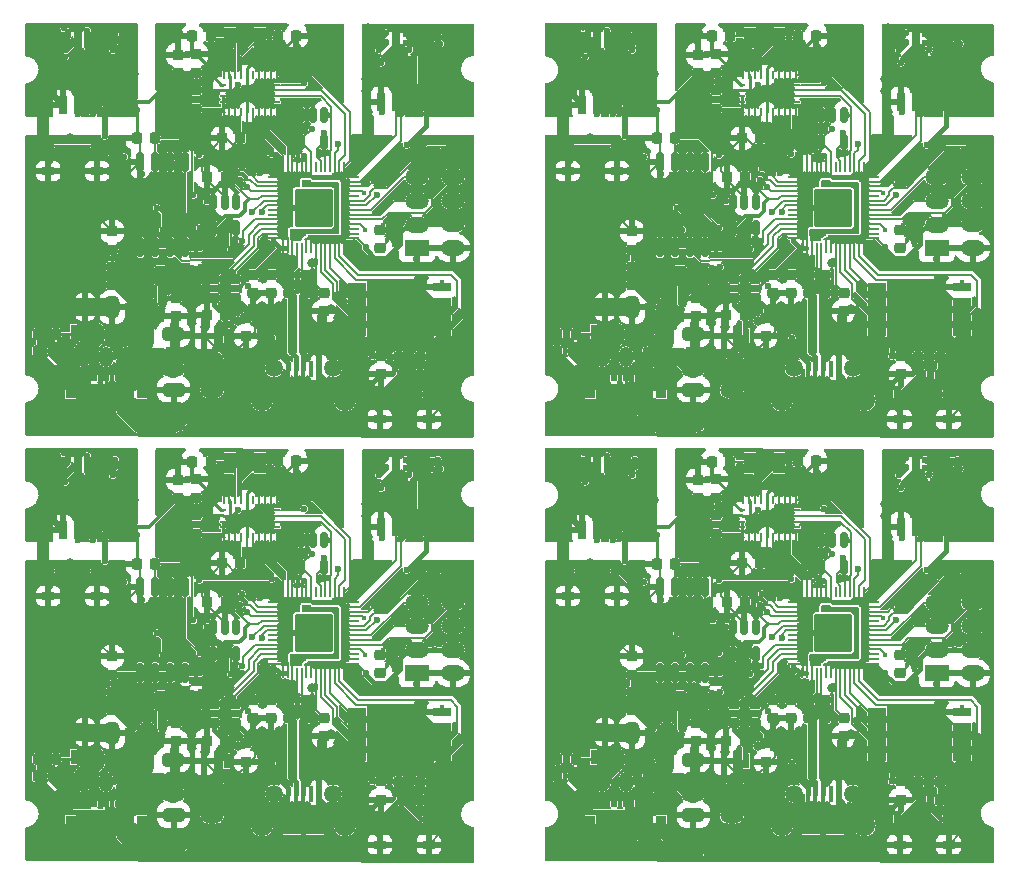
<source format=gbr>
%TF.GenerationSoftware,KiCad,Pcbnew,(6.0.4)*%
%TF.CreationDate,2022-09-20T04:44:20+09:00*%
%TF.ProjectId,mainboard_p,6d61696e-626f-4617-9264-5f702e6b6963,rev?*%
%TF.SameCoordinates,Original*%
%TF.FileFunction,Copper,L1,Top*%
%TF.FilePolarity,Positive*%
%FSLAX46Y46*%
G04 Gerber Fmt 4.6, Leading zero omitted, Abs format (unit mm)*
G04 Created by KiCad (PCBNEW (6.0.4)) date 2022-09-20 04:44:20*
%MOMM*%
%LPD*%
G01*
G04 APERTURE LIST*
G04 Aperture macros list*
%AMRoundRect*
0 Rectangle with rounded corners*
0 $1 Rounding radius*
0 $2 $3 $4 $5 $6 $7 $8 $9 X,Y pos of 4 corners*
0 Add a 4 corners polygon primitive as box body*
4,1,4,$2,$3,$4,$5,$6,$7,$8,$9,$2,$3,0*
0 Add four circle primitives for the rounded corners*
1,1,$1+$1,$2,$3*
1,1,$1+$1,$4,$5*
1,1,$1+$1,$6,$7*
1,1,$1+$1,$8,$9*
0 Add four rect primitives between the rounded corners*
20,1,$1+$1,$2,$3,$4,$5,0*
20,1,$1+$1,$4,$5,$6,$7,0*
20,1,$1+$1,$6,$7,$8,$9,0*
20,1,$1+$1,$8,$9,$2,$3,0*%
G04 Aperture macros list end*
%TA.AperFunction,SMDPad,CuDef*%
%ADD10RoundRect,0.225000X-0.250000X0.225000X-0.250000X-0.225000X0.250000X-0.225000X0.250000X0.225000X0*%
%TD*%
%TA.AperFunction,SMDPad,CuDef*%
%ADD11RoundRect,0.225000X-0.225000X-0.250000X0.225000X-0.250000X0.225000X0.250000X-0.225000X0.250000X0*%
%TD*%
%TA.AperFunction,SMDPad,CuDef*%
%ADD12RoundRect,0.225000X0.250000X-0.225000X0.250000X0.225000X-0.250000X0.225000X-0.250000X-0.225000X0*%
%TD*%
%TA.AperFunction,SMDPad,CuDef*%
%ADD13RoundRect,0.150000X-0.150000X0.512500X-0.150000X-0.512500X0.150000X-0.512500X0.150000X0.512500X0*%
%TD*%
%TA.AperFunction,SMDPad,CuDef*%
%ADD14RoundRect,0.225000X0.225000X0.250000X-0.225000X0.250000X-0.225000X-0.250000X0.225000X-0.250000X0*%
%TD*%
%TA.AperFunction,SMDPad,CuDef*%
%ADD15RoundRect,0.250000X0.650000X-0.325000X0.650000X0.325000X-0.650000X0.325000X-0.650000X-0.325000X0*%
%TD*%
%TA.AperFunction,SMDPad,CuDef*%
%ADD16RoundRect,0.237500X-0.250000X-0.237500X0.250000X-0.237500X0.250000X0.237500X-0.250000X0.237500X0*%
%TD*%
%TA.AperFunction,ComponentPad*%
%ADD17O,1.200000X1.750000*%
%TD*%
%TA.AperFunction,ComponentPad*%
%ADD18RoundRect,0.250000X0.350000X0.625000X-0.350000X0.625000X-0.350000X-0.625000X0.350000X-0.625000X0*%
%TD*%
%TA.AperFunction,SMDPad,CuDef*%
%ADD19RoundRect,0.250000X0.325000X0.650000X-0.325000X0.650000X-0.325000X-0.650000X0.325000X-0.650000X0*%
%TD*%
%TA.AperFunction,SMDPad,CuDef*%
%ADD20R,2.000000X1.350000*%
%TD*%
%TA.AperFunction,SMDPad,CuDef*%
%ADD21O,2.000000X1.350000*%
%TD*%
%TA.AperFunction,SMDPad,CuDef*%
%ADD22R,0.600000X1.300000*%
%TD*%
%TA.AperFunction,SMDPad,CuDef*%
%ADD23R,2.390000X2.390000*%
%TD*%
%TA.AperFunction,SMDPad,CuDef*%
%ADD24R,0.650000X1.525000*%
%TD*%
%TA.AperFunction,SMDPad,CuDef*%
%ADD25R,0.900000X0.700000*%
%TD*%
%TA.AperFunction,SMDPad,CuDef*%
%ADD26R,0.600000X0.510000*%
%TD*%
%TA.AperFunction,SMDPad,CuDef*%
%ADD27R,1.000000X1.800000*%
%TD*%
%TA.AperFunction,SMDPad,CuDef*%
%ADD28R,1.050000X0.650000*%
%TD*%
%TA.AperFunction,SMDPad,CuDef*%
%ADD29R,1.650000X0.650000*%
%TD*%
%TA.AperFunction,SMDPad,CuDef*%
%ADD30RoundRect,0.250000X-0.312500X-0.625000X0.312500X-0.625000X0.312500X0.625000X-0.312500X0.625000X0*%
%TD*%
%TA.AperFunction,SMDPad,CuDef*%
%ADD31RoundRect,0.150000X-0.150000X0.712500X-0.150000X-0.712500X0.150000X-0.712500X0.150000X0.712500X0*%
%TD*%
%TA.AperFunction,SMDPad,CuDef*%
%ADD32R,0.250000X0.675000*%
%TD*%
%TA.AperFunction,SMDPad,CuDef*%
%ADD33R,0.575000X0.250000*%
%TD*%
%TA.AperFunction,ComponentPad*%
%ADD34C,0.600000*%
%TD*%
%TA.AperFunction,SMDPad,CuDef*%
%ADD35RoundRect,0.144000X1.456000X1.456000X-1.456000X1.456000X-1.456000X-1.456000X1.456000X-1.456000X0*%
%TD*%
%TA.AperFunction,SMDPad,CuDef*%
%ADD36RoundRect,0.050000X0.050000X0.387500X-0.050000X0.387500X-0.050000X-0.387500X0.050000X-0.387500X0*%
%TD*%
%TA.AperFunction,SMDPad,CuDef*%
%ADD37RoundRect,0.050000X0.387500X0.050000X-0.387500X0.050000X-0.387500X-0.050000X0.387500X-0.050000X0*%
%TD*%
%TA.AperFunction,SMDPad,CuDef*%
%ADD38R,1.500000X1.550000*%
%TD*%
%TA.AperFunction,ComponentPad*%
%ADD39C,1.875000*%
%TD*%
%TA.AperFunction,ComponentPad*%
%ADD40C,1.515000*%
%TD*%
%TA.AperFunction,SMDPad,CuDef*%
%ADD41R,0.400000X1.350000*%
%TD*%
%TA.AperFunction,ViaPad*%
%ADD42C,0.800000*%
%TD*%
%TA.AperFunction,ViaPad*%
%ADD43C,0.400000*%
%TD*%
%TA.AperFunction,ViaPad*%
%ADD44C,0.600000*%
%TD*%
%TA.AperFunction,Conductor*%
%ADD45C,0.250000*%
%TD*%
%TA.AperFunction,Conductor*%
%ADD46C,0.200000*%
%TD*%
%TA.AperFunction,Conductor*%
%ADD47C,0.500000*%
%TD*%
%TA.AperFunction,Conductor*%
%ADD48C,0.400000*%
%TD*%
%TA.AperFunction,Conductor*%
%ADD49C,0.800000*%
%TD*%
%TA.AperFunction,Conductor*%
%ADD50C,1.500000*%
%TD*%
%TA.AperFunction,Conductor*%
%ADD51C,0.300000*%
%TD*%
G04 APERTURE END LIST*
D10*
%TO.P,R74,2*%
%TO.N,Net-(AC1-Pad4)*%
X208375400Y-125908600D03*
%TO.P,R74,1*%
%TO.N,+3V3*%
X208375400Y-124358600D03*
%TD*%
D11*
%TO.P,C118,2*%
%TO.N,GND*%
X216846600Y-119748800D03*
%TO.P,C118,1*%
%TO.N,Net-(AC1-Pad26)*%
X215296600Y-119748800D03*
%TD*%
D12*
%TO.P,D8,2,A*%
%TO.N,Net-(D3-Pad2)*%
X223945600Y-136169600D03*
%TO.P,D8,1,K*%
%TO.N,GND*%
X223945600Y-137719600D03*
%TD*%
D10*
%TO.P,R83,2*%
%TO.N,Net-(Q7-Pad1)*%
X211677400Y-141910600D03*
%TO.P,R83,1*%
%TO.N,/GPIO29_NichromeB*%
X211677400Y-140360600D03*
%TD*%
D13*
%TO.P,Y7,5,OUT*%
%TO.N,/XIN*%
X219170400Y-128727400D03*
%TO.P,Y7,4,VDD*%
%TO.N,+3V3*%
X217270400Y-128727400D03*
%TO.P,Y7,3,OE/~{ST}/NC*%
%TO.N,unconnected-(Y1-Pad3)*%
X217270400Y-126452400D03*
%TO.P,Y7,2,NC*%
%TO.N,unconnected-(Y1-Pad2)*%
X218220400Y-126452400D03*
%TO.P,Y7,1,GND*%
%TO.N,GND*%
X219170400Y-126452400D03*
%TD*%
D14*
%TO.P,R72,2*%
%TO.N,GND*%
X209251400Y-143421600D03*
%TO.P,R72,1*%
%TO.N,Net-(Q2-Pad1)*%
X210801400Y-143421600D03*
%TD*%
D15*
%TO.P,C115,2*%
%TO.N,GND*%
X206419600Y-145020000D03*
%TO.P,C115,1*%
%TO.N,/+7V4*%
X206419600Y-147970000D03*
%TD*%
D10*
%TO.P,C104,2*%
%TO.N,GND*%
X223996400Y-148413000D03*
%TO.P,C104,1*%
%TO.N,+3V3*%
X223996400Y-146863000D03*
%TD*%
%TO.P,C97,2*%
%TO.N,GND*%
X213201400Y-141516600D03*
%TO.P,C97,1*%
%TO.N,+3V3*%
X213201400Y-139966600D03*
%TD*%
D14*
%TO.P,C100,2*%
%TO.N,GND*%
X209289800Y-131661400D03*
%TO.P,C100,1*%
%TO.N,+3V3*%
X210839800Y-131661400D03*
%TD*%
%TO.P,R76,2*%
%TO.N,GND*%
X203333200Y-128435600D03*
%TO.P,R76,1*%
%TO.N,Net-(R13-Pad1)*%
X204883200Y-128435600D03*
%TD*%
D16*
%TO.P,R66,2*%
%TO.N,/QSPI_SS*%
X227320000Y-146901400D03*
%TO.P,R66,1*%
%TO.N,+3V3*%
X225495000Y-146901400D03*
%TD*%
D17*
%TO.P,J28,3,Pin_2*%
%TO.N,GND1*%
X198736600Y-146926800D03*
%TO.P,J28,2*%
%TO.N,N/C*%
X200736600Y-146926800D03*
D18*
%TO.P,J28,1,Pin_1*%
%TO.N,/+7V4*%
X202736600Y-146926800D03*
%TD*%
D10*
%TO.P,C91,2*%
%TO.N,GND*%
X219170400Y-143053600D03*
%TO.P,C91,1*%
%TO.N,+1V1*%
X219170400Y-141503600D03*
%TD*%
D13*
%TO.P,U11,5,V+*%
%TO.N,/3V3_REG_OUT*%
X211713000Y-136050100D03*
%TO.P,U11,4,+*%
%TO.N,+3V3*%
X209813000Y-136050100D03*
%TO.P,U11,3,-*%
%TO.N,Net-(R12-Pad2)*%
X209813000Y-133775100D03*
%TO.P,U11,2,V-*%
%TO.N,GND*%
X210763000Y-133775100D03*
%TO.P,U11,1*%
%TO.N,Net-(R13-Pad1)*%
X211713000Y-133775100D03*
%TD*%
D19*
%TO.P,C111,2*%
%TO.N,GND*%
X201261600Y-142735800D03*
%TO.P,C111,1*%
%TO.N,/+7V4*%
X204211600Y-142735800D03*
%TD*%
D20*
%TO.P,J35,1,Pin_1*%
%TO.N,/GPIO7_ToF_SCL*%
X230092400Y-129718800D03*
D21*
%TO.P,J35,2,Pin_2*%
%TO.N,/GPIO3_ToF_RST*%
X230092400Y-131718800D03*
%TO.P,J35,3,Pin_3*%
%TO.N,/GPIO6_ToF_SDA*%
X230092400Y-133718800D03*
%TO.P,J35,4,Pin_4*%
%TO.N,+3V3*%
X230092400Y-135718800D03*
%TO.P,J35,5,Pin_5*%
%TO.N,GND*%
X230092400Y-137718800D03*
%TD*%
D22*
%TO.P,Q11,3,D*%
%TO.N,Net-(J3-Pad2)*%
X209975600Y-147240200D03*
%TO.P,Q11,2,S*%
%TO.N,GND*%
X209025600Y-145140200D03*
%TO.P,Q11,1,G*%
%TO.N,Net-(Q2-Pad1)*%
X210925600Y-145140200D03*
%TD*%
D12*
%TO.P,R68,2*%
%TO.N,Net-(R5-Pad2)*%
X217626100Y-139992600D03*
%TO.P,R68,1*%
%TO.N,/USB_D+*%
X217626100Y-141542600D03*
%TD*%
%TO.P,C120,2*%
%TO.N,GND*%
X208375400Y-121310600D03*
%TO.P,C120,1*%
%TO.N,+3V3*%
X208375400Y-122860600D03*
%TD*%
D14*
%TO.P,R65,2*%
%TO.N,/~{USB_BOOT}*%
X225761400Y-148450800D03*
%TO.P,R65,1*%
%TO.N,/QSPI_SS*%
X227311400Y-148450800D03*
%TD*%
D22*
%TO.P,Q10,3,D*%
%TO.N,GND*%
X198954600Y-142694600D03*
%TO.P,Q10,2,S*%
%TO.N,GND1*%
X199904600Y-144794600D03*
%TO.P,Q10,1,G*%
%TO.N,Net-(Q1-Pad1)*%
X198004600Y-144794600D03*
%TD*%
D23*
%TO.P,IC16,9,EP*%
%TO.N,unconnected-(IC8-Pad9)*%
X198952000Y-122873000D03*
D24*
%TO.P,IC16,8,OUT2*%
%TO.N,/M2_PLUS*%
X197047000Y-120161000D03*
%TO.P,IC16,7,RS*%
%TO.N,Net-(IC8-Pad7)*%
X198317000Y-120161000D03*
%TO.P,IC16,6,OUT1*%
%TO.N,/M2_MINUS*%
X199587000Y-120161000D03*
%TO.P,IC16,5,VM*%
%TO.N,/+7V4*%
X200857000Y-120161000D03*
%TO.P,IC16,4,VREF*%
%TO.N,+3V3*%
X200857000Y-125585000D03*
%TO.P,IC16,3,IN1*%
%TO.N,/GPIO18_MO_B_1*%
X199587000Y-125585000D03*
%TO.P,IC16,2,IN2*%
%TO.N,/GPIO19_MO_B_2*%
X198317000Y-125585000D03*
%TO.P,IC16,1,GND*%
%TO.N,GND*%
X197047000Y-125585000D03*
%TD*%
D25*
%TO.P,SW4,MP2*%
%TO.N,N/C*%
X203730000Y-150104200D03*
%TO.P,SW4,MP1*%
X197730000Y-150104200D03*
D26*
%TO.P,SW4,C1*%
%TO.N,Net-(R1-Pad1)*%
X200730000Y-148749200D03*
%TO.P,SW4,2*%
%TO.N,/+7V4*%
X201730000Y-148749200D03*
%TO.P,SW4,1*%
%TO.N,N/C*%
X199730000Y-148749200D03*
%TD*%
D12*
%TO.P,C102,2*%
%TO.N,GND*%
X206800600Y-121336000D03*
%TO.P,C102,1*%
%TO.N,+3V3*%
X206800600Y-122886000D03*
%TD*%
D11*
%TO.P,C117,2*%
%TO.N,Net-(AC1-Pad9)*%
X212096800Y-128410200D03*
%TO.P,C117,1*%
%TO.N,GND*%
X210546800Y-128410200D03*
%TD*%
D10*
%TO.P,R78,2*%
%TO.N,Net-(R14-Pad1)*%
X201238000Y-137846600D03*
%TO.P,R78,1*%
%TO.N,GND*%
X201238000Y-136296600D03*
%TD*%
D27*
%TO.P,Y8,2*%
%TO.N,Net-(AC1-Pad27)*%
X211235710Y-119913808D03*
%TO.P,Y8,1*%
%TO.N,Net-(AC1-Pad26)*%
X213735710Y-119913808D03*
%TD*%
D12*
%TO.P,R69,2*%
%TO.N,Net-(R6-Pad2)*%
X216249400Y-139992600D03*
%TO.P,R69,1*%
%TO.N,/USB_D-*%
X216249400Y-141542600D03*
%TD*%
D10*
%TO.P,R84,2*%
%TO.N,GND*%
X212566400Y-145199600D03*
%TO.P,R84,1*%
%TO.N,Net-(Q7-Pad1)*%
X212566400Y-143649600D03*
%TD*%
D28*
%TO.P,S8,4,4*%
%TO.N,GND*%
X199975400Y-131192600D03*
%TO.P,S8,3,3*%
X195825400Y-131192600D03*
%TO.P,S8,2,2*%
%TO.N,/RUN*%
X199975400Y-129042600D03*
%TO.P,S8,1,1*%
X195825400Y-129042600D03*
%TD*%
D29*
%TO.P,IC13,8,VCC*%
%TO.N,+3V3*%
X221996600Y-144818600D03*
%TO.P,IC13,7,/HOLD_OR_/RESET_(IO3)*%
%TO.N,/QSPI_SD3*%
X221996600Y-143548600D03*
%TO.P,IC13,6,CLK*%
%TO.N,/QSPI_SCLK*%
X221996600Y-142278600D03*
%TO.P,IC13,5,DI_(IO0)*%
%TO.N,/QSPI_SD0*%
X221996600Y-141008600D03*
%TO.P,IC13,4,GND*%
%TO.N,GND*%
X229196600Y-141008600D03*
%TO.P,IC13,3,/WP_(IO2)*%
%TO.N,/QSPI_SD2*%
X229196600Y-142278600D03*
%TO.P,IC13,2,DO_(IO1)*%
%TO.N,/QSPI_SD1*%
X229196600Y-143548600D03*
%TO.P,IC13,1,/CS*%
%TO.N,/QSPI_SS*%
X229196600Y-144818600D03*
%TD*%
D23*
%TO.P,IC15,9,EP*%
%TO.N,unconnected-(IC7-Pad9)*%
X225900400Y-122619000D03*
D24*
%TO.P,IC15,8,OUT2*%
%TO.N,/M1_PLUS*%
X223995400Y-119907000D03*
%TO.P,IC15,7,RS*%
%TO.N,Net-(IC7-Pad7)*%
X225265400Y-119907000D03*
%TO.P,IC15,6,OUT1*%
%TO.N,/M1_MINUS*%
X226535400Y-119907000D03*
%TO.P,IC15,5,VM*%
%TO.N,/+7V4*%
X227805400Y-119907000D03*
%TO.P,IC15,4,VREF*%
%TO.N,+3V3*%
X227805400Y-125331000D03*
%TO.P,IC15,3,IN1*%
%TO.N,/GPIO10_MO_A_1*%
X226535400Y-125331000D03*
%TO.P,IC15,2,IN2*%
%TO.N,/GPIO11_MO_A_2*%
X225265400Y-125331000D03*
%TO.P,IC15,1,GND*%
%TO.N,GND*%
X223995400Y-125331000D03*
%TD*%
D15*
%TO.P,C114,2*%
%TO.N,GND*%
X206445000Y-149693600D03*
%TO.P,C114,1*%
%TO.N,/+7V4*%
X206445000Y-152643600D03*
%TD*%
D30*
%TO.P,R73,2*%
%TO.N,+3V3*%
X208263100Y-140043400D03*
%TO.P,R73,1*%
%TO.N,/3V3_REG_OUT*%
X205338100Y-140043400D03*
%TD*%
D10*
%TO.P,R77,2*%
%TO.N,/+7V4*%
X201212600Y-140843800D03*
%TO.P,R77,1*%
%TO.N,Net-(R14-Pad1)*%
X201212600Y-139293800D03*
%TD*%
D28*
%TO.P,S7,4,4*%
%TO.N,GND*%
X228052600Y-152218200D03*
%TO.P,S7,3,3*%
X223902600Y-152218200D03*
%TO.P,S7,2,2*%
%TO.N,/~{USB_BOOT}*%
X228052600Y-150068200D03*
%TO.P,S7,1,1*%
X223902600Y-150068200D03*
%TD*%
D31*
%TO.P,U12,8,V+*%
%TO.N,+3V3*%
X207435600Y-137661500D03*
%TO.P,U12,7*%
%TO.N,/GPIO27_ADC_V_monitor*%
X206165600Y-137661500D03*
%TO.P,U12,6,-*%
X204895600Y-137661500D03*
%TO.P,U12,5,+*%
%TO.N,Net-(R14-Pad1)*%
X203625600Y-137661500D03*
%TO.P,U12,4,V-*%
%TO.N,GND*%
X203625600Y-130436500D03*
%TO.P,U12,3,+*%
%TO.N,Net-(R13-Pad1)*%
X204895600Y-130436500D03*
%TO.P,U12,2,-*%
%TO.N,/GPIO26_ADC_I_monitor*%
X206165600Y-130436500D03*
%TO.P,U12,1*%
X207435600Y-130436500D03*
%TD*%
D10*
%TO.P,C106,2*%
%TO.N,GND*%
X206648200Y-143485400D03*
%TO.P,C106,1*%
%TO.N,/3V3_REG_OUT*%
X206648200Y-141935400D03*
%TD*%
D32*
%TO.P,AC4,28,VDDIO*%
%TO.N,+3V3*%
X211172000Y-123057000D03*
%TO.P,AC4,27,XIN32*%
%TO.N,Net-(AC1-Pad27)*%
X211672000Y-123057000D03*
%TO.P,AC4,26,XOUT32/CLKSEL1*%
%TO.N,Net-(AC1-Pad26)*%
X212172000Y-123057000D03*
%TO.P,AC4,25,GND_2*%
%TO.N,GND*%
X212672000Y-123057000D03*
%TO.P,AC4,24,RESV_NC_9*%
%TO.N,unconnected-(AC1-Pad24)*%
X213172000Y-123057000D03*
%TO.P,AC4,23,RESV_NC_8*%
%TO.N,unconnected-(AC1-Pad23)*%
X213672000Y-123057000D03*
%TO.P,AC4,22,RESV_NC_7*%
%TO.N,unconnected-(AC1-Pad22)*%
X214172000Y-123057000D03*
%TO.P,AC4,21,RESV_NC_6*%
%TO.N,unconnected-(AC1-Pad21)*%
X214672000Y-123057000D03*
%TO.P,AC4,20,H_SDA/H_MISO/TX*%
%TO.N,/GPIO12_IMU_MISO*%
X215172000Y-123057000D03*
D33*
%TO.P,AC4,19,H_SCL/SCK/RX*%
%TO.N,/GPIO14_IMU_SCK*%
X215235000Y-123870000D03*
%TO.P,AC4,18,H_CSN*%
%TO.N,/GPIO13_IMU_CS*%
X215235000Y-124370000D03*
%TO.P,AC4,17,SA0/H_MOSI*%
%TO.N,/GPIO15_IMU_MOSI*%
X215235000Y-124870000D03*
%TO.P,AC4,16,ENV_SDA*%
%TO.N,unconnected-(AC1-Pad16)*%
X215235000Y-125370000D03*
D32*
%TO.P,AC4,15,ENV_SCL*%
%TO.N,unconnected-(AC1-Pad15)*%
X215172000Y-126183000D03*
%TO.P,AC4,14,H_INTN*%
%TO.N,/GPIO16_IMU_INT*%
X214672000Y-126183000D03*
%TO.P,AC4,13,RESV_NC_5*%
%TO.N,unconnected-(AC1-Pad13)*%
X214172000Y-126183000D03*
%TO.P,AC4,12,RESV_NC_4*%
%TO.N,unconnected-(AC1-Pad12)*%
X213672000Y-126183000D03*
%TO.P,AC4,11,NRST*%
%TO.N,/GPIO17_IMU_RST*%
X213172000Y-126183000D03*
%TO.P,AC4,10,CLKSEL0*%
%TO.N,GND*%
X212672000Y-126183000D03*
%TO.P,AC4,9,CAP*%
%TO.N,Net-(AC1-Pad9)*%
X212172000Y-126183000D03*
%TO.P,AC4,8,RESV_NC_3*%
%TO.N,unconnected-(AC1-Pad8)*%
X211672000Y-126183000D03*
%TO.P,AC4,7,RESV_NC_2*%
%TO.N,unconnected-(AC1-Pad7)*%
X211172000Y-126183000D03*
%TO.P,AC4,6,PS0/WAKE*%
%TO.N,Net-(AC1-Pad4)*%
X210672000Y-126183000D03*
D33*
%TO.P,AC4,5,PS1*%
X210609000Y-125370000D03*
%TO.P,AC4,4,BOOTN*%
X210609000Y-124870000D03*
%TO.P,AC4,3,VDD*%
%TO.N,+3V3*%
X210609000Y-124370000D03*
%TO.P,AC4,2,GND_1*%
%TO.N,GND*%
X210609000Y-123870000D03*
D32*
%TO.P,AC4,1,RESV_NC_1*%
%TO.N,unconnected-(AC1-Pad1)*%
X210672000Y-123057000D03*
%TD*%
D10*
%TO.P,C94,2*%
%TO.N,GND*%
X214725400Y-141529600D03*
%TO.P,C94,1*%
%TO.N,+1V1*%
X214725400Y-139979600D03*
%TD*%
D21*
%TO.P,J30,2,Pin_2*%
%TO.N,Net-(J3-Pad2)*%
X209696200Y-149752800D03*
D20*
%TO.P,J30,1,Pin_1*%
%TO.N,/+7V4*%
X209696200Y-151752800D03*
%TD*%
D34*
%TO.P,U4,57,GND*%
%TO.N,GND*%
X219563000Y-133019500D03*
X217013000Y-134294500D03*
D35*
X218288000Y-134294500D03*
D34*
X217013000Y-133019500D03*
X217013000Y-135569500D03*
X218288000Y-135569500D03*
X219563000Y-134294500D03*
X218288000Y-134294500D03*
X219563000Y-135569500D03*
X218288000Y-133019500D03*
D36*
%TO.P,U4,56,QSPI_SS*%
%TO.N,/QSPI_SS*%
X220888000Y-137732000D03*
%TO.P,U4,55,QSPI_SD1*%
%TO.N,/QSPI_SD1*%
X220488000Y-137732000D03*
%TO.P,U4,54,QSPI_SD2*%
%TO.N,/QSPI_SD2*%
X220088000Y-137732000D03*
%TO.P,U4,53,QSPI_SD0*%
%TO.N,/QSPI_SD0*%
X219688000Y-137732000D03*
%TO.P,U4,52,QSPI_SCLK*%
%TO.N,/QSPI_SCLK*%
X219288000Y-137732000D03*
%TO.P,U4,51,QSPI_SD3*%
%TO.N,/QSPI_SD3*%
X218888000Y-137732000D03*
%TO.P,U4,50,DVDD*%
%TO.N,+1V1*%
X218488000Y-137732000D03*
%TO.P,U4,49,IOVDD*%
%TO.N,+3V3*%
X218088000Y-137732000D03*
%TO.P,U4,48,USB_VDD*%
X217688000Y-137732000D03*
%TO.P,U4,47,USB_DP*%
%TO.N,Net-(R5-Pad2)*%
X217288000Y-137732000D03*
%TO.P,U4,46,USB_DM*%
%TO.N,Net-(R6-Pad2)*%
X216888000Y-137732000D03*
%TO.P,U4,45,VREG_VOUT*%
%TO.N,+1V1*%
X216488000Y-137732000D03*
%TO.P,U4,44,VREG_IN*%
%TO.N,+3V3*%
X216088000Y-137732000D03*
%TO.P,U4,43,ADC_AVDD*%
X215688000Y-137732000D03*
D37*
%TO.P,U4,42,IOVDD*%
X214850500Y-136894500D03*
%TO.P,U4,41,GPIO29_ADC3*%
%TO.N,/GPIO29_NichromeB*%
X214850500Y-136494500D03*
%TO.P,U4,40,GPIO28_ADC2*%
%TO.N,/GPIO28_NichromeA*%
X214850500Y-136094500D03*
%TO.P,U4,39,GPIO27_ADC1*%
%TO.N,/GPIO27_ADC_V_monitor*%
X214850500Y-135694500D03*
%TO.P,U4,38,GPIO26_ADC0*%
%TO.N,/GPIO26_ADC_I_monitor*%
X214850500Y-135294500D03*
%TO.P,U4,37,GPIO25*%
%TO.N,unconnected-(U1-Pad37)*%
X214850500Y-134894500D03*
%TO.P,U4,36,GPIO24*%
%TO.N,unconnected-(U1-Pad36)*%
X214850500Y-134494500D03*
%TO.P,U4,35,GPIO23*%
%TO.N,/GPIO23_MOE_B_2*%
X214850500Y-134094500D03*
%TO.P,U4,34,GPIO22*%
%TO.N,/GPIO22_MOE_A_2*%
X214850500Y-133694500D03*
%TO.P,U4,33,IOVDD*%
%TO.N,+3V3*%
X214850500Y-133294500D03*
%TO.P,U4,32,GPIO21*%
%TO.N,/GPIO21_MOE_B_1*%
X214850500Y-132894500D03*
%TO.P,U4,31,GPIO20*%
%TO.N,/GPIO20_MOE_A_1*%
X214850500Y-132494500D03*
%TO.P,U4,30,GPIO19*%
%TO.N,/GPIO19_MO_B_2*%
X214850500Y-132094500D03*
%TO.P,U4,29,GPIO18*%
%TO.N,/GPIO18_MO_B_1*%
X214850500Y-131694500D03*
D36*
%TO.P,U4,28,GPIO17*%
%TO.N,/GPIO17_IMU_RST*%
X215688000Y-130857000D03*
%TO.P,U4,27,GPIO16*%
%TO.N,/GPIO16_IMU_INT*%
X216088000Y-130857000D03*
%TO.P,U4,26,RUN*%
%TO.N,/RUN*%
X216488000Y-130857000D03*
%TO.P,U4,25,SWD*%
%TO.N,/SWD*%
X216888000Y-130857000D03*
%TO.P,U4,24,SWCLK*%
%TO.N,/SWCLK*%
X217288000Y-130857000D03*
%TO.P,U4,23,DVDD*%
%TO.N,+1V1*%
X217688000Y-130857000D03*
%TO.P,U4,22,IOVDD*%
%TO.N,+3V3*%
X218088000Y-130857000D03*
%TO.P,U4,21,XOUT*%
%TO.N,/XOUT*%
X218488000Y-130857000D03*
%TO.P,U4,20,XIN*%
%TO.N,/XIN*%
X218888000Y-130857000D03*
%TO.P,U4,19,TESTEN*%
%TO.N,GND*%
X219288000Y-130857000D03*
%TO.P,U4,18,GPIO15*%
%TO.N,/GPIO15_IMU_MOSI*%
X219688000Y-130857000D03*
%TO.P,U4,17,GPIO14*%
%TO.N,/GPIO14_IMU_SCK*%
X220088000Y-130857000D03*
%TO.P,U4,16,GPIO13*%
%TO.N,/GPIO13_IMU_CS*%
X220488000Y-130857000D03*
%TO.P,U4,15,GPIO12*%
%TO.N,/GPIO12_IMU_MISO*%
X220888000Y-130857000D03*
D37*
%TO.P,U4,14,GPIO11*%
%TO.N,/GPIO11_MO_A_2*%
X221725500Y-131694500D03*
%TO.P,U4,13,GPIO10*%
%TO.N,/GPIO10_MO_A_1*%
X221725500Y-132094500D03*
%TO.P,U4,12,GPIO9*%
%TO.N,/GPIO9_I2C_EXT_SCL*%
X221725500Y-132494500D03*
%TO.P,U4,11,GPIO8*%
%TO.N,/GPIO8_I2C_EXT_SDA*%
X221725500Y-132894500D03*
%TO.P,U4,10,IOVDD*%
%TO.N,+3V3*%
X221725500Y-133294500D03*
%TO.P,U4,9,GPIO7*%
%TO.N,/GPIO7_ToF_SCL*%
X221725500Y-133694500D03*
%TO.P,U4,8,GPIO6*%
%TO.N,/GPIO6_ToF_SDA*%
X221725500Y-134094500D03*
%TO.P,U4,7,GPIO5*%
%TO.N,/GPIO5_GNSS_TX*%
X221725500Y-134494500D03*
%TO.P,U4,6,GPIO4*%
%TO.N,/GPIO4_GNSS_RX*%
X221725500Y-134894500D03*
%TO.P,U4,5,GPIO3*%
%TO.N,/GPIO3_ToF_RST*%
X221725500Y-135294500D03*
%TO.P,U4,4,GPIO2*%
%TO.N,/GPIO2_LED*%
X221725500Y-135694500D03*
%TO.P,U4,3,GPIO1*%
%TO.N,/GPIO1*%
X221725500Y-136094500D03*
%TO.P,U4,2,GPIO0*%
%TO.N,/GPIO0*%
X221725500Y-136494500D03*
%TO.P,U4,1,IOVDD*%
%TO.N,+3V3*%
X221725500Y-136894500D03*
%TD*%
D11*
%TO.P,R64,2*%
%TO.N,GND1*%
X196475800Y-146418800D03*
%TO.P,R64,1*%
%TO.N,Net-(R1-Pad1)*%
X194925800Y-146418800D03*
%TD*%
%TO.P,R67,2*%
%TO.N,Net-(Q1-Pad1)*%
X196488200Y-144971000D03*
%TO.P,R67,1*%
%TO.N,Net-(R1-Pad1)*%
X194938200Y-144971000D03*
%TD*%
D21*
%TO.P,J34,4,Pin_4*%
%TO.N,/GPIO5_GNSS_TX*%
X227044400Y-131732000D03*
%TO.P,J34,3,Pin_3*%
%TO.N,/GPIO4_GNSS_RX*%
X227044400Y-133732000D03*
%TO.P,J34,2,Pin_2*%
%TO.N,+3V3*%
X227044400Y-135732000D03*
D20*
%TO.P,J34,1,Pin_1*%
%TO.N,GND*%
X227044400Y-137732000D03*
%TD*%
D14*
%TO.P,C119,2*%
%TO.N,GND*%
X208032200Y-119799600D03*
%TO.P,C119,1*%
%TO.N,Net-(AC1-Pad27)*%
X209582200Y-119799600D03*
%TD*%
D10*
%TO.P,R71,2*%
%TO.N,Net-(Q2-Pad1)*%
X209899400Y-141910600D03*
%TO.P,R71,1*%
%TO.N,/GPIO28_NichromeA*%
X209899400Y-140360600D03*
%TD*%
D38*
%TO.P,J29,MP2*%
%TO.N,N/C*%
X218438100Y-150598350D03*
%TO.P,J29,MP1*%
X216438100Y-150598350D03*
D39*
%TO.P,J29,MH4*%
X220938100Y-150598350D03*
%TO.P,J29,MH3*%
X213938100Y-150598350D03*
D40*
%TO.P,J29,MH2*%
X219938100Y-147898350D03*
%TO.P,J29,MH1*%
X214938100Y-147898350D03*
D41*
%TO.P,J29,5,GND*%
%TO.N,GND*%
X218738100Y-147923350D03*
%TO.P,J29,4,ID*%
%TO.N,unconnected-(J2-Pad4)*%
X218088100Y-147923350D03*
%TO.P,J29,3,D+*%
%TO.N,/USB_D+*%
X217438100Y-147923350D03*
%TO.P,J29,2,D-*%
%TO.N,/USB_D-*%
X216788100Y-147923350D03*
%TO.P,J29,1,VBUS*%
%TO.N,/VBUS*%
X216138100Y-147923350D03*
%TD*%
D10*
%TO.P,R53,2*%
%TO.N,Net-(AC1-Pad4)*%
X164375400Y-125908600D03*
%TO.P,R53,1*%
%TO.N,+3V3*%
X164375400Y-124358600D03*
%TD*%
D11*
%TO.P,C88,2*%
%TO.N,GND*%
X172846600Y-119748800D03*
%TO.P,C88,1*%
%TO.N,Net-(AC1-Pad26)*%
X171296600Y-119748800D03*
%TD*%
D12*
%TO.P,D6,2,A*%
%TO.N,Net-(D3-Pad2)*%
X179945600Y-136169600D03*
%TO.P,D6,1,K*%
%TO.N,GND*%
X179945600Y-137719600D03*
%TD*%
D10*
%TO.P,R62,2*%
%TO.N,Net-(Q7-Pad1)*%
X167677400Y-141910600D03*
%TO.P,R62,1*%
%TO.N,/GPIO29_NichromeB*%
X167677400Y-140360600D03*
%TD*%
D13*
%TO.P,Y5,5,OUT*%
%TO.N,/XIN*%
X175170400Y-128727400D03*
%TO.P,Y5,4,VDD*%
%TO.N,+3V3*%
X173270400Y-128727400D03*
%TO.P,Y5,3,OE/~{ST}/NC*%
%TO.N,unconnected-(Y1-Pad3)*%
X173270400Y-126452400D03*
%TO.P,Y5,2,NC*%
%TO.N,unconnected-(Y1-Pad2)*%
X174220400Y-126452400D03*
%TO.P,Y5,1,GND*%
%TO.N,GND*%
X175170400Y-126452400D03*
%TD*%
D14*
%TO.P,R51,2*%
%TO.N,GND*%
X165251400Y-143421600D03*
%TO.P,R51,1*%
%TO.N,Net-(Q2-Pad1)*%
X166801400Y-143421600D03*
%TD*%
D15*
%TO.P,C85,2*%
%TO.N,GND*%
X162419600Y-145020000D03*
%TO.P,C85,1*%
%TO.N,/+7V4*%
X162419600Y-147970000D03*
%TD*%
D10*
%TO.P,C74,2*%
%TO.N,GND*%
X179996400Y-148413000D03*
%TO.P,C74,1*%
%TO.N,+3V3*%
X179996400Y-146863000D03*
%TD*%
%TO.P,C67,2*%
%TO.N,GND*%
X169201400Y-141516600D03*
%TO.P,C67,1*%
%TO.N,+3V3*%
X169201400Y-139966600D03*
%TD*%
D14*
%TO.P,C70,2*%
%TO.N,GND*%
X165289800Y-131661400D03*
%TO.P,C70,1*%
%TO.N,+3V3*%
X166839800Y-131661400D03*
%TD*%
%TO.P,R55,2*%
%TO.N,GND*%
X159333200Y-128435600D03*
%TO.P,R55,1*%
%TO.N,Net-(R13-Pad1)*%
X160883200Y-128435600D03*
%TD*%
D16*
%TO.P,R45,2*%
%TO.N,/QSPI_SS*%
X183320000Y-146901400D03*
%TO.P,R45,1*%
%TO.N,+3V3*%
X181495000Y-146901400D03*
%TD*%
D17*
%TO.P,J19,3,Pin_2*%
%TO.N,GND1*%
X154736600Y-146926800D03*
%TO.P,J19,2*%
%TO.N,N/C*%
X156736600Y-146926800D03*
D18*
%TO.P,J19,1,Pin_1*%
%TO.N,/+7V4*%
X158736600Y-146926800D03*
%TD*%
D10*
%TO.P,C61,2*%
%TO.N,GND*%
X175170400Y-143053600D03*
%TO.P,C61,1*%
%TO.N,+1V1*%
X175170400Y-141503600D03*
%TD*%
D13*
%TO.P,U9,5,V+*%
%TO.N,/3V3_REG_OUT*%
X167713000Y-136050100D03*
%TO.P,U9,4,+*%
%TO.N,+3V3*%
X165813000Y-136050100D03*
%TO.P,U9,3,-*%
%TO.N,Net-(R12-Pad2)*%
X165813000Y-133775100D03*
%TO.P,U9,2,V-*%
%TO.N,GND*%
X166763000Y-133775100D03*
%TO.P,U9,1*%
%TO.N,Net-(R13-Pad1)*%
X167713000Y-133775100D03*
%TD*%
D19*
%TO.P,C81,2*%
%TO.N,GND*%
X157261600Y-142735800D03*
%TO.P,C81,1*%
%TO.N,/+7V4*%
X160211600Y-142735800D03*
%TD*%
D20*
%TO.P,J26,1,Pin_1*%
%TO.N,/GPIO7_ToF_SCL*%
X186092400Y-129718800D03*
D21*
%TO.P,J26,2,Pin_2*%
%TO.N,/GPIO3_ToF_RST*%
X186092400Y-131718800D03*
%TO.P,J26,3,Pin_3*%
%TO.N,/GPIO6_ToF_SDA*%
X186092400Y-133718800D03*
%TO.P,J26,4,Pin_4*%
%TO.N,+3V3*%
X186092400Y-135718800D03*
%TO.P,J26,5,Pin_5*%
%TO.N,GND*%
X186092400Y-137718800D03*
%TD*%
D22*
%TO.P,Q6,3,D*%
%TO.N,Net-(J3-Pad2)*%
X165975600Y-147240200D03*
%TO.P,Q6,2,S*%
%TO.N,GND*%
X165025600Y-145140200D03*
%TO.P,Q6,1,G*%
%TO.N,Net-(Q2-Pad1)*%
X166925600Y-145140200D03*
%TD*%
D12*
%TO.P,R47,2*%
%TO.N,Net-(R5-Pad2)*%
X173626100Y-139992600D03*
%TO.P,R47,1*%
%TO.N,/USB_D+*%
X173626100Y-141542600D03*
%TD*%
%TO.P,C90,2*%
%TO.N,GND*%
X164375400Y-121310600D03*
%TO.P,C90,1*%
%TO.N,+3V3*%
X164375400Y-122860600D03*
%TD*%
D14*
%TO.P,R44,2*%
%TO.N,/~{USB_BOOT}*%
X181761400Y-148450800D03*
%TO.P,R44,1*%
%TO.N,/QSPI_SS*%
X183311400Y-148450800D03*
%TD*%
D22*
%TO.P,Q5,3,D*%
%TO.N,GND*%
X154954600Y-142694600D03*
%TO.P,Q5,2,S*%
%TO.N,GND1*%
X155904600Y-144794600D03*
%TO.P,Q5,1,G*%
%TO.N,Net-(Q1-Pad1)*%
X154004600Y-144794600D03*
%TD*%
D23*
%TO.P,IC12,9,EP*%
%TO.N,unconnected-(IC8-Pad9)*%
X154952000Y-122873000D03*
D24*
%TO.P,IC12,8,OUT2*%
%TO.N,/M2_PLUS*%
X153047000Y-120161000D03*
%TO.P,IC12,7,RS*%
%TO.N,Net-(IC8-Pad7)*%
X154317000Y-120161000D03*
%TO.P,IC12,6,OUT1*%
%TO.N,/M2_MINUS*%
X155587000Y-120161000D03*
%TO.P,IC12,5,VM*%
%TO.N,/+7V4*%
X156857000Y-120161000D03*
%TO.P,IC12,4,VREF*%
%TO.N,+3V3*%
X156857000Y-125585000D03*
%TO.P,IC12,3,IN1*%
%TO.N,/GPIO18_MO_B_1*%
X155587000Y-125585000D03*
%TO.P,IC12,2,IN2*%
%TO.N,/GPIO19_MO_B_2*%
X154317000Y-125585000D03*
%TO.P,IC12,1,GND*%
%TO.N,GND*%
X153047000Y-125585000D03*
%TD*%
D25*
%TO.P,SW3,MP2*%
%TO.N,N/C*%
X159730000Y-150104200D03*
%TO.P,SW3,MP1*%
X153730000Y-150104200D03*
D26*
%TO.P,SW3,C1*%
%TO.N,Net-(R1-Pad1)*%
X156730000Y-148749200D03*
%TO.P,SW3,2*%
%TO.N,/+7V4*%
X157730000Y-148749200D03*
%TO.P,SW3,1*%
%TO.N,N/C*%
X155730000Y-148749200D03*
%TD*%
D12*
%TO.P,C72,2*%
%TO.N,GND*%
X162800600Y-121336000D03*
%TO.P,C72,1*%
%TO.N,+3V3*%
X162800600Y-122886000D03*
%TD*%
D11*
%TO.P,C87,2*%
%TO.N,Net-(AC1-Pad9)*%
X168096800Y-128410200D03*
%TO.P,C87,1*%
%TO.N,GND*%
X166546800Y-128410200D03*
%TD*%
D10*
%TO.P,R57,2*%
%TO.N,Net-(R14-Pad1)*%
X157238000Y-137846600D03*
%TO.P,R57,1*%
%TO.N,GND*%
X157238000Y-136296600D03*
%TD*%
D27*
%TO.P,Y6,2*%
%TO.N,Net-(AC1-Pad27)*%
X167235710Y-119913808D03*
%TO.P,Y6,1*%
%TO.N,Net-(AC1-Pad26)*%
X169735710Y-119913808D03*
%TD*%
D12*
%TO.P,R48,2*%
%TO.N,Net-(R6-Pad2)*%
X172249400Y-139992600D03*
%TO.P,R48,1*%
%TO.N,/USB_D-*%
X172249400Y-141542600D03*
%TD*%
D10*
%TO.P,R63,2*%
%TO.N,GND*%
X168566400Y-145199600D03*
%TO.P,R63,1*%
%TO.N,Net-(Q7-Pad1)*%
X168566400Y-143649600D03*
%TD*%
D28*
%TO.P,S6,4,4*%
%TO.N,GND*%
X155975400Y-131192600D03*
%TO.P,S6,3,3*%
X151825400Y-131192600D03*
%TO.P,S6,2,2*%
%TO.N,/RUN*%
X155975400Y-129042600D03*
%TO.P,S6,1,1*%
X151825400Y-129042600D03*
%TD*%
D29*
%TO.P,IC5,8,VCC*%
%TO.N,+3V3*%
X177996600Y-144818600D03*
%TO.P,IC5,7,/HOLD_OR_/RESET_(IO3)*%
%TO.N,/QSPI_SD3*%
X177996600Y-143548600D03*
%TO.P,IC5,6,CLK*%
%TO.N,/QSPI_SCLK*%
X177996600Y-142278600D03*
%TO.P,IC5,5,DI_(IO0)*%
%TO.N,/QSPI_SD0*%
X177996600Y-141008600D03*
%TO.P,IC5,4,GND*%
%TO.N,GND*%
X185196600Y-141008600D03*
%TO.P,IC5,3,/WP_(IO2)*%
%TO.N,/QSPI_SD2*%
X185196600Y-142278600D03*
%TO.P,IC5,2,DO_(IO1)*%
%TO.N,/QSPI_SD1*%
X185196600Y-143548600D03*
%TO.P,IC5,1,/CS*%
%TO.N,/QSPI_SS*%
X185196600Y-144818600D03*
%TD*%
D23*
%TO.P,IC11,9,EP*%
%TO.N,unconnected-(IC7-Pad9)*%
X181900400Y-122619000D03*
D24*
%TO.P,IC11,8,OUT2*%
%TO.N,/M1_PLUS*%
X179995400Y-119907000D03*
%TO.P,IC11,7,RS*%
%TO.N,Net-(IC7-Pad7)*%
X181265400Y-119907000D03*
%TO.P,IC11,6,OUT1*%
%TO.N,/M1_MINUS*%
X182535400Y-119907000D03*
%TO.P,IC11,5,VM*%
%TO.N,/+7V4*%
X183805400Y-119907000D03*
%TO.P,IC11,4,VREF*%
%TO.N,+3V3*%
X183805400Y-125331000D03*
%TO.P,IC11,3,IN1*%
%TO.N,/GPIO10_MO_A_1*%
X182535400Y-125331000D03*
%TO.P,IC11,2,IN2*%
%TO.N,/GPIO11_MO_A_2*%
X181265400Y-125331000D03*
%TO.P,IC11,1,GND*%
%TO.N,GND*%
X179995400Y-125331000D03*
%TD*%
D15*
%TO.P,C84,2*%
%TO.N,GND*%
X162445000Y-149693600D03*
%TO.P,C84,1*%
%TO.N,/+7V4*%
X162445000Y-152643600D03*
%TD*%
D30*
%TO.P,R52,2*%
%TO.N,+3V3*%
X164263100Y-140043400D03*
%TO.P,R52,1*%
%TO.N,/3V3_REG_OUT*%
X161338100Y-140043400D03*
%TD*%
D10*
%TO.P,R56,2*%
%TO.N,/+7V4*%
X157212600Y-140843800D03*
%TO.P,R56,1*%
%TO.N,Net-(R14-Pad1)*%
X157212600Y-139293800D03*
%TD*%
D28*
%TO.P,S5,4,4*%
%TO.N,GND*%
X184052600Y-152218200D03*
%TO.P,S5,3,3*%
X179902600Y-152218200D03*
%TO.P,S5,2,2*%
%TO.N,/~{USB_BOOT}*%
X184052600Y-150068200D03*
%TO.P,S5,1,1*%
X179902600Y-150068200D03*
%TD*%
D31*
%TO.P,U10,8,V+*%
%TO.N,+3V3*%
X163435600Y-137661500D03*
%TO.P,U10,7*%
%TO.N,/GPIO27_ADC_V_monitor*%
X162165600Y-137661500D03*
%TO.P,U10,6,-*%
X160895600Y-137661500D03*
%TO.P,U10,5,+*%
%TO.N,Net-(R14-Pad1)*%
X159625600Y-137661500D03*
%TO.P,U10,4,V-*%
%TO.N,GND*%
X159625600Y-130436500D03*
%TO.P,U10,3,+*%
%TO.N,Net-(R13-Pad1)*%
X160895600Y-130436500D03*
%TO.P,U10,2,-*%
%TO.N,/GPIO26_ADC_I_monitor*%
X162165600Y-130436500D03*
%TO.P,U10,1*%
X163435600Y-130436500D03*
%TD*%
D10*
%TO.P,C76,2*%
%TO.N,GND*%
X162648200Y-143485400D03*
%TO.P,C76,1*%
%TO.N,/3V3_REG_OUT*%
X162648200Y-141935400D03*
%TD*%
D32*
%TO.P,AC3,28,VDDIO*%
%TO.N,+3V3*%
X167172000Y-123057000D03*
%TO.P,AC3,27,XIN32*%
%TO.N,Net-(AC1-Pad27)*%
X167672000Y-123057000D03*
%TO.P,AC3,26,XOUT32/CLKSEL1*%
%TO.N,Net-(AC1-Pad26)*%
X168172000Y-123057000D03*
%TO.P,AC3,25,GND_2*%
%TO.N,GND*%
X168672000Y-123057000D03*
%TO.P,AC3,24,RESV_NC_9*%
%TO.N,unconnected-(AC1-Pad24)*%
X169172000Y-123057000D03*
%TO.P,AC3,23,RESV_NC_8*%
%TO.N,unconnected-(AC1-Pad23)*%
X169672000Y-123057000D03*
%TO.P,AC3,22,RESV_NC_7*%
%TO.N,unconnected-(AC1-Pad22)*%
X170172000Y-123057000D03*
%TO.P,AC3,21,RESV_NC_6*%
%TO.N,unconnected-(AC1-Pad21)*%
X170672000Y-123057000D03*
%TO.P,AC3,20,H_SDA/H_MISO/TX*%
%TO.N,/GPIO12_IMU_MISO*%
X171172000Y-123057000D03*
D33*
%TO.P,AC3,19,H_SCL/SCK/RX*%
%TO.N,/GPIO14_IMU_SCK*%
X171235000Y-123870000D03*
%TO.P,AC3,18,H_CSN*%
%TO.N,/GPIO13_IMU_CS*%
X171235000Y-124370000D03*
%TO.P,AC3,17,SA0/H_MOSI*%
%TO.N,/GPIO15_IMU_MOSI*%
X171235000Y-124870000D03*
%TO.P,AC3,16,ENV_SDA*%
%TO.N,unconnected-(AC1-Pad16)*%
X171235000Y-125370000D03*
D32*
%TO.P,AC3,15,ENV_SCL*%
%TO.N,unconnected-(AC1-Pad15)*%
X171172000Y-126183000D03*
%TO.P,AC3,14,H_INTN*%
%TO.N,/GPIO16_IMU_INT*%
X170672000Y-126183000D03*
%TO.P,AC3,13,RESV_NC_5*%
%TO.N,unconnected-(AC1-Pad13)*%
X170172000Y-126183000D03*
%TO.P,AC3,12,RESV_NC_4*%
%TO.N,unconnected-(AC1-Pad12)*%
X169672000Y-126183000D03*
%TO.P,AC3,11,NRST*%
%TO.N,/GPIO17_IMU_RST*%
X169172000Y-126183000D03*
%TO.P,AC3,10,CLKSEL0*%
%TO.N,GND*%
X168672000Y-126183000D03*
%TO.P,AC3,9,CAP*%
%TO.N,Net-(AC1-Pad9)*%
X168172000Y-126183000D03*
%TO.P,AC3,8,RESV_NC_3*%
%TO.N,unconnected-(AC1-Pad8)*%
X167672000Y-126183000D03*
%TO.P,AC3,7,RESV_NC_2*%
%TO.N,unconnected-(AC1-Pad7)*%
X167172000Y-126183000D03*
%TO.P,AC3,6,PS0/WAKE*%
%TO.N,Net-(AC1-Pad4)*%
X166672000Y-126183000D03*
D33*
%TO.P,AC3,5,PS1*%
X166609000Y-125370000D03*
%TO.P,AC3,4,BOOTN*%
X166609000Y-124870000D03*
%TO.P,AC3,3,VDD*%
%TO.N,+3V3*%
X166609000Y-124370000D03*
%TO.P,AC3,2,GND_1*%
%TO.N,GND*%
X166609000Y-123870000D03*
D32*
%TO.P,AC3,1,RESV_NC_1*%
%TO.N,unconnected-(AC1-Pad1)*%
X166672000Y-123057000D03*
%TD*%
D10*
%TO.P,C64,2*%
%TO.N,GND*%
X170725400Y-141529600D03*
%TO.P,C64,1*%
%TO.N,+1V1*%
X170725400Y-139979600D03*
%TD*%
D21*
%TO.P,J21,2,Pin_2*%
%TO.N,Net-(J3-Pad2)*%
X165696200Y-149752800D03*
D20*
%TO.P,J21,1,Pin_1*%
%TO.N,/+7V4*%
X165696200Y-151752800D03*
%TD*%
D34*
%TO.P,U3,57,GND*%
%TO.N,GND*%
X175563000Y-133019500D03*
X173013000Y-134294500D03*
D35*
X174288000Y-134294500D03*
D34*
X173013000Y-133019500D03*
X173013000Y-135569500D03*
X174288000Y-135569500D03*
X175563000Y-134294500D03*
X174288000Y-134294500D03*
X175563000Y-135569500D03*
X174288000Y-133019500D03*
D36*
%TO.P,U3,56,QSPI_SS*%
%TO.N,/QSPI_SS*%
X176888000Y-137732000D03*
%TO.P,U3,55,QSPI_SD1*%
%TO.N,/QSPI_SD1*%
X176488000Y-137732000D03*
%TO.P,U3,54,QSPI_SD2*%
%TO.N,/QSPI_SD2*%
X176088000Y-137732000D03*
%TO.P,U3,53,QSPI_SD0*%
%TO.N,/QSPI_SD0*%
X175688000Y-137732000D03*
%TO.P,U3,52,QSPI_SCLK*%
%TO.N,/QSPI_SCLK*%
X175288000Y-137732000D03*
%TO.P,U3,51,QSPI_SD3*%
%TO.N,/QSPI_SD3*%
X174888000Y-137732000D03*
%TO.P,U3,50,DVDD*%
%TO.N,+1V1*%
X174488000Y-137732000D03*
%TO.P,U3,49,IOVDD*%
%TO.N,+3V3*%
X174088000Y-137732000D03*
%TO.P,U3,48,USB_VDD*%
X173688000Y-137732000D03*
%TO.P,U3,47,USB_DP*%
%TO.N,Net-(R5-Pad2)*%
X173288000Y-137732000D03*
%TO.P,U3,46,USB_DM*%
%TO.N,Net-(R6-Pad2)*%
X172888000Y-137732000D03*
%TO.P,U3,45,VREG_VOUT*%
%TO.N,+1V1*%
X172488000Y-137732000D03*
%TO.P,U3,44,VREG_IN*%
%TO.N,+3V3*%
X172088000Y-137732000D03*
%TO.P,U3,43,ADC_AVDD*%
X171688000Y-137732000D03*
D37*
%TO.P,U3,42,IOVDD*%
X170850500Y-136894500D03*
%TO.P,U3,41,GPIO29_ADC3*%
%TO.N,/GPIO29_NichromeB*%
X170850500Y-136494500D03*
%TO.P,U3,40,GPIO28_ADC2*%
%TO.N,/GPIO28_NichromeA*%
X170850500Y-136094500D03*
%TO.P,U3,39,GPIO27_ADC1*%
%TO.N,/GPIO27_ADC_V_monitor*%
X170850500Y-135694500D03*
%TO.P,U3,38,GPIO26_ADC0*%
%TO.N,/GPIO26_ADC_I_monitor*%
X170850500Y-135294500D03*
%TO.P,U3,37,GPIO25*%
%TO.N,unconnected-(U1-Pad37)*%
X170850500Y-134894500D03*
%TO.P,U3,36,GPIO24*%
%TO.N,unconnected-(U1-Pad36)*%
X170850500Y-134494500D03*
%TO.P,U3,35,GPIO23*%
%TO.N,/GPIO23_MOE_B_2*%
X170850500Y-134094500D03*
%TO.P,U3,34,GPIO22*%
%TO.N,/GPIO22_MOE_A_2*%
X170850500Y-133694500D03*
%TO.P,U3,33,IOVDD*%
%TO.N,+3V3*%
X170850500Y-133294500D03*
%TO.P,U3,32,GPIO21*%
%TO.N,/GPIO21_MOE_B_1*%
X170850500Y-132894500D03*
%TO.P,U3,31,GPIO20*%
%TO.N,/GPIO20_MOE_A_1*%
X170850500Y-132494500D03*
%TO.P,U3,30,GPIO19*%
%TO.N,/GPIO19_MO_B_2*%
X170850500Y-132094500D03*
%TO.P,U3,29,GPIO18*%
%TO.N,/GPIO18_MO_B_1*%
X170850500Y-131694500D03*
D36*
%TO.P,U3,28,GPIO17*%
%TO.N,/GPIO17_IMU_RST*%
X171688000Y-130857000D03*
%TO.P,U3,27,GPIO16*%
%TO.N,/GPIO16_IMU_INT*%
X172088000Y-130857000D03*
%TO.P,U3,26,RUN*%
%TO.N,/RUN*%
X172488000Y-130857000D03*
%TO.P,U3,25,SWD*%
%TO.N,/SWD*%
X172888000Y-130857000D03*
%TO.P,U3,24,SWCLK*%
%TO.N,/SWCLK*%
X173288000Y-130857000D03*
%TO.P,U3,23,DVDD*%
%TO.N,+1V1*%
X173688000Y-130857000D03*
%TO.P,U3,22,IOVDD*%
%TO.N,+3V3*%
X174088000Y-130857000D03*
%TO.P,U3,21,XOUT*%
%TO.N,/XOUT*%
X174488000Y-130857000D03*
%TO.P,U3,20,XIN*%
%TO.N,/XIN*%
X174888000Y-130857000D03*
%TO.P,U3,19,TESTEN*%
%TO.N,GND*%
X175288000Y-130857000D03*
%TO.P,U3,18,GPIO15*%
%TO.N,/GPIO15_IMU_MOSI*%
X175688000Y-130857000D03*
%TO.P,U3,17,GPIO14*%
%TO.N,/GPIO14_IMU_SCK*%
X176088000Y-130857000D03*
%TO.P,U3,16,GPIO13*%
%TO.N,/GPIO13_IMU_CS*%
X176488000Y-130857000D03*
%TO.P,U3,15,GPIO12*%
%TO.N,/GPIO12_IMU_MISO*%
X176888000Y-130857000D03*
D37*
%TO.P,U3,14,GPIO11*%
%TO.N,/GPIO11_MO_A_2*%
X177725500Y-131694500D03*
%TO.P,U3,13,GPIO10*%
%TO.N,/GPIO10_MO_A_1*%
X177725500Y-132094500D03*
%TO.P,U3,12,GPIO9*%
%TO.N,/GPIO9_I2C_EXT_SCL*%
X177725500Y-132494500D03*
%TO.P,U3,11,GPIO8*%
%TO.N,/GPIO8_I2C_EXT_SDA*%
X177725500Y-132894500D03*
%TO.P,U3,10,IOVDD*%
%TO.N,+3V3*%
X177725500Y-133294500D03*
%TO.P,U3,9,GPIO7*%
%TO.N,/GPIO7_ToF_SCL*%
X177725500Y-133694500D03*
%TO.P,U3,8,GPIO6*%
%TO.N,/GPIO6_ToF_SDA*%
X177725500Y-134094500D03*
%TO.P,U3,7,GPIO5*%
%TO.N,/GPIO5_GNSS_TX*%
X177725500Y-134494500D03*
%TO.P,U3,6,GPIO4*%
%TO.N,/GPIO4_GNSS_RX*%
X177725500Y-134894500D03*
%TO.P,U3,5,GPIO3*%
%TO.N,/GPIO3_ToF_RST*%
X177725500Y-135294500D03*
%TO.P,U3,4,GPIO2*%
%TO.N,/GPIO2_LED*%
X177725500Y-135694500D03*
%TO.P,U3,3,GPIO1*%
%TO.N,/GPIO1*%
X177725500Y-136094500D03*
%TO.P,U3,2,GPIO0*%
%TO.N,/GPIO0*%
X177725500Y-136494500D03*
%TO.P,U3,1,IOVDD*%
%TO.N,+3V3*%
X177725500Y-136894500D03*
%TD*%
D11*
%TO.P,R43,2*%
%TO.N,GND1*%
X152475800Y-146418800D03*
%TO.P,R43,1*%
%TO.N,Net-(R1-Pad1)*%
X150925800Y-146418800D03*
%TD*%
%TO.P,R46,2*%
%TO.N,Net-(Q1-Pad1)*%
X152488200Y-144971000D03*
%TO.P,R46,1*%
%TO.N,Net-(R1-Pad1)*%
X150938200Y-144971000D03*
%TD*%
D21*
%TO.P,J25,4,Pin_4*%
%TO.N,/GPIO5_GNSS_TX*%
X183044400Y-131732000D03*
%TO.P,J25,3,Pin_3*%
%TO.N,/GPIO4_GNSS_RX*%
X183044400Y-133732000D03*
%TO.P,J25,2,Pin_2*%
%TO.N,+3V3*%
X183044400Y-135732000D03*
D20*
%TO.P,J25,1,Pin_1*%
%TO.N,GND*%
X183044400Y-137732000D03*
%TD*%
D14*
%TO.P,C89,2*%
%TO.N,GND*%
X164032200Y-119799600D03*
%TO.P,C89,1*%
%TO.N,Net-(AC1-Pad27)*%
X165582200Y-119799600D03*
%TD*%
D10*
%TO.P,R50,2*%
%TO.N,Net-(Q2-Pad1)*%
X165899400Y-141910600D03*
%TO.P,R50,1*%
%TO.N,/GPIO28_NichromeA*%
X165899400Y-140360600D03*
%TD*%
D38*
%TO.P,J20,MP2*%
%TO.N,N/C*%
X174438100Y-150598350D03*
%TO.P,J20,MP1*%
X172438100Y-150598350D03*
D39*
%TO.P,J20,MH4*%
X176938100Y-150598350D03*
%TO.P,J20,MH3*%
X169938100Y-150598350D03*
D40*
%TO.P,J20,MH2*%
X175938100Y-147898350D03*
%TO.P,J20,MH1*%
X170938100Y-147898350D03*
D41*
%TO.P,J20,5,GND*%
%TO.N,GND*%
X174738100Y-147923350D03*
%TO.P,J20,4,ID*%
%TO.N,unconnected-(J2-Pad4)*%
X174088100Y-147923350D03*
%TO.P,J20,3,D+*%
%TO.N,/USB_D+*%
X173438100Y-147923350D03*
%TO.P,J20,2,D-*%
%TO.N,/USB_D-*%
X172788100Y-147923350D03*
%TO.P,J20,1,VBUS*%
%TO.N,/VBUS*%
X172138100Y-147923350D03*
%TD*%
D10*
%TO.P,R32,2*%
%TO.N,Net-(AC1-Pad4)*%
X208375400Y-89908600D03*
%TO.P,R32,1*%
%TO.N,+3V3*%
X208375400Y-88358600D03*
%TD*%
D11*
%TO.P,C58,2*%
%TO.N,GND*%
X216846600Y-83748800D03*
%TO.P,C58,1*%
%TO.N,Net-(AC1-Pad26)*%
X215296600Y-83748800D03*
%TD*%
D12*
%TO.P,D4,2,A*%
%TO.N,Net-(D3-Pad2)*%
X223945600Y-100169600D03*
%TO.P,D4,1,K*%
%TO.N,GND*%
X223945600Y-101719600D03*
%TD*%
D10*
%TO.P,R41,2*%
%TO.N,Net-(Q7-Pad1)*%
X211677400Y-105910600D03*
%TO.P,R41,1*%
%TO.N,/GPIO29_NichromeB*%
X211677400Y-104360600D03*
%TD*%
D13*
%TO.P,Y3,5,OUT*%
%TO.N,/XIN*%
X219170400Y-92727400D03*
%TO.P,Y3,4,VDD*%
%TO.N,+3V3*%
X217270400Y-92727400D03*
%TO.P,Y3,3,OE/~{ST}/NC*%
%TO.N,unconnected-(Y1-Pad3)*%
X217270400Y-90452400D03*
%TO.P,Y3,2,NC*%
%TO.N,unconnected-(Y1-Pad2)*%
X218220400Y-90452400D03*
%TO.P,Y3,1,GND*%
%TO.N,GND*%
X219170400Y-90452400D03*
%TD*%
D14*
%TO.P,R30,2*%
%TO.N,GND*%
X209251400Y-107421600D03*
%TO.P,R30,1*%
%TO.N,Net-(Q2-Pad1)*%
X210801400Y-107421600D03*
%TD*%
D15*
%TO.P,C55,2*%
%TO.N,GND*%
X206419600Y-109020000D03*
%TO.P,C55,1*%
%TO.N,/+7V4*%
X206419600Y-111970000D03*
%TD*%
D10*
%TO.P,C44,2*%
%TO.N,GND*%
X223996400Y-112413000D03*
%TO.P,C44,1*%
%TO.N,+3V3*%
X223996400Y-110863000D03*
%TD*%
%TO.P,C32,2*%
%TO.N,GND*%
X213201400Y-105516600D03*
%TO.P,C32,1*%
%TO.N,+3V3*%
X213201400Y-103966600D03*
%TD*%
D14*
%TO.P,C40,2*%
%TO.N,GND*%
X209289800Y-95661400D03*
%TO.P,C40,1*%
%TO.N,+3V3*%
X210839800Y-95661400D03*
%TD*%
%TO.P,R34,2*%
%TO.N,GND*%
X203333200Y-92435600D03*
%TO.P,R34,1*%
%TO.N,Net-(R13-Pad1)*%
X204883200Y-92435600D03*
%TD*%
D16*
%TO.P,R24,2*%
%TO.N,/QSPI_SS*%
X227320000Y-110901400D03*
%TO.P,R24,1*%
%TO.N,+3V3*%
X225495000Y-110901400D03*
%TD*%
D17*
%TO.P,J8,3,Pin_2*%
%TO.N,GND1*%
X198736600Y-110926800D03*
%TO.P,J8,2*%
%TO.N,N/C*%
X200736600Y-110926800D03*
D18*
%TO.P,J8,1,Pin_1*%
%TO.N,/+7V4*%
X202736600Y-110926800D03*
%TD*%
D10*
%TO.P,C24,2*%
%TO.N,GND*%
X219170400Y-107053600D03*
%TO.P,C24,1*%
%TO.N,+1V1*%
X219170400Y-105503600D03*
%TD*%
D13*
%TO.P,U7,5,V+*%
%TO.N,/3V3_REG_OUT*%
X211713000Y-100050100D03*
%TO.P,U7,4,+*%
%TO.N,+3V3*%
X209813000Y-100050100D03*
%TO.P,U7,3,-*%
%TO.N,Net-(R12-Pad2)*%
X209813000Y-97775100D03*
%TO.P,U7,2,V-*%
%TO.N,GND*%
X210763000Y-97775100D03*
%TO.P,U7,1*%
%TO.N,Net-(R13-Pad1)*%
X211713000Y-97775100D03*
%TD*%
D19*
%TO.P,C51,2*%
%TO.N,GND*%
X201261600Y-106735800D03*
%TO.P,C51,1*%
%TO.N,/+7V4*%
X204211600Y-106735800D03*
%TD*%
D20*
%TO.P,J17,1,Pin_1*%
%TO.N,/GPIO7_ToF_SCL*%
X230092400Y-93718800D03*
D21*
%TO.P,J17,2,Pin_2*%
%TO.N,/GPIO3_ToF_RST*%
X230092400Y-95718800D03*
%TO.P,J17,3,Pin_3*%
%TO.N,/GPIO6_ToF_SDA*%
X230092400Y-97718800D03*
%TO.P,J17,4,Pin_4*%
%TO.N,+3V3*%
X230092400Y-99718800D03*
%TO.P,J17,5,Pin_5*%
%TO.N,GND*%
X230092400Y-101718800D03*
%TD*%
D22*
%TO.P,Q4,3,D*%
%TO.N,Net-(J3-Pad2)*%
X209975600Y-111240200D03*
%TO.P,Q4,2,S*%
%TO.N,GND*%
X209025600Y-109140200D03*
%TO.P,Q4,1,G*%
%TO.N,Net-(Q2-Pad1)*%
X210925600Y-109140200D03*
%TD*%
D12*
%TO.P,R26,2*%
%TO.N,Net-(R5-Pad2)*%
X217626100Y-103992600D03*
%TO.P,R26,1*%
%TO.N,/USB_D+*%
X217626100Y-105542600D03*
%TD*%
%TO.P,C60,2*%
%TO.N,GND*%
X208375400Y-85310600D03*
%TO.P,C60,1*%
%TO.N,+3V3*%
X208375400Y-86860600D03*
%TD*%
D14*
%TO.P,R17,2*%
%TO.N,/~{USB_BOOT}*%
X225761400Y-112450800D03*
%TO.P,R17,1*%
%TO.N,/QSPI_SS*%
X227311400Y-112450800D03*
%TD*%
D22*
%TO.P,Q3,3,D*%
%TO.N,GND*%
X198954600Y-106694600D03*
%TO.P,Q3,2,S*%
%TO.N,GND1*%
X199904600Y-108794600D03*
%TO.P,Q3,1,G*%
%TO.N,Net-(Q1-Pad1)*%
X198004600Y-108794600D03*
%TD*%
D23*
%TO.P,IC10,9,EP*%
%TO.N,unconnected-(IC8-Pad9)*%
X198952000Y-86873000D03*
D24*
%TO.P,IC10,8,OUT2*%
%TO.N,/M2_PLUS*%
X197047000Y-84161000D03*
%TO.P,IC10,7,RS*%
%TO.N,Net-(IC8-Pad7)*%
X198317000Y-84161000D03*
%TO.P,IC10,6,OUT1*%
%TO.N,/M2_MINUS*%
X199587000Y-84161000D03*
%TO.P,IC10,5,VM*%
%TO.N,/+7V4*%
X200857000Y-84161000D03*
%TO.P,IC10,4,VREF*%
%TO.N,+3V3*%
X200857000Y-89585000D03*
%TO.P,IC10,3,IN1*%
%TO.N,/GPIO18_MO_B_1*%
X199587000Y-89585000D03*
%TO.P,IC10,2,IN2*%
%TO.N,/GPIO19_MO_B_2*%
X198317000Y-89585000D03*
%TO.P,IC10,1,GND*%
%TO.N,GND*%
X197047000Y-89585000D03*
%TD*%
D25*
%TO.P,SW2,MP2*%
%TO.N,N/C*%
X203730000Y-114104200D03*
%TO.P,SW2,MP1*%
X197730000Y-114104200D03*
D26*
%TO.P,SW2,C1*%
%TO.N,Net-(R1-Pad1)*%
X200730000Y-112749200D03*
%TO.P,SW2,2*%
%TO.N,/+7V4*%
X201730000Y-112749200D03*
%TO.P,SW2,1*%
%TO.N,N/C*%
X199730000Y-112749200D03*
%TD*%
D12*
%TO.P,C42,2*%
%TO.N,GND*%
X206800600Y-85336000D03*
%TO.P,C42,1*%
%TO.N,+3V3*%
X206800600Y-86886000D03*
%TD*%
D11*
%TO.P,C57,2*%
%TO.N,Net-(AC1-Pad9)*%
X212096800Y-92410200D03*
%TO.P,C57,1*%
%TO.N,GND*%
X210546800Y-92410200D03*
%TD*%
D10*
%TO.P,R36,2*%
%TO.N,Net-(R14-Pad1)*%
X201238000Y-101846600D03*
%TO.P,R36,1*%
%TO.N,GND*%
X201238000Y-100296600D03*
%TD*%
D27*
%TO.P,Y4,2*%
%TO.N,Net-(AC1-Pad27)*%
X211235710Y-83913808D03*
%TO.P,Y4,1*%
%TO.N,Net-(AC1-Pad26)*%
X213735710Y-83913808D03*
%TD*%
D12*
%TO.P,R27,2*%
%TO.N,Net-(R6-Pad2)*%
X216249400Y-103992600D03*
%TO.P,R27,1*%
%TO.N,/USB_D-*%
X216249400Y-105542600D03*
%TD*%
D10*
%TO.P,R42,2*%
%TO.N,GND*%
X212566400Y-109199600D03*
%TO.P,R42,1*%
%TO.N,Net-(Q7-Pad1)*%
X212566400Y-107649600D03*
%TD*%
D28*
%TO.P,S4,4,4*%
%TO.N,GND*%
X199975400Y-95192600D03*
%TO.P,S4,3,3*%
X195825400Y-95192600D03*
%TO.P,S4,2,2*%
%TO.N,/RUN*%
X199975400Y-93042600D03*
%TO.P,S4,1,1*%
X195825400Y-93042600D03*
%TD*%
D29*
%TO.P,IC3,8,VCC*%
%TO.N,+3V3*%
X221996600Y-108818600D03*
%TO.P,IC3,7,/HOLD_OR_/RESET_(IO3)*%
%TO.N,/QSPI_SD3*%
X221996600Y-107548600D03*
%TO.P,IC3,6,CLK*%
%TO.N,/QSPI_SCLK*%
X221996600Y-106278600D03*
%TO.P,IC3,5,DI_(IO0)*%
%TO.N,/QSPI_SD0*%
X221996600Y-105008600D03*
%TO.P,IC3,4,GND*%
%TO.N,GND*%
X229196600Y-105008600D03*
%TO.P,IC3,3,/WP_(IO2)*%
%TO.N,/QSPI_SD2*%
X229196600Y-106278600D03*
%TO.P,IC3,2,DO_(IO1)*%
%TO.N,/QSPI_SD1*%
X229196600Y-107548600D03*
%TO.P,IC3,1,/CS*%
%TO.N,/QSPI_SS*%
X229196600Y-108818600D03*
%TD*%
D23*
%TO.P,IC9,9,EP*%
%TO.N,unconnected-(IC7-Pad9)*%
X225900400Y-86619000D03*
D24*
%TO.P,IC9,8,OUT2*%
%TO.N,/M1_PLUS*%
X223995400Y-83907000D03*
%TO.P,IC9,7,RS*%
%TO.N,Net-(IC7-Pad7)*%
X225265400Y-83907000D03*
%TO.P,IC9,6,OUT1*%
%TO.N,/M1_MINUS*%
X226535400Y-83907000D03*
%TO.P,IC9,5,VM*%
%TO.N,/+7V4*%
X227805400Y-83907000D03*
%TO.P,IC9,4,VREF*%
%TO.N,+3V3*%
X227805400Y-89331000D03*
%TO.P,IC9,3,IN1*%
%TO.N,/GPIO10_MO_A_1*%
X226535400Y-89331000D03*
%TO.P,IC9,2,IN2*%
%TO.N,/GPIO11_MO_A_2*%
X225265400Y-89331000D03*
%TO.P,IC9,1,GND*%
%TO.N,GND*%
X223995400Y-89331000D03*
%TD*%
D15*
%TO.P,C54,2*%
%TO.N,GND*%
X206445000Y-113693600D03*
%TO.P,C54,1*%
%TO.N,/+7V4*%
X206445000Y-116643600D03*
%TD*%
D30*
%TO.P,R31,2*%
%TO.N,+3V3*%
X208263100Y-104043400D03*
%TO.P,R31,1*%
%TO.N,/3V3_REG_OUT*%
X205338100Y-104043400D03*
%TD*%
D10*
%TO.P,R35,2*%
%TO.N,/+7V4*%
X201212600Y-104843800D03*
%TO.P,R35,1*%
%TO.N,Net-(R14-Pad1)*%
X201212600Y-103293800D03*
%TD*%
D28*
%TO.P,S3,4,4*%
%TO.N,GND*%
X228052600Y-116218200D03*
%TO.P,S3,3,3*%
X223902600Y-116218200D03*
%TO.P,S3,2,2*%
%TO.N,/~{USB_BOOT}*%
X228052600Y-114068200D03*
%TO.P,S3,1,1*%
X223902600Y-114068200D03*
%TD*%
D31*
%TO.P,U8,8,V+*%
%TO.N,+3V3*%
X207435600Y-101661500D03*
%TO.P,U8,7*%
%TO.N,/GPIO27_ADC_V_monitor*%
X206165600Y-101661500D03*
%TO.P,U8,6,-*%
X204895600Y-101661500D03*
%TO.P,U8,5,+*%
%TO.N,Net-(R14-Pad1)*%
X203625600Y-101661500D03*
%TO.P,U8,4,V-*%
%TO.N,GND*%
X203625600Y-94436500D03*
%TO.P,U8,3,+*%
%TO.N,Net-(R13-Pad1)*%
X204895600Y-94436500D03*
%TO.P,U8,2,-*%
%TO.N,/GPIO26_ADC_I_monitor*%
X206165600Y-94436500D03*
%TO.P,U8,1*%
X207435600Y-94436500D03*
%TD*%
D10*
%TO.P,C46,2*%
%TO.N,GND*%
X206648200Y-107485400D03*
%TO.P,C46,1*%
%TO.N,/3V3_REG_OUT*%
X206648200Y-105935400D03*
%TD*%
D32*
%TO.P,AC2,28,VDDIO*%
%TO.N,+3V3*%
X211172000Y-87057000D03*
%TO.P,AC2,27,XIN32*%
%TO.N,Net-(AC1-Pad27)*%
X211672000Y-87057000D03*
%TO.P,AC2,26,XOUT32/CLKSEL1*%
%TO.N,Net-(AC1-Pad26)*%
X212172000Y-87057000D03*
%TO.P,AC2,25,GND_2*%
%TO.N,GND*%
X212672000Y-87057000D03*
%TO.P,AC2,24,RESV_NC_9*%
%TO.N,unconnected-(AC1-Pad24)*%
X213172000Y-87057000D03*
%TO.P,AC2,23,RESV_NC_8*%
%TO.N,unconnected-(AC1-Pad23)*%
X213672000Y-87057000D03*
%TO.P,AC2,22,RESV_NC_7*%
%TO.N,unconnected-(AC1-Pad22)*%
X214172000Y-87057000D03*
%TO.P,AC2,21,RESV_NC_6*%
%TO.N,unconnected-(AC1-Pad21)*%
X214672000Y-87057000D03*
%TO.P,AC2,20,H_SDA/H_MISO/TX*%
%TO.N,/GPIO12_IMU_MISO*%
X215172000Y-87057000D03*
D33*
%TO.P,AC2,19,H_SCL/SCK/RX*%
%TO.N,/GPIO14_IMU_SCK*%
X215235000Y-87870000D03*
%TO.P,AC2,18,H_CSN*%
%TO.N,/GPIO13_IMU_CS*%
X215235000Y-88370000D03*
%TO.P,AC2,17,SA0/H_MOSI*%
%TO.N,/GPIO15_IMU_MOSI*%
X215235000Y-88870000D03*
%TO.P,AC2,16,ENV_SDA*%
%TO.N,unconnected-(AC1-Pad16)*%
X215235000Y-89370000D03*
D32*
%TO.P,AC2,15,ENV_SCL*%
%TO.N,unconnected-(AC1-Pad15)*%
X215172000Y-90183000D03*
%TO.P,AC2,14,H_INTN*%
%TO.N,/GPIO16_IMU_INT*%
X214672000Y-90183000D03*
%TO.P,AC2,13,RESV_NC_5*%
%TO.N,unconnected-(AC1-Pad13)*%
X214172000Y-90183000D03*
%TO.P,AC2,12,RESV_NC_4*%
%TO.N,unconnected-(AC1-Pad12)*%
X213672000Y-90183000D03*
%TO.P,AC2,11,NRST*%
%TO.N,/GPIO17_IMU_RST*%
X213172000Y-90183000D03*
%TO.P,AC2,10,CLKSEL0*%
%TO.N,GND*%
X212672000Y-90183000D03*
%TO.P,AC2,9,CAP*%
%TO.N,Net-(AC1-Pad9)*%
X212172000Y-90183000D03*
%TO.P,AC2,8,RESV_NC_3*%
%TO.N,unconnected-(AC1-Pad8)*%
X211672000Y-90183000D03*
%TO.P,AC2,7,RESV_NC_2*%
%TO.N,unconnected-(AC1-Pad7)*%
X211172000Y-90183000D03*
%TO.P,AC2,6,PS0/WAKE*%
%TO.N,Net-(AC1-Pad4)*%
X210672000Y-90183000D03*
D33*
%TO.P,AC2,5,PS1*%
X210609000Y-89370000D03*
%TO.P,AC2,4,BOOTN*%
X210609000Y-88870000D03*
%TO.P,AC2,3,VDD*%
%TO.N,+3V3*%
X210609000Y-88370000D03*
%TO.P,AC2,2,GND_1*%
%TO.N,GND*%
X210609000Y-87870000D03*
D32*
%TO.P,AC2,1,RESV_NC_1*%
%TO.N,unconnected-(AC1-Pad1)*%
X210672000Y-87057000D03*
%TD*%
D10*
%TO.P,C28,2*%
%TO.N,GND*%
X214725400Y-105529600D03*
%TO.P,C28,1*%
%TO.N,+1V1*%
X214725400Y-103979600D03*
%TD*%
D21*
%TO.P,J12,2,Pin_2*%
%TO.N,Net-(J3-Pad2)*%
X209696200Y-113752800D03*
D20*
%TO.P,J12,1,Pin_1*%
%TO.N,/+7V4*%
X209696200Y-115752800D03*
%TD*%
D34*
%TO.P,U2,57,GND*%
%TO.N,GND*%
X219563000Y-97019500D03*
X217013000Y-98294500D03*
D35*
X218288000Y-98294500D03*
D34*
X217013000Y-97019500D03*
X217013000Y-99569500D03*
X218288000Y-99569500D03*
X219563000Y-98294500D03*
X218288000Y-98294500D03*
X219563000Y-99569500D03*
X218288000Y-97019500D03*
D36*
%TO.P,U2,56,QSPI_SS*%
%TO.N,/QSPI_SS*%
X220888000Y-101732000D03*
%TO.P,U2,55,QSPI_SD1*%
%TO.N,/QSPI_SD1*%
X220488000Y-101732000D03*
%TO.P,U2,54,QSPI_SD2*%
%TO.N,/QSPI_SD2*%
X220088000Y-101732000D03*
%TO.P,U2,53,QSPI_SD0*%
%TO.N,/QSPI_SD0*%
X219688000Y-101732000D03*
%TO.P,U2,52,QSPI_SCLK*%
%TO.N,/QSPI_SCLK*%
X219288000Y-101732000D03*
%TO.P,U2,51,QSPI_SD3*%
%TO.N,/QSPI_SD3*%
X218888000Y-101732000D03*
%TO.P,U2,50,DVDD*%
%TO.N,+1V1*%
X218488000Y-101732000D03*
%TO.P,U2,49,IOVDD*%
%TO.N,+3V3*%
X218088000Y-101732000D03*
%TO.P,U2,48,USB_VDD*%
X217688000Y-101732000D03*
%TO.P,U2,47,USB_DP*%
%TO.N,Net-(R5-Pad2)*%
X217288000Y-101732000D03*
%TO.P,U2,46,USB_DM*%
%TO.N,Net-(R6-Pad2)*%
X216888000Y-101732000D03*
%TO.P,U2,45,VREG_VOUT*%
%TO.N,+1V1*%
X216488000Y-101732000D03*
%TO.P,U2,44,VREG_IN*%
%TO.N,+3V3*%
X216088000Y-101732000D03*
%TO.P,U2,43,ADC_AVDD*%
X215688000Y-101732000D03*
D37*
%TO.P,U2,42,IOVDD*%
X214850500Y-100894500D03*
%TO.P,U2,41,GPIO29_ADC3*%
%TO.N,/GPIO29_NichromeB*%
X214850500Y-100494500D03*
%TO.P,U2,40,GPIO28_ADC2*%
%TO.N,/GPIO28_NichromeA*%
X214850500Y-100094500D03*
%TO.P,U2,39,GPIO27_ADC1*%
%TO.N,/GPIO27_ADC_V_monitor*%
X214850500Y-99694500D03*
%TO.P,U2,38,GPIO26_ADC0*%
%TO.N,/GPIO26_ADC_I_monitor*%
X214850500Y-99294500D03*
%TO.P,U2,37,GPIO25*%
%TO.N,unconnected-(U1-Pad37)*%
X214850500Y-98894500D03*
%TO.P,U2,36,GPIO24*%
%TO.N,unconnected-(U1-Pad36)*%
X214850500Y-98494500D03*
%TO.P,U2,35,GPIO23*%
%TO.N,/GPIO23_MOE_B_2*%
X214850500Y-98094500D03*
%TO.P,U2,34,GPIO22*%
%TO.N,/GPIO22_MOE_A_2*%
X214850500Y-97694500D03*
%TO.P,U2,33,IOVDD*%
%TO.N,+3V3*%
X214850500Y-97294500D03*
%TO.P,U2,32,GPIO21*%
%TO.N,/GPIO21_MOE_B_1*%
X214850500Y-96894500D03*
%TO.P,U2,31,GPIO20*%
%TO.N,/GPIO20_MOE_A_1*%
X214850500Y-96494500D03*
%TO.P,U2,30,GPIO19*%
%TO.N,/GPIO19_MO_B_2*%
X214850500Y-96094500D03*
%TO.P,U2,29,GPIO18*%
%TO.N,/GPIO18_MO_B_1*%
X214850500Y-95694500D03*
D36*
%TO.P,U2,28,GPIO17*%
%TO.N,/GPIO17_IMU_RST*%
X215688000Y-94857000D03*
%TO.P,U2,27,GPIO16*%
%TO.N,/GPIO16_IMU_INT*%
X216088000Y-94857000D03*
%TO.P,U2,26,RUN*%
%TO.N,/RUN*%
X216488000Y-94857000D03*
%TO.P,U2,25,SWD*%
%TO.N,/SWD*%
X216888000Y-94857000D03*
%TO.P,U2,24,SWCLK*%
%TO.N,/SWCLK*%
X217288000Y-94857000D03*
%TO.P,U2,23,DVDD*%
%TO.N,+1V1*%
X217688000Y-94857000D03*
%TO.P,U2,22,IOVDD*%
%TO.N,+3V3*%
X218088000Y-94857000D03*
%TO.P,U2,21,XOUT*%
%TO.N,/XOUT*%
X218488000Y-94857000D03*
%TO.P,U2,20,XIN*%
%TO.N,/XIN*%
X218888000Y-94857000D03*
%TO.P,U2,19,TESTEN*%
%TO.N,GND*%
X219288000Y-94857000D03*
%TO.P,U2,18,GPIO15*%
%TO.N,/GPIO15_IMU_MOSI*%
X219688000Y-94857000D03*
%TO.P,U2,17,GPIO14*%
%TO.N,/GPIO14_IMU_SCK*%
X220088000Y-94857000D03*
%TO.P,U2,16,GPIO13*%
%TO.N,/GPIO13_IMU_CS*%
X220488000Y-94857000D03*
%TO.P,U2,15,GPIO12*%
%TO.N,/GPIO12_IMU_MISO*%
X220888000Y-94857000D03*
D37*
%TO.P,U2,14,GPIO11*%
%TO.N,/GPIO11_MO_A_2*%
X221725500Y-95694500D03*
%TO.P,U2,13,GPIO10*%
%TO.N,/GPIO10_MO_A_1*%
X221725500Y-96094500D03*
%TO.P,U2,12,GPIO9*%
%TO.N,/GPIO9_I2C_EXT_SCL*%
X221725500Y-96494500D03*
%TO.P,U2,11,GPIO8*%
%TO.N,/GPIO8_I2C_EXT_SDA*%
X221725500Y-96894500D03*
%TO.P,U2,10,IOVDD*%
%TO.N,+3V3*%
X221725500Y-97294500D03*
%TO.P,U2,9,GPIO7*%
%TO.N,/GPIO7_ToF_SCL*%
X221725500Y-97694500D03*
%TO.P,U2,8,GPIO6*%
%TO.N,/GPIO6_ToF_SDA*%
X221725500Y-98094500D03*
%TO.P,U2,7,GPIO5*%
%TO.N,/GPIO5_GNSS_TX*%
X221725500Y-98494500D03*
%TO.P,U2,6,GPIO4*%
%TO.N,/GPIO4_GNSS_RX*%
X221725500Y-98894500D03*
%TO.P,U2,5,GPIO3*%
%TO.N,/GPIO3_ToF_RST*%
X221725500Y-99294500D03*
%TO.P,U2,4,GPIO2*%
%TO.N,/GPIO2_LED*%
X221725500Y-99694500D03*
%TO.P,U2,3,GPIO1*%
%TO.N,/GPIO1*%
X221725500Y-100094500D03*
%TO.P,U2,2,GPIO0*%
%TO.N,/GPIO0*%
X221725500Y-100494500D03*
%TO.P,U2,1,IOVDD*%
%TO.N,+3V3*%
X221725500Y-100894500D03*
%TD*%
D11*
%TO.P,R16,2*%
%TO.N,GND1*%
X196475800Y-110418800D03*
%TO.P,R16,1*%
%TO.N,Net-(R1-Pad1)*%
X194925800Y-110418800D03*
%TD*%
%TO.P,R25,2*%
%TO.N,Net-(Q1-Pad1)*%
X196488200Y-108971000D03*
%TO.P,R25,1*%
%TO.N,Net-(R1-Pad1)*%
X194938200Y-108971000D03*
%TD*%
D21*
%TO.P,J16,4,Pin_4*%
%TO.N,/GPIO5_GNSS_TX*%
X227044400Y-95732000D03*
%TO.P,J16,3,Pin_3*%
%TO.N,/GPIO4_GNSS_RX*%
X227044400Y-97732000D03*
%TO.P,J16,2,Pin_2*%
%TO.N,+3V3*%
X227044400Y-99732000D03*
D20*
%TO.P,J16,1,Pin_1*%
%TO.N,GND*%
X227044400Y-101732000D03*
%TD*%
D14*
%TO.P,C59,2*%
%TO.N,GND*%
X208032200Y-83799600D03*
%TO.P,C59,1*%
%TO.N,Net-(AC1-Pad27)*%
X209582200Y-83799600D03*
%TD*%
D10*
%TO.P,R29,2*%
%TO.N,Net-(Q2-Pad1)*%
X209899400Y-105910600D03*
%TO.P,R29,1*%
%TO.N,/GPIO28_NichromeA*%
X209899400Y-104360600D03*
%TD*%
D38*
%TO.P,J9,MP2*%
%TO.N,N/C*%
X218438100Y-114598350D03*
%TO.P,J9,MP1*%
X216438100Y-114598350D03*
D39*
%TO.P,J9,MH4*%
X220938100Y-114598350D03*
%TO.P,J9,MH3*%
X213938100Y-114598350D03*
D40*
%TO.P,J9,MH2*%
X219938100Y-111898350D03*
%TO.P,J9,MH1*%
X214938100Y-111898350D03*
D41*
%TO.P,J9,5,GND*%
%TO.N,GND*%
X218738100Y-111923350D03*
%TO.P,J9,4,ID*%
%TO.N,unconnected-(J2-Pad4)*%
X218088100Y-111923350D03*
%TO.P,J9,3,D+*%
%TO.N,/USB_D+*%
X217438100Y-111923350D03*
%TO.P,J9,2,D-*%
%TO.N,/USB_D-*%
X216788100Y-111923350D03*
%TO.P,J9,1,VBUS*%
%TO.N,/VBUS*%
X216138100Y-111923350D03*
%TD*%
D23*
%TO.P,IC7,9,EP*%
%TO.N,unconnected-(IC7-Pad9)*%
X181900400Y-86619000D03*
D24*
%TO.P,IC7,8,OUT2*%
%TO.N,/M1_PLUS*%
X179995400Y-83907000D03*
%TO.P,IC7,7,RS*%
%TO.N,Net-(IC7-Pad7)*%
X181265400Y-83907000D03*
%TO.P,IC7,6,OUT1*%
%TO.N,/M1_MINUS*%
X182535400Y-83907000D03*
%TO.P,IC7,5,VM*%
%TO.N,/+7V4*%
X183805400Y-83907000D03*
%TO.P,IC7,4,VREF*%
%TO.N,+3V3*%
X183805400Y-89331000D03*
%TO.P,IC7,3,IN1*%
%TO.N,/GPIO10_MO_A_1*%
X182535400Y-89331000D03*
%TO.P,IC7,2,IN2*%
%TO.N,/GPIO11_MO_A_2*%
X181265400Y-89331000D03*
%TO.P,IC7,1,GND*%
%TO.N,GND*%
X179995400Y-89331000D03*
%TD*%
D29*
%TO.P,IC1,8,VCC*%
%TO.N,+3V3*%
X177996600Y-108818600D03*
%TO.P,IC1,7,/HOLD_OR_/RESET_(IO3)*%
%TO.N,/QSPI_SD3*%
X177996600Y-107548600D03*
%TO.P,IC1,6,CLK*%
%TO.N,/QSPI_SCLK*%
X177996600Y-106278600D03*
%TO.P,IC1,5,DI_(IO0)*%
%TO.N,/QSPI_SD0*%
X177996600Y-105008600D03*
%TO.P,IC1,4,GND*%
%TO.N,GND*%
X185196600Y-105008600D03*
%TO.P,IC1,3,/WP_(IO2)*%
%TO.N,/QSPI_SD2*%
X185196600Y-106278600D03*
%TO.P,IC1,2,DO_(IO1)*%
%TO.N,/QSPI_SD1*%
X185196600Y-107548600D03*
%TO.P,IC1,1,/CS*%
%TO.N,/QSPI_SS*%
X185196600Y-108818600D03*
%TD*%
D28*
%TO.P,S2,4,4*%
%TO.N,GND*%
X155975400Y-95192600D03*
%TO.P,S2,3,3*%
X151825400Y-95192600D03*
%TO.P,S2,2,2*%
%TO.N,/RUN*%
X155975400Y-93042600D03*
%TO.P,S2,1,1*%
X151825400Y-93042600D03*
%TD*%
D10*
%TO.P,R23,2*%
%TO.N,GND*%
X168566400Y-109199600D03*
%TO.P,R23,1*%
%TO.N,Net-(Q7-Pad1)*%
X168566400Y-107649600D03*
%TD*%
D12*
%TO.P,R6,2*%
%TO.N,Net-(R6-Pad2)*%
X172249400Y-103992600D03*
%TO.P,R6,1*%
%TO.N,/USB_D-*%
X172249400Y-105542600D03*
%TD*%
D11*
%TO.P,R4,2*%
%TO.N,Net-(Q1-Pad1)*%
X152488200Y-108971000D03*
%TO.P,R4,1*%
%TO.N,Net-(R1-Pad1)*%
X150938200Y-108971000D03*
%TD*%
D10*
%TO.P,C16,2*%
%TO.N,GND*%
X162648200Y-107485400D03*
%TO.P,C16,1*%
%TO.N,/3V3_REG_OUT*%
X162648200Y-105935400D03*
%TD*%
D21*
%TO.P,J3,2,Pin_2*%
%TO.N,Net-(J3-Pad2)*%
X165696200Y-113752800D03*
D20*
%TO.P,J3,1,Pin_1*%
%TO.N,/+7V4*%
X165696200Y-115752800D03*
%TD*%
D38*
%TO.P,J2,MP2*%
%TO.N,N/C*%
X174438100Y-114598350D03*
%TO.P,J2,MP1*%
X172438100Y-114598350D03*
D39*
%TO.P,J2,MH4*%
X176938100Y-114598350D03*
%TO.P,J2,MH3*%
X169938100Y-114598350D03*
D40*
%TO.P,J2,MH2*%
X175938100Y-111898350D03*
%TO.P,J2,MH1*%
X170938100Y-111898350D03*
D41*
%TO.P,J2,5,GND*%
%TO.N,GND*%
X174738100Y-111923350D03*
%TO.P,J2,4,ID*%
%TO.N,unconnected-(J2-Pad4)*%
X174088100Y-111923350D03*
%TO.P,J2,3,D+*%
%TO.N,/USB_D+*%
X173438100Y-111923350D03*
%TO.P,J2,2,D-*%
%TO.N,/USB_D-*%
X172788100Y-111923350D03*
%TO.P,J2,1,VBUS*%
%TO.N,/VBUS*%
X172138100Y-111923350D03*
%TD*%
D30*
%TO.P,R10,2*%
%TO.N,+3V3*%
X164263100Y-104043400D03*
%TO.P,R10,1*%
%TO.N,/3V3_REG_OUT*%
X161338100Y-104043400D03*
%TD*%
D11*
%TO.P,R1,2*%
%TO.N,GND1*%
X152475800Y-110418800D03*
%TO.P,R1,1*%
%TO.N,Net-(R1-Pad1)*%
X150925800Y-110418800D03*
%TD*%
D31*
%TO.P,U6,8,V+*%
%TO.N,+3V3*%
X163435600Y-101661500D03*
%TO.P,U6,7*%
%TO.N,/GPIO27_ADC_V_monitor*%
X162165600Y-101661500D03*
%TO.P,U6,6,-*%
X160895600Y-101661500D03*
%TO.P,U6,5,+*%
%TO.N,Net-(R14-Pad1)*%
X159625600Y-101661500D03*
%TO.P,U6,4,V-*%
%TO.N,GND*%
X159625600Y-94436500D03*
%TO.P,U6,3,+*%
%TO.N,Net-(R13-Pad1)*%
X160895600Y-94436500D03*
%TO.P,U6,2,-*%
%TO.N,/GPIO26_ADC_I_monitor*%
X162165600Y-94436500D03*
%TO.P,U6,1*%
X163435600Y-94436500D03*
%TD*%
D10*
%TO.P,R8,2*%
%TO.N,Net-(Q2-Pad1)*%
X165899400Y-105910600D03*
%TO.P,R8,1*%
%TO.N,/GPIO28_NichromeA*%
X165899400Y-104360600D03*
%TD*%
D34*
%TO.P,U1,57,GND*%
%TO.N,GND*%
X175563000Y-97019500D03*
X173013000Y-98294500D03*
D35*
X174288000Y-98294500D03*
D34*
X173013000Y-97019500D03*
X173013000Y-99569500D03*
X174288000Y-99569500D03*
X175563000Y-98294500D03*
X174288000Y-98294500D03*
X175563000Y-99569500D03*
X174288000Y-97019500D03*
D36*
%TO.P,U1,56,QSPI_SS*%
%TO.N,/QSPI_SS*%
X176888000Y-101732000D03*
%TO.P,U1,55,QSPI_SD1*%
%TO.N,/QSPI_SD1*%
X176488000Y-101732000D03*
%TO.P,U1,54,QSPI_SD2*%
%TO.N,/QSPI_SD2*%
X176088000Y-101732000D03*
%TO.P,U1,53,QSPI_SD0*%
%TO.N,/QSPI_SD0*%
X175688000Y-101732000D03*
%TO.P,U1,52,QSPI_SCLK*%
%TO.N,/QSPI_SCLK*%
X175288000Y-101732000D03*
%TO.P,U1,51,QSPI_SD3*%
%TO.N,/QSPI_SD3*%
X174888000Y-101732000D03*
%TO.P,U1,50,DVDD*%
%TO.N,+1V1*%
X174488000Y-101732000D03*
%TO.P,U1,49,IOVDD*%
%TO.N,+3V3*%
X174088000Y-101732000D03*
%TO.P,U1,48,USB_VDD*%
X173688000Y-101732000D03*
%TO.P,U1,47,USB_DP*%
%TO.N,Net-(R5-Pad2)*%
X173288000Y-101732000D03*
%TO.P,U1,46,USB_DM*%
%TO.N,Net-(R6-Pad2)*%
X172888000Y-101732000D03*
%TO.P,U1,45,VREG_VOUT*%
%TO.N,+1V1*%
X172488000Y-101732000D03*
%TO.P,U1,44,VREG_IN*%
%TO.N,+3V3*%
X172088000Y-101732000D03*
%TO.P,U1,43,ADC_AVDD*%
X171688000Y-101732000D03*
D37*
%TO.P,U1,42,IOVDD*%
X170850500Y-100894500D03*
%TO.P,U1,41,GPIO29_ADC3*%
%TO.N,/GPIO29_NichromeB*%
X170850500Y-100494500D03*
%TO.P,U1,40,GPIO28_ADC2*%
%TO.N,/GPIO28_NichromeA*%
X170850500Y-100094500D03*
%TO.P,U1,39,GPIO27_ADC1*%
%TO.N,/GPIO27_ADC_V_monitor*%
X170850500Y-99694500D03*
%TO.P,U1,38,GPIO26_ADC0*%
%TO.N,/GPIO26_ADC_I_monitor*%
X170850500Y-99294500D03*
%TO.P,U1,37,GPIO25*%
%TO.N,unconnected-(U1-Pad37)*%
X170850500Y-98894500D03*
%TO.P,U1,36,GPIO24*%
%TO.N,unconnected-(U1-Pad36)*%
X170850500Y-98494500D03*
%TO.P,U1,35,GPIO23*%
%TO.N,/GPIO23_MOE_B_2*%
X170850500Y-98094500D03*
%TO.P,U1,34,GPIO22*%
%TO.N,/GPIO22_MOE_A_2*%
X170850500Y-97694500D03*
%TO.P,U1,33,IOVDD*%
%TO.N,+3V3*%
X170850500Y-97294500D03*
%TO.P,U1,32,GPIO21*%
%TO.N,/GPIO21_MOE_B_1*%
X170850500Y-96894500D03*
%TO.P,U1,31,GPIO20*%
%TO.N,/GPIO20_MOE_A_1*%
X170850500Y-96494500D03*
%TO.P,U1,30,GPIO19*%
%TO.N,/GPIO19_MO_B_2*%
X170850500Y-96094500D03*
%TO.P,U1,29,GPIO18*%
%TO.N,/GPIO18_MO_B_1*%
X170850500Y-95694500D03*
D36*
%TO.P,U1,28,GPIO17*%
%TO.N,/GPIO17_IMU_RST*%
X171688000Y-94857000D03*
%TO.P,U1,27,GPIO16*%
%TO.N,/GPIO16_IMU_INT*%
X172088000Y-94857000D03*
%TO.P,U1,26,RUN*%
%TO.N,/RUN*%
X172488000Y-94857000D03*
%TO.P,U1,25,SWD*%
%TO.N,/SWD*%
X172888000Y-94857000D03*
%TO.P,U1,24,SWCLK*%
%TO.N,/SWCLK*%
X173288000Y-94857000D03*
%TO.P,U1,23,DVDD*%
%TO.N,+1V1*%
X173688000Y-94857000D03*
%TO.P,U1,22,IOVDD*%
%TO.N,+3V3*%
X174088000Y-94857000D03*
%TO.P,U1,21,XOUT*%
%TO.N,/XOUT*%
X174488000Y-94857000D03*
%TO.P,U1,20,XIN*%
%TO.N,/XIN*%
X174888000Y-94857000D03*
%TO.P,U1,19,TESTEN*%
%TO.N,GND*%
X175288000Y-94857000D03*
%TO.P,U1,18,GPIO15*%
%TO.N,/GPIO15_IMU_MOSI*%
X175688000Y-94857000D03*
%TO.P,U1,17,GPIO14*%
%TO.N,/GPIO14_IMU_SCK*%
X176088000Y-94857000D03*
%TO.P,U1,16,GPIO13*%
%TO.N,/GPIO13_IMU_CS*%
X176488000Y-94857000D03*
%TO.P,U1,15,GPIO12*%
%TO.N,/GPIO12_IMU_MISO*%
X176888000Y-94857000D03*
D37*
%TO.P,U1,14,GPIO11*%
%TO.N,/GPIO11_MO_A_2*%
X177725500Y-95694500D03*
%TO.P,U1,13,GPIO10*%
%TO.N,/GPIO10_MO_A_1*%
X177725500Y-96094500D03*
%TO.P,U1,12,GPIO9*%
%TO.N,/GPIO9_I2C_EXT_SCL*%
X177725500Y-96494500D03*
%TO.P,U1,11,GPIO8*%
%TO.N,/GPIO8_I2C_EXT_SDA*%
X177725500Y-96894500D03*
%TO.P,U1,10,IOVDD*%
%TO.N,+3V3*%
X177725500Y-97294500D03*
%TO.P,U1,9,GPIO7*%
%TO.N,/GPIO7_ToF_SCL*%
X177725500Y-97694500D03*
%TO.P,U1,8,GPIO6*%
%TO.N,/GPIO6_ToF_SDA*%
X177725500Y-98094500D03*
%TO.P,U1,7,GPIO5*%
%TO.N,/GPIO5_GNSS_TX*%
X177725500Y-98494500D03*
%TO.P,U1,6,GPIO4*%
%TO.N,/GPIO4_GNSS_RX*%
X177725500Y-98894500D03*
%TO.P,U1,5,GPIO3*%
%TO.N,/GPIO3_ToF_RST*%
X177725500Y-99294500D03*
%TO.P,U1,4,GPIO2*%
%TO.N,/GPIO2_LED*%
X177725500Y-99694500D03*
%TO.P,U1,3,GPIO1*%
%TO.N,/GPIO1*%
X177725500Y-100094500D03*
%TO.P,U1,2,GPIO0*%
%TO.N,/GPIO0*%
X177725500Y-100494500D03*
%TO.P,U1,1,IOVDD*%
%TO.N,+3V3*%
X177725500Y-100894500D03*
%TD*%
D32*
%TO.P,AC1,28,VDDIO*%
%TO.N,+3V3*%
X167172000Y-87057000D03*
%TO.P,AC1,27,XIN32*%
%TO.N,Net-(AC1-Pad27)*%
X167672000Y-87057000D03*
%TO.P,AC1,26,XOUT32/CLKSEL1*%
%TO.N,Net-(AC1-Pad26)*%
X168172000Y-87057000D03*
%TO.P,AC1,25,GND_2*%
%TO.N,GND*%
X168672000Y-87057000D03*
%TO.P,AC1,24,RESV_NC_9*%
%TO.N,unconnected-(AC1-Pad24)*%
X169172000Y-87057000D03*
%TO.P,AC1,23,RESV_NC_8*%
%TO.N,unconnected-(AC1-Pad23)*%
X169672000Y-87057000D03*
%TO.P,AC1,22,RESV_NC_7*%
%TO.N,unconnected-(AC1-Pad22)*%
X170172000Y-87057000D03*
%TO.P,AC1,21,RESV_NC_6*%
%TO.N,unconnected-(AC1-Pad21)*%
X170672000Y-87057000D03*
%TO.P,AC1,20,H_SDA/H_MISO/TX*%
%TO.N,/GPIO12_IMU_MISO*%
X171172000Y-87057000D03*
D33*
%TO.P,AC1,19,H_SCL/SCK/RX*%
%TO.N,/GPIO14_IMU_SCK*%
X171235000Y-87870000D03*
%TO.P,AC1,18,H_CSN*%
%TO.N,/GPIO13_IMU_CS*%
X171235000Y-88370000D03*
%TO.P,AC1,17,SA0/H_MOSI*%
%TO.N,/GPIO15_IMU_MOSI*%
X171235000Y-88870000D03*
%TO.P,AC1,16,ENV_SDA*%
%TO.N,unconnected-(AC1-Pad16)*%
X171235000Y-89370000D03*
D32*
%TO.P,AC1,15,ENV_SCL*%
%TO.N,unconnected-(AC1-Pad15)*%
X171172000Y-90183000D03*
%TO.P,AC1,14,H_INTN*%
%TO.N,/GPIO16_IMU_INT*%
X170672000Y-90183000D03*
%TO.P,AC1,13,RESV_NC_5*%
%TO.N,unconnected-(AC1-Pad13)*%
X170172000Y-90183000D03*
%TO.P,AC1,12,RESV_NC_4*%
%TO.N,unconnected-(AC1-Pad12)*%
X169672000Y-90183000D03*
%TO.P,AC1,11,NRST*%
%TO.N,/GPIO17_IMU_RST*%
X169172000Y-90183000D03*
%TO.P,AC1,10,CLKSEL0*%
%TO.N,GND*%
X168672000Y-90183000D03*
%TO.P,AC1,9,CAP*%
%TO.N,Net-(AC1-Pad9)*%
X168172000Y-90183000D03*
%TO.P,AC1,8,RESV_NC_3*%
%TO.N,unconnected-(AC1-Pad8)*%
X167672000Y-90183000D03*
%TO.P,AC1,7,RESV_NC_2*%
%TO.N,unconnected-(AC1-Pad7)*%
X167172000Y-90183000D03*
%TO.P,AC1,6,PS0/WAKE*%
%TO.N,Net-(AC1-Pad4)*%
X166672000Y-90183000D03*
D33*
%TO.P,AC1,5,PS1*%
X166609000Y-89370000D03*
%TO.P,AC1,4,BOOTN*%
X166609000Y-88870000D03*
%TO.P,AC1,3,VDD*%
%TO.N,+3V3*%
X166609000Y-88370000D03*
%TO.P,AC1,2,GND_1*%
%TO.N,GND*%
X166609000Y-87870000D03*
D32*
%TO.P,AC1,1,RESV_NC_1*%
%TO.N,unconnected-(AC1-Pad1)*%
X166672000Y-87057000D03*
%TD*%
D10*
%TO.P,C4,2*%
%TO.N,GND*%
X170725400Y-105529600D03*
%TO.P,C4,1*%
%TO.N,+1V1*%
X170725400Y-103979600D03*
%TD*%
D14*
%TO.P,C36,2*%
%TO.N,GND*%
X164032200Y-83799600D03*
%TO.P,C36,1*%
%TO.N,Net-(AC1-Pad27)*%
X165582200Y-83799600D03*
%TD*%
D28*
%TO.P,S1,4,4*%
%TO.N,GND*%
X184052600Y-116218200D03*
%TO.P,S1,3,3*%
X179902600Y-116218200D03*
%TO.P,S1,2,2*%
%TO.N,/~{USB_BOOT}*%
X184052600Y-114068200D03*
%TO.P,S1,1,1*%
X179902600Y-114068200D03*
%TD*%
D10*
%TO.P,R14,2*%
%TO.N,/+7V4*%
X157212600Y-104843800D03*
%TO.P,R14,1*%
%TO.N,Net-(R14-Pad1)*%
X157212600Y-103293800D03*
%TD*%
D21*
%TO.P,J7,4,Pin_4*%
%TO.N,/GPIO5_GNSS_TX*%
X183044400Y-95732000D03*
%TO.P,J7,3,Pin_3*%
%TO.N,/GPIO4_GNSS_RX*%
X183044400Y-97732000D03*
%TO.P,J7,2,Pin_2*%
%TO.N,+3V3*%
X183044400Y-99732000D03*
D20*
%TO.P,J7,1,Pin_1*%
%TO.N,GND*%
X183044400Y-101732000D03*
%TD*%
D15*
%TO.P,C26,2*%
%TO.N,GND*%
X162445000Y-113693600D03*
%TO.P,C26,1*%
%TO.N,/+7V4*%
X162445000Y-116643600D03*
%TD*%
D19*
%TO.P,C21,2*%
%TO.N,GND*%
X157261600Y-106735800D03*
%TO.P,C21,1*%
%TO.N,/+7V4*%
X160211600Y-106735800D03*
%TD*%
D13*
%TO.P,U5,5,V+*%
%TO.N,/3V3_REG_OUT*%
X167713000Y-100050100D03*
%TO.P,U5,4,+*%
%TO.N,+3V3*%
X165813000Y-100050100D03*
%TO.P,U5,3,-*%
%TO.N,Net-(R12-Pad2)*%
X165813000Y-97775100D03*
%TO.P,U5,2,V-*%
%TO.N,GND*%
X166763000Y-97775100D03*
%TO.P,U5,1*%
%TO.N,Net-(R13-Pad1)*%
X167713000Y-97775100D03*
%TD*%
D10*
%TO.P,R15,2*%
%TO.N,Net-(R14-Pad1)*%
X157238000Y-101846600D03*
%TO.P,R15,1*%
%TO.N,GND*%
X157238000Y-100296600D03*
%TD*%
D12*
%TO.P,C12,2*%
%TO.N,GND*%
X162800600Y-85336000D03*
%TO.P,C12,1*%
%TO.N,+3V3*%
X162800600Y-86886000D03*
%TD*%
D23*
%TO.P,IC8,9,EP*%
%TO.N,unconnected-(IC8-Pad9)*%
X154952000Y-86873000D03*
D24*
%TO.P,IC8,8,OUT2*%
%TO.N,/M2_PLUS*%
X153047000Y-84161000D03*
%TO.P,IC8,7,RS*%
%TO.N,Net-(IC8-Pad7)*%
X154317000Y-84161000D03*
%TO.P,IC8,6,OUT1*%
%TO.N,/M2_MINUS*%
X155587000Y-84161000D03*
%TO.P,IC8,5,VM*%
%TO.N,/+7V4*%
X156857000Y-84161000D03*
%TO.P,IC8,4,VREF*%
%TO.N,+3V3*%
X156857000Y-89585000D03*
%TO.P,IC8,3,IN1*%
%TO.N,/GPIO18_MO_B_1*%
X155587000Y-89585000D03*
%TO.P,IC8,2,IN2*%
%TO.N,/GPIO19_MO_B_2*%
X154317000Y-89585000D03*
%TO.P,IC8,1,GND*%
%TO.N,GND*%
X153047000Y-89585000D03*
%TD*%
D20*
%TO.P,J10,1,Pin_1*%
%TO.N,/GPIO7_ToF_SCL*%
X186092400Y-93718800D03*
D21*
%TO.P,J10,2,Pin_2*%
%TO.N,/GPIO3_ToF_RST*%
X186092400Y-95718800D03*
%TO.P,J10,3,Pin_3*%
%TO.N,/GPIO6_ToF_SDA*%
X186092400Y-97718800D03*
%TO.P,J10,4,Pin_4*%
%TO.N,+3V3*%
X186092400Y-99718800D03*
%TO.P,J10,5,Pin_5*%
%TO.N,GND*%
X186092400Y-101718800D03*
%TD*%
D22*
%TO.P,Q1,3,D*%
%TO.N,GND*%
X154954600Y-106694600D03*
%TO.P,Q1,2,S*%
%TO.N,GND1*%
X155904600Y-108794600D03*
%TO.P,Q1,1,G*%
%TO.N,Net-(Q1-Pad1)*%
X154004600Y-108794600D03*
%TD*%
D25*
%TO.P,SW1,MP2*%
%TO.N,N/C*%
X159730000Y-114104200D03*
%TO.P,SW1,MP1*%
X153730000Y-114104200D03*
D26*
%TO.P,SW1,C1*%
%TO.N,Net-(R1-Pad1)*%
X156730000Y-112749200D03*
%TO.P,SW1,2*%
%TO.N,/+7V4*%
X157730000Y-112749200D03*
%TO.P,SW1,1*%
%TO.N,N/C*%
X155730000Y-112749200D03*
%TD*%
D11*
%TO.P,C34,2*%
%TO.N,Net-(AC1-Pad9)*%
X168096800Y-92410200D03*
%TO.P,C34,1*%
%TO.N,GND*%
X166546800Y-92410200D03*
%TD*%
D14*
%TO.P,R2,2*%
%TO.N,/~{USB_BOOT}*%
X181761400Y-112450800D03*
%TO.P,R2,1*%
%TO.N,/QSPI_SS*%
X183311400Y-112450800D03*
%TD*%
D12*
%TO.P,C37,2*%
%TO.N,GND*%
X164375400Y-85310600D03*
%TO.P,C37,1*%
%TO.N,+3V3*%
X164375400Y-86860600D03*
%TD*%
%TO.P,R5,2*%
%TO.N,Net-(R5-Pad2)*%
X173626100Y-103992600D03*
%TO.P,R5,1*%
%TO.N,/USB_D+*%
X173626100Y-105542600D03*
%TD*%
D22*
%TO.P,Q2,3,D*%
%TO.N,Net-(J3-Pad2)*%
X165975600Y-111240200D03*
%TO.P,Q2,2,S*%
%TO.N,GND*%
X165025600Y-109140200D03*
%TO.P,Q2,1,G*%
%TO.N,Net-(Q2-Pad1)*%
X166925600Y-109140200D03*
%TD*%
D10*
%TO.P,C1,2*%
%TO.N,GND*%
X175170400Y-107053600D03*
%TO.P,C1,1*%
%TO.N,+1V1*%
X175170400Y-105503600D03*
%TD*%
D27*
%TO.P,Y2,2*%
%TO.N,Net-(AC1-Pad27)*%
X167235710Y-83913808D03*
%TO.P,Y2,1*%
%TO.N,Net-(AC1-Pad26)*%
X169735710Y-83913808D03*
%TD*%
D10*
%TO.P,R11,2*%
%TO.N,Net-(AC1-Pad4)*%
X164375400Y-89908600D03*
%TO.P,R11,1*%
%TO.N,+3V3*%
X164375400Y-88358600D03*
%TD*%
D13*
%TO.P,Y1,5,OUT*%
%TO.N,/XIN*%
X175170400Y-92727400D03*
%TO.P,Y1,4,VDD*%
%TO.N,+3V3*%
X173270400Y-92727400D03*
%TO.P,Y1,3,OE/~{ST}/NC*%
%TO.N,unconnected-(Y1-Pad3)*%
X173270400Y-90452400D03*
%TO.P,Y1,2,NC*%
%TO.N,unconnected-(Y1-Pad2)*%
X174220400Y-90452400D03*
%TO.P,Y1,1,GND*%
%TO.N,GND*%
X175170400Y-90452400D03*
%TD*%
D10*
%TO.P,C14,2*%
%TO.N,GND*%
X179996400Y-112413000D03*
%TO.P,C14,1*%
%TO.N,+3V3*%
X179996400Y-110863000D03*
%TD*%
%TO.P,R22,2*%
%TO.N,Net-(Q7-Pad1)*%
X167677400Y-105910600D03*
%TO.P,R22,1*%
%TO.N,/GPIO29_NichromeB*%
X167677400Y-104360600D03*
%TD*%
%TO.P,C7,2*%
%TO.N,GND*%
X169201400Y-105516600D03*
%TO.P,C7,1*%
%TO.N,+3V3*%
X169201400Y-103966600D03*
%TD*%
D12*
%TO.P,D3,2,A*%
%TO.N,Net-(D3-Pad2)*%
X179945600Y-100169600D03*
%TO.P,D3,1,K*%
%TO.N,GND*%
X179945600Y-101719600D03*
%TD*%
D14*
%TO.P,C10,2*%
%TO.N,GND*%
X165289800Y-95661400D03*
%TO.P,C10,1*%
%TO.N,+3V3*%
X166839800Y-95661400D03*
%TD*%
D16*
%TO.P,R3,2*%
%TO.N,/QSPI_SS*%
X183320000Y-110901400D03*
%TO.P,R3,1*%
%TO.N,+3V3*%
X181495000Y-110901400D03*
%TD*%
D14*
%TO.P,R9,2*%
%TO.N,GND*%
X165251400Y-107421600D03*
%TO.P,R9,1*%
%TO.N,Net-(Q2-Pad1)*%
X166801400Y-107421600D03*
%TD*%
%TO.P,R13,2*%
%TO.N,GND*%
X159333200Y-92435600D03*
%TO.P,R13,1*%
%TO.N,Net-(R13-Pad1)*%
X160883200Y-92435600D03*
%TD*%
D15*
%TO.P,C30,2*%
%TO.N,GND*%
X162419600Y-109020000D03*
%TO.P,C30,1*%
%TO.N,/+7V4*%
X162419600Y-111970000D03*
%TD*%
D11*
%TO.P,C35,2*%
%TO.N,GND*%
X172846600Y-83748800D03*
%TO.P,C35,1*%
%TO.N,Net-(AC1-Pad26)*%
X171296600Y-83748800D03*
%TD*%
D17*
%TO.P,J1,3,Pin_2*%
%TO.N,GND1*%
X154736600Y-110926800D03*
%TO.P,J1,2*%
%TO.N,N/C*%
X156736600Y-110926800D03*
D18*
%TO.P,J1,1,Pin_1*%
%TO.N,/+7V4*%
X158736600Y-110926800D03*
%TD*%
D42*
%TO.N,GND*%
X200150400Y-140117600D03*
D43*
X224500400Y-137031700D03*
D42*
X211900400Y-151617600D03*
X205400400Y-119617600D03*
X230900400Y-119617600D03*
X205400400Y-121117600D03*
X224895692Y-143098440D03*
X222900400Y-120117600D03*
X197400400Y-138117600D03*
X201900400Y-126117600D03*
X213500400Y-130417600D03*
X213100400Y-139017600D03*
X220400400Y-121117600D03*
X197300400Y-130217600D03*
X214150400Y-137867600D03*
X194900400Y-152617600D03*
X226900400Y-151017600D03*
X207100400Y-139817600D03*
X218900400Y-121617600D03*
D44*
X206749800Y-146215600D03*
D42*
X215400400Y-142617600D03*
X203100400Y-123017600D03*
X214400400Y-122117600D03*
D44*
X196310400Y-124422400D03*
D42*
X205390655Y-122612639D03*
X195400400Y-120617600D03*
X194900400Y-147617600D03*
X211650400Y-125117600D03*
X220393785Y-122610563D03*
X197396881Y-133108311D03*
X194500400Y-128817600D03*
X212700400Y-129217600D03*
X206150400Y-132367600D03*
X226900400Y-144617600D03*
X200150400Y-151617600D03*
D43*
X219100400Y-129817600D03*
D42*
X224400400Y-131051800D03*
X222700400Y-128417600D03*
X230400400Y-146117600D03*
X213392465Y-152612095D03*
X195900400Y-130217600D03*
X222900400Y-126217600D03*
X195400400Y-124117600D03*
X222700400Y-124417600D03*
X197400400Y-135117600D03*
D44*
X208822258Y-130635172D03*
D42*
X225700400Y-152617600D03*
X218500400Y-146417600D03*
X201900400Y-124617600D03*
X214347998Y-125248172D03*
X226900400Y-143117600D03*
X201650400Y-132617600D03*
X195900400Y-149117600D03*
X212650400Y-124867600D03*
X206900400Y-125617600D03*
X194900400Y-119617600D03*
D44*
X229101800Y-149517600D03*
D42*
X202300400Y-140217600D03*
X209100400Y-144417600D03*
D44*
X209546870Y-129118330D03*
D42*
X195900400Y-151117600D03*
D44*
X224072600Y-126225800D03*
%TO.N,+1V1*%
X217446483Y-129888877D03*
%TO.N,GND*%
X201700400Y-145617600D03*
D42*
X230400400Y-152617600D03*
%TO.N,+1V1*%
X217138400Y-136494000D03*
%TO.N,GND*%
X200400400Y-132617600D03*
X213650400Y-124367600D03*
D44*
%TO.N,+1V1*%
X217671800Y-132220200D03*
D42*
%TO.N,GND*%
X221700400Y-147617600D03*
D44*
X211225100Y-147917400D03*
D42*
X215300400Y-138817600D03*
X218100400Y-119217600D03*
X197400400Y-140117600D03*
X206300400Y-129017600D03*
X204400400Y-149117600D03*
D44*
X203346200Y-125997200D03*
D42*
X217900400Y-121117600D03*
X206900400Y-119617600D03*
X215900400Y-121617600D03*
X224700400Y-151017600D03*
X214900400Y-152617600D03*
X229400400Y-124117600D03*
D44*
X212566400Y-145617600D03*
D42*
%TO.N,+1V1*%
X218188500Y-139002000D03*
%TO.N,GND*%
X207700400Y-127817600D03*
X205900400Y-127617600D03*
X197221888Y-152617600D03*
X200650400Y-133867600D03*
D44*
X212753200Y-140888463D03*
D42*
X226900400Y-141617600D03*
X197700400Y-131817600D03*
X216900400Y-152617600D03*
X194900400Y-143617600D03*
X222900400Y-127217600D03*
X195500400Y-128017600D03*
X222067951Y-129295166D03*
X222900400Y-119117600D03*
X200400400Y-150617600D03*
X229900400Y-151117600D03*
X211900400Y-149617600D03*
X194900400Y-125617600D03*
X225700400Y-149817600D03*
X217400400Y-122117600D03*
D44*
X213472239Y-121645239D03*
D42*
X220400400Y-124117600D03*
X197700400Y-128417600D03*
X216700400Y-125417600D03*
X203400400Y-134117600D03*
X201500400Y-129017600D03*
X203150400Y-140867600D03*
X212485710Y-119913808D03*
D44*
X207791200Y-143980400D03*
D42*
X204400400Y-133117600D03*
X194500400Y-130017600D03*
X219400400Y-123117600D03*
D43*
X226892000Y-138621000D03*
D42*
X194900400Y-140117600D03*
D44*
%TO.N,/GPIO19_MO_B_2*%
X212236200Y-130975600D03*
%TO.N,/M2_PLUS*%
X196691400Y-120663200D03*
%TO.N,/M2_MINUS*%
X199180600Y-120739400D03*
%TO.N,/GPIO19_MO_B_2*%
X198317000Y-126403600D03*
%TO.N,Net-(R13-Pad1)*%
X208121400Y-133246300D03*
%TO.N,/M1_PLUS*%
X224440898Y-120231400D03*
%TO.N,/GPIO26_ADC_I_monitor*%
X208654800Y-136004800D03*
D43*
%TO.N,/GPIO9_I2C_EXT_SCL*%
X223293130Y-132106591D03*
D44*
%TO.N,Net-(R13-Pad1)*%
X211713000Y-133426883D03*
%TO.N,/M2_MINUS*%
X199141502Y-119977400D03*
%TO.N,/GPIO22_MOE_A_2*%
X213095454Y-134665224D03*
%TO.N,/GPIO14_IMU_SCK*%
X217494000Y-123770500D03*
%TO.N,/M2_PLUS*%
X196691400Y-119342400D03*
%TO.N,/GPIO26_ADC_I_monitor*%
X212209262Y-137112103D03*
D43*
%TO.N,/GPIO8_I2C_EXT_SDA*%
X222536222Y-133033576D03*
%TO.N,/GPIO2_LED*%
X222650200Y-136182600D03*
D44*
%TO.N,/GPIO18_MO_B_1*%
X199637800Y-126403600D03*
%TO.N,/M2_MINUS*%
X199131988Y-119301479D03*
%TO.N,/M1_PLUS*%
X224440898Y-119494800D03*
%TO.N,/M2_PLUS*%
X197492498Y-119418600D03*
%TO.N,/M1_PLUS*%
X223818600Y-120942600D03*
%TO.N,/GPIO21_MOE_B_1*%
X212662908Y-132540300D03*
%TO.N,/GPIO6_ToF_SDA*%
X223635603Y-133205602D03*
X230092400Y-133718800D03*
%TO.N,/GPIO14_IMU_SCK*%
X220369420Y-128867400D03*
%TO.N,/GPIO18_MO_B_1*%
X213755026Y-131371752D03*
%TO.N,+3V3*%
X208680200Y-137732000D03*
D43*
%TO.N,/RUN*%
X216587500Y-129883400D03*
D42*
%TO.N,/+7V4*%
X203778000Y-143904200D03*
D44*
%TO.N,+3V3*%
X226190599Y-128995566D03*
%TO.N,Net-(IC7-Pad7)*%
X224021800Y-122060200D03*
%TO.N,+3V3*%
X223234400Y-146863000D03*
D42*
%TO.N,GND*%
X213900400Y-146617600D03*
X216900400Y-120817600D03*
%TO.N,/+7V4*%
X204404637Y-143194857D03*
D44*
X228300400Y-120417600D03*
%TO.N,/3V3_REG_OUT*%
X205454400Y-140449800D03*
X205505200Y-136157200D03*
%TO.N,/GPIO20_MOE_A_1*%
X212078570Y-131918620D03*
%TO.N,/+7V4*%
X228822400Y-119621800D03*
D42*
%TO.N,GND*%
X223700400Y-144417600D03*
D44*
%TO.N,+3V3*%
X220770600Y-131864600D03*
%TO.N,/XIN*%
X219145000Y-127940000D03*
%TO.N,/M1_MINUS*%
X226089902Y-120333000D03*
X226400400Y-120924498D03*
%TO.N,/3V3_REG_OUT*%
X211271000Y-137782800D03*
D42*
%TO.N,Net-(Q7-Pad1)*%
X211906000Y-143878800D03*
D44*
%TO.N,/GPIO23_MOE_B_2*%
X213913500Y-134695000D03*
%TO.N,+3V3*%
X222701000Y-137655800D03*
D42*
%TO.N,GND*%
X208900400Y-153137100D03*
D44*
%TO.N,/+7V4*%
X229027755Y-120399439D03*
X201288800Y-120968000D03*
D42*
%TO.N,GND*%
X210300400Y-127017600D03*
X195700400Y-122617600D03*
D44*
%TO.N,/3V3_REG_OUT*%
X205022600Y-134303000D03*
X205479800Y-142339920D03*
%TO.N,+3V3*%
X228587200Y-135718800D03*
D42*
%TO.N,GND*%
X221900400Y-138117600D03*
X213900400Y-127217600D03*
D43*
%TO.N,Net-(D3-Pad2)*%
X224210970Y-135780848D03*
D44*
%TO.N,+3V3*%
X208731000Y-139306800D03*
D42*
%TO.N,GND*%
X220400400Y-143617600D03*
X220400400Y-119617600D03*
D44*
%TO.N,/3V3_REG_OUT*%
X205429000Y-139789400D03*
%TO.N,GND*%
X206445000Y-149693600D03*
%TO.N,/RUN*%
X202279400Y-129985000D03*
%TO.N,/+7V4*%
X201492000Y-119621800D03*
%TO.N,/VBUS*%
X214801600Y-145301200D03*
%TO.N,Net-(IC8-Pad7)*%
X197280647Y-121527700D03*
%TO.N,/+7V4*%
X201466600Y-120282200D03*
D42*
%TO.N,GND*%
X230400400Y-125617600D03*
D44*
%TO.N,+3V3*%
X218152398Y-127614400D03*
X208030347Y-137717148D03*
D42*
%TO.N,GND*%
X195400400Y-127117600D03*
D44*
%TO.N,+3V3*%
X208034392Y-139375021D03*
D42*
%TO.N,/+7V4*%
X203879600Y-144818600D03*
%TO.N,GND*%
X221700400Y-146017600D03*
X202100400Y-138617600D03*
X220386960Y-145140961D03*
D44*
%TO.N,+3V3*%
X211900400Y-123894002D03*
%TO.N,/M1_MINUS*%
X226089902Y-119617600D03*
%TO.N,Net-(R12-Pad2)*%
X209239000Y-133769600D03*
%TO.N,/RUN*%
X208634620Y-129858000D03*
%TO.N,+3V3*%
X200622066Y-128233142D03*
%TO.N,GND*%
X213607800Y-129096000D03*
D42*
X223700400Y-142417600D03*
D44*
%TO.N,/RUN*%
X214743678Y-129763522D03*
D42*
%TO.N,GND*%
X204900400Y-151117600D03*
X201365674Y-152562576D03*
X200900400Y-123000000D03*
X211700400Y-143017600D03*
X210300400Y-121017600D03*
X210700400Y-136217600D03*
X197900400Y-151117600D03*
X209900400Y-137867600D03*
X229900400Y-122117600D03*
X208664333Y-128554907D03*
D43*
X229178000Y-140576800D03*
D42*
X219780678Y-142862122D03*
X220900400Y-152617600D03*
X218900400Y-120117600D03*
X224900400Y-141617600D03*
X222500400Y-151417600D03*
X194900400Y-132617600D03*
X222700400Y-123417600D03*
X198023649Y-148492051D03*
D44*
X196920000Y-142735800D03*
X203727200Y-131483600D03*
D42*
X222900400Y-149417600D03*
X215650400Y-144867600D03*
X228400400Y-130117600D03*
X222900400Y-121617600D03*
X194300400Y-137017600D03*
X215650400Y-146117600D03*
X197400400Y-136117600D03*
X199300400Y-145617600D03*
D44*
X196386600Y-143167600D03*
D42*
X205400400Y-125617600D03*
X199400400Y-152595682D03*
X224900400Y-144617600D03*
D44*
X206673600Y-143970900D03*
D42*
X202000000Y-123000000D03*
X218900400Y-152617600D03*
X213900400Y-142617600D03*
D44*
X195878600Y-142710400D03*
X209500300Y-122435500D03*
D42*
X201100400Y-131217600D03*
X229900400Y-120617600D03*
D43*
X230006589Y-137804611D03*
D42*
X203150400Y-139367600D03*
X196700400Y-146617600D03*
X194900400Y-141617600D03*
X206900400Y-124117600D03*
X156150400Y-140117600D03*
D43*
X180500400Y-137031700D03*
D42*
X167900400Y-151617600D03*
X161400400Y-119617600D03*
X186900400Y-119617600D03*
X161400400Y-121117600D03*
X180895692Y-143098440D03*
X178900400Y-120117600D03*
X153400400Y-138117600D03*
X157900400Y-126117600D03*
X169500400Y-130417600D03*
X169100400Y-139017600D03*
X176400400Y-121117600D03*
X153300400Y-130217600D03*
X170150400Y-137867600D03*
X150900400Y-152617600D03*
X182900400Y-151017600D03*
X163100400Y-139817600D03*
X174900400Y-121617600D03*
D44*
X162749800Y-146215600D03*
D42*
X171400400Y-142617600D03*
X159100400Y-123017600D03*
X170400400Y-122117600D03*
D44*
X152310400Y-124422400D03*
D42*
X161390655Y-122612639D03*
X151400400Y-120617600D03*
X150900400Y-147617600D03*
X167650400Y-125117600D03*
X176393785Y-122610563D03*
X153396881Y-133108311D03*
X150500400Y-128817600D03*
X168700400Y-129217600D03*
X162150400Y-132367600D03*
X182900400Y-144617600D03*
X156150400Y-151617600D03*
D43*
X175100400Y-129817600D03*
D42*
X180400400Y-131051800D03*
X178700400Y-128417600D03*
X186400400Y-146117600D03*
X169392465Y-152612095D03*
X151900400Y-130217600D03*
X178900400Y-126217600D03*
X151400400Y-124117600D03*
X178700400Y-124417600D03*
X153400400Y-135117600D03*
D44*
X164822258Y-130635172D03*
D42*
X181700400Y-152617600D03*
X174500400Y-146417600D03*
X157900400Y-124617600D03*
X170347998Y-125248172D03*
X182900400Y-143117600D03*
X157650400Y-132617600D03*
X151900400Y-149117600D03*
X168650400Y-124867600D03*
X162900400Y-125617600D03*
X150900400Y-119617600D03*
D44*
X185101800Y-149517600D03*
D42*
X158300400Y-140217600D03*
X165100400Y-144417600D03*
D44*
X165546870Y-129118330D03*
D42*
X151900400Y-151117600D03*
D44*
X180072600Y-126225800D03*
%TO.N,+1V1*%
X173446483Y-129888877D03*
%TO.N,GND*%
X157700400Y-145617600D03*
D42*
X186400400Y-152617600D03*
%TO.N,+1V1*%
X173138400Y-136494000D03*
%TO.N,GND*%
X156400400Y-132617600D03*
X169650400Y-124367600D03*
D44*
%TO.N,+1V1*%
X173671800Y-132220200D03*
D42*
%TO.N,GND*%
X177700400Y-147617600D03*
D44*
X167225100Y-147917400D03*
D42*
X171300400Y-138817600D03*
X174100400Y-119217600D03*
X153400400Y-140117600D03*
X162300400Y-129017600D03*
X160400400Y-149117600D03*
D44*
X159346200Y-125997200D03*
D42*
X173900400Y-121117600D03*
X162900400Y-119617600D03*
X171900400Y-121617600D03*
X180700400Y-151017600D03*
X170900400Y-152617600D03*
X185400400Y-124117600D03*
D44*
X168566400Y-145617600D03*
D42*
%TO.N,+1V1*%
X174188500Y-139002000D03*
%TO.N,GND*%
X163700400Y-127817600D03*
X161900400Y-127617600D03*
X153221888Y-152617600D03*
X156650400Y-133867600D03*
D44*
X168753200Y-140888463D03*
D42*
X182900400Y-141617600D03*
X153700400Y-131817600D03*
X172900400Y-152617600D03*
X150900400Y-143617600D03*
X178900400Y-127217600D03*
X151500400Y-128017600D03*
X178067951Y-129295166D03*
X178900400Y-119117600D03*
X156400400Y-150617600D03*
X185900400Y-151117600D03*
X167900400Y-149617600D03*
X150900400Y-125617600D03*
X181700400Y-149817600D03*
X173400400Y-122117600D03*
D44*
X169472239Y-121645239D03*
D42*
X176400400Y-124117600D03*
X153700400Y-128417600D03*
X172700400Y-125417600D03*
X159400400Y-134117600D03*
X157500400Y-129017600D03*
X159150400Y-140867600D03*
X168485710Y-119913808D03*
D44*
X163791200Y-143980400D03*
D42*
X160400400Y-133117600D03*
X150500400Y-130017600D03*
X175400400Y-123117600D03*
D43*
X182892000Y-138621000D03*
D42*
X150900400Y-140117600D03*
D44*
%TO.N,/GPIO19_MO_B_2*%
X168236200Y-130975600D03*
%TO.N,/M2_PLUS*%
X152691400Y-120663200D03*
%TO.N,/M2_MINUS*%
X155180600Y-120739400D03*
%TO.N,/GPIO19_MO_B_2*%
X154317000Y-126403600D03*
%TO.N,Net-(R13-Pad1)*%
X164121400Y-133246300D03*
%TO.N,/M1_PLUS*%
X180440898Y-120231400D03*
%TO.N,/GPIO26_ADC_I_monitor*%
X164654800Y-136004800D03*
D43*
%TO.N,/GPIO9_I2C_EXT_SCL*%
X179293130Y-132106591D03*
D44*
%TO.N,Net-(R13-Pad1)*%
X167713000Y-133426883D03*
%TO.N,/M2_MINUS*%
X155141502Y-119977400D03*
%TO.N,/GPIO22_MOE_A_2*%
X169095454Y-134665224D03*
%TO.N,/GPIO14_IMU_SCK*%
X173494000Y-123770500D03*
%TO.N,/M2_PLUS*%
X152691400Y-119342400D03*
%TO.N,/GPIO26_ADC_I_monitor*%
X168209262Y-137112103D03*
D43*
%TO.N,/GPIO8_I2C_EXT_SDA*%
X178536222Y-133033576D03*
%TO.N,/GPIO2_LED*%
X178650200Y-136182600D03*
D44*
%TO.N,/GPIO18_MO_B_1*%
X155637800Y-126403600D03*
%TO.N,/M2_MINUS*%
X155131988Y-119301479D03*
%TO.N,/M1_PLUS*%
X180440898Y-119494800D03*
%TO.N,/M2_PLUS*%
X153492498Y-119418600D03*
%TO.N,/M1_PLUS*%
X179818600Y-120942600D03*
%TO.N,/GPIO21_MOE_B_1*%
X168662908Y-132540300D03*
%TO.N,/GPIO6_ToF_SDA*%
X179635603Y-133205602D03*
X186092400Y-133718800D03*
%TO.N,/GPIO14_IMU_SCK*%
X176369420Y-128867400D03*
%TO.N,/GPIO18_MO_B_1*%
X169755026Y-131371752D03*
%TO.N,+3V3*%
X164680200Y-137732000D03*
D43*
%TO.N,/RUN*%
X172587500Y-129883400D03*
D42*
%TO.N,/+7V4*%
X159778000Y-143904200D03*
D44*
%TO.N,+3V3*%
X182190599Y-128995566D03*
%TO.N,Net-(IC7-Pad7)*%
X180021800Y-122060200D03*
%TO.N,+3V3*%
X179234400Y-146863000D03*
D42*
%TO.N,GND*%
X169900400Y-146617600D03*
X172900400Y-120817600D03*
%TO.N,/+7V4*%
X160404637Y-143194857D03*
D44*
X184300400Y-120417600D03*
%TO.N,/3V3_REG_OUT*%
X161454400Y-140449800D03*
X161505200Y-136157200D03*
%TO.N,/GPIO20_MOE_A_1*%
X168078570Y-131918620D03*
%TO.N,/+7V4*%
X184822400Y-119621800D03*
D42*
%TO.N,GND*%
X179700400Y-144417600D03*
D44*
%TO.N,+3V3*%
X176770600Y-131864600D03*
%TO.N,/XIN*%
X175145000Y-127940000D03*
%TO.N,/M1_MINUS*%
X182089902Y-120333000D03*
X182400400Y-120924498D03*
%TO.N,/3V3_REG_OUT*%
X167271000Y-137782800D03*
D42*
%TO.N,Net-(Q7-Pad1)*%
X167906000Y-143878800D03*
D44*
%TO.N,/GPIO23_MOE_B_2*%
X169913500Y-134695000D03*
%TO.N,+3V3*%
X178701000Y-137655800D03*
D42*
%TO.N,GND*%
X164900400Y-153137100D03*
D44*
%TO.N,/+7V4*%
X185027755Y-120399439D03*
X157288800Y-120968000D03*
D42*
%TO.N,GND*%
X166300400Y-127017600D03*
X151700400Y-122617600D03*
D44*
%TO.N,/3V3_REG_OUT*%
X161022600Y-134303000D03*
X161479800Y-142339920D03*
%TO.N,+3V3*%
X184587200Y-135718800D03*
D42*
%TO.N,GND*%
X177900400Y-138117600D03*
X169900400Y-127217600D03*
D43*
%TO.N,Net-(D3-Pad2)*%
X180210970Y-135780848D03*
D44*
%TO.N,+3V3*%
X164731000Y-139306800D03*
D42*
%TO.N,GND*%
X176400400Y-143617600D03*
X176400400Y-119617600D03*
D44*
%TO.N,/3V3_REG_OUT*%
X161429000Y-139789400D03*
%TO.N,GND*%
X162445000Y-149693600D03*
%TO.N,/RUN*%
X158279400Y-129985000D03*
%TO.N,/+7V4*%
X157492000Y-119621800D03*
%TO.N,/VBUS*%
X170801600Y-145301200D03*
%TO.N,Net-(IC8-Pad7)*%
X153280647Y-121527700D03*
%TO.N,/+7V4*%
X157466600Y-120282200D03*
D42*
%TO.N,GND*%
X186400400Y-125617600D03*
D44*
%TO.N,+3V3*%
X174152398Y-127614400D03*
X164030347Y-137717148D03*
D42*
%TO.N,GND*%
X151400400Y-127117600D03*
D44*
%TO.N,+3V3*%
X164034392Y-139375021D03*
D42*
%TO.N,/+7V4*%
X159879600Y-144818600D03*
%TO.N,GND*%
X177700400Y-146017600D03*
X158100400Y-138617600D03*
X176386960Y-145140961D03*
D44*
%TO.N,+3V3*%
X167900400Y-123894002D03*
%TO.N,/M1_MINUS*%
X182089902Y-119617600D03*
%TO.N,Net-(R12-Pad2)*%
X165239000Y-133769600D03*
%TO.N,/RUN*%
X164634620Y-129858000D03*
%TO.N,+3V3*%
X156622066Y-128233142D03*
%TO.N,GND*%
X169607800Y-129096000D03*
D42*
X179700400Y-142417600D03*
D44*
%TO.N,/RUN*%
X170743678Y-129763522D03*
D42*
%TO.N,GND*%
X160900400Y-151117600D03*
X157365674Y-152562576D03*
X156900400Y-123000000D03*
X167700400Y-143017600D03*
X166300400Y-121017600D03*
X166700400Y-136217600D03*
X153900400Y-151117600D03*
X165900400Y-137867600D03*
X185900400Y-122117600D03*
X164664333Y-128554907D03*
D43*
X185178000Y-140576800D03*
D42*
X175780678Y-142862122D03*
X176900400Y-152617600D03*
X174900400Y-120117600D03*
X180900400Y-141617600D03*
X178500400Y-151417600D03*
X150900400Y-132617600D03*
X178700400Y-123417600D03*
X154023649Y-148492051D03*
D44*
X152920000Y-142735800D03*
X159727200Y-131483600D03*
D42*
X178900400Y-149417600D03*
X171650400Y-144867600D03*
X184400400Y-130117600D03*
X178900400Y-121617600D03*
X150300400Y-137017600D03*
X171650400Y-146117600D03*
X153400400Y-136117600D03*
X155300400Y-145617600D03*
D44*
X152386600Y-143167600D03*
D42*
X161400400Y-125617600D03*
X155400400Y-152595682D03*
X180900400Y-144617600D03*
D44*
X162673600Y-143970900D03*
D42*
X158000000Y-123000000D03*
X174900400Y-152617600D03*
X169900400Y-142617600D03*
D44*
X151878600Y-142710400D03*
X165500300Y-122435500D03*
D42*
X157100400Y-131217600D03*
X185900400Y-120617600D03*
D43*
X186006589Y-137804611D03*
D42*
X159150400Y-139367600D03*
X152700400Y-146617600D03*
X150900400Y-141617600D03*
X162900400Y-124117600D03*
X200150400Y-104117600D03*
D43*
X224500400Y-101031700D03*
D42*
X211900400Y-115617600D03*
X205400400Y-83617600D03*
X230900400Y-83617600D03*
X205400400Y-85117600D03*
X224895692Y-107098440D03*
X222900400Y-84117600D03*
X197400400Y-102117600D03*
X201900400Y-90117600D03*
X213500400Y-94417600D03*
X213100400Y-103017600D03*
X220400400Y-85117600D03*
X197300400Y-94217600D03*
X214150400Y-101867600D03*
X194900400Y-116617600D03*
X226900400Y-115017600D03*
X207100400Y-103817600D03*
X218900400Y-85617600D03*
D44*
X206749800Y-110215600D03*
D42*
X215400400Y-106617600D03*
X203100400Y-87017600D03*
X214400400Y-86117600D03*
D44*
X196310400Y-88422400D03*
D42*
X205390655Y-86612639D03*
X195400400Y-84617600D03*
X194900400Y-111617600D03*
X211650400Y-89117600D03*
X220393785Y-86610563D03*
X197396881Y-97108311D03*
X194500400Y-92817600D03*
X212700400Y-93217600D03*
X206150400Y-96367600D03*
X226900400Y-108617600D03*
X200150400Y-115617600D03*
D43*
X219100400Y-93817600D03*
D42*
X224400400Y-95051800D03*
X222700400Y-92417600D03*
X230400400Y-110117600D03*
X213392465Y-116612095D03*
X195900400Y-94217600D03*
X222900400Y-90217600D03*
X195400400Y-88117600D03*
X222700400Y-88417600D03*
X197400400Y-99117600D03*
D44*
X208822258Y-94635172D03*
D42*
X225700400Y-116617600D03*
X218500400Y-110417600D03*
X201900400Y-88617600D03*
X214347998Y-89248172D03*
X226900400Y-107117600D03*
X201650400Y-96617600D03*
X195900400Y-113117600D03*
X212650400Y-88867600D03*
X206900400Y-89617600D03*
X194900400Y-83617600D03*
D44*
X229101800Y-113517600D03*
D42*
X202300400Y-104217600D03*
X209100400Y-108417600D03*
D44*
X209546870Y-93118330D03*
D42*
X195900400Y-115117600D03*
D44*
X224072600Y-90225800D03*
%TO.N,+1V1*%
X217446483Y-93888877D03*
%TO.N,GND*%
X201700400Y-109617600D03*
D42*
X230400400Y-116617600D03*
%TO.N,+1V1*%
X217138400Y-100494000D03*
%TO.N,GND*%
X200400400Y-96617600D03*
X213650400Y-88367600D03*
D44*
%TO.N,+1V1*%
X217671800Y-96220200D03*
D42*
%TO.N,GND*%
X221700400Y-111617600D03*
D44*
X211225100Y-111917400D03*
D42*
X215300400Y-102817600D03*
X218100400Y-83217600D03*
X197400400Y-104117600D03*
X206300400Y-93017600D03*
X204400400Y-113117600D03*
D44*
X203346200Y-89997200D03*
D42*
X217900400Y-85117600D03*
X206900400Y-83617600D03*
X215900400Y-85617600D03*
X224700400Y-115017600D03*
X214900400Y-116617600D03*
X229400400Y-88117600D03*
D44*
X212566400Y-109617600D03*
D42*
%TO.N,+1V1*%
X218188500Y-103002000D03*
%TO.N,GND*%
X207700400Y-91817600D03*
X205900400Y-91617600D03*
X197221888Y-116617600D03*
X200650400Y-97867600D03*
D44*
X212753200Y-104888463D03*
D42*
X226900400Y-105617600D03*
X197700400Y-95817600D03*
X216900400Y-116617600D03*
X194900400Y-107617600D03*
X222900400Y-91217600D03*
X195500400Y-92017600D03*
X222067951Y-93295166D03*
X222900400Y-83117600D03*
X200400400Y-114617600D03*
X229900400Y-115117600D03*
X211900400Y-113617600D03*
X194900400Y-89617600D03*
X225700400Y-113817600D03*
X217400400Y-86117600D03*
D44*
X213472239Y-85645239D03*
D42*
X220400400Y-88117600D03*
X197700400Y-92417600D03*
X216700400Y-89417600D03*
X203400400Y-98117600D03*
X201500400Y-93017600D03*
X203150400Y-104867600D03*
X212485710Y-83913808D03*
D44*
X207791200Y-107980400D03*
D42*
X204400400Y-97117600D03*
X194500400Y-94017600D03*
X219400400Y-87117600D03*
D43*
X226892000Y-102621000D03*
D42*
X194900400Y-104117600D03*
D44*
%TO.N,/GPIO19_MO_B_2*%
X212236200Y-94975600D03*
%TO.N,/M2_PLUS*%
X196691400Y-84663200D03*
%TO.N,/M2_MINUS*%
X199180600Y-84739400D03*
%TO.N,/GPIO19_MO_B_2*%
X198317000Y-90403600D03*
%TO.N,Net-(R13-Pad1)*%
X208121400Y-97246300D03*
%TO.N,/M1_PLUS*%
X224440898Y-84231400D03*
%TO.N,/GPIO26_ADC_I_monitor*%
X208654800Y-100004800D03*
D43*
%TO.N,/GPIO9_I2C_EXT_SCL*%
X223293130Y-96106591D03*
D44*
%TO.N,Net-(R13-Pad1)*%
X211713000Y-97426883D03*
%TO.N,/M2_MINUS*%
X199141502Y-83977400D03*
%TO.N,/GPIO22_MOE_A_2*%
X213095454Y-98665224D03*
%TO.N,/GPIO14_IMU_SCK*%
X217494000Y-87770500D03*
%TO.N,/M2_PLUS*%
X196691400Y-83342400D03*
%TO.N,/GPIO26_ADC_I_monitor*%
X212209262Y-101112103D03*
D43*
%TO.N,/GPIO8_I2C_EXT_SDA*%
X222536222Y-97033576D03*
%TO.N,/GPIO2_LED*%
X222650200Y-100182600D03*
D44*
%TO.N,/GPIO18_MO_B_1*%
X199637800Y-90403600D03*
%TO.N,/M2_MINUS*%
X199131988Y-83301479D03*
%TO.N,/M1_PLUS*%
X224440898Y-83494800D03*
%TO.N,/M2_PLUS*%
X197492498Y-83418600D03*
%TO.N,/M1_PLUS*%
X223818600Y-84942600D03*
%TO.N,/GPIO21_MOE_B_1*%
X212662908Y-96540300D03*
%TO.N,/GPIO6_ToF_SDA*%
X223635603Y-97205602D03*
X230092400Y-97718800D03*
%TO.N,/GPIO14_IMU_SCK*%
X220369420Y-92867400D03*
%TO.N,/GPIO18_MO_B_1*%
X213755026Y-95371752D03*
%TO.N,+3V3*%
X208680200Y-101732000D03*
D43*
%TO.N,/RUN*%
X216587500Y-93883400D03*
D42*
%TO.N,/+7V4*%
X203778000Y-107904200D03*
D44*
%TO.N,+3V3*%
X226190599Y-92995566D03*
%TO.N,Net-(IC7-Pad7)*%
X224021800Y-86060200D03*
%TO.N,+3V3*%
X223234400Y-110863000D03*
D42*
%TO.N,GND*%
X213900400Y-110617600D03*
X216900400Y-84817600D03*
%TO.N,/+7V4*%
X204404637Y-107194857D03*
D44*
X228300400Y-84417600D03*
%TO.N,/3V3_REG_OUT*%
X205454400Y-104449800D03*
X205505200Y-100157200D03*
%TO.N,/GPIO20_MOE_A_1*%
X212078570Y-95918620D03*
%TO.N,/+7V4*%
X228822400Y-83621800D03*
D42*
%TO.N,GND*%
X223700400Y-108417600D03*
D44*
%TO.N,+3V3*%
X220770600Y-95864600D03*
%TO.N,/XIN*%
X219145000Y-91940000D03*
%TO.N,/M1_MINUS*%
X226089902Y-84333000D03*
X226400400Y-84924498D03*
%TO.N,/3V3_REG_OUT*%
X211271000Y-101782800D03*
D42*
%TO.N,Net-(Q7-Pad1)*%
X211906000Y-107878800D03*
D44*
%TO.N,/GPIO23_MOE_B_2*%
X213913500Y-98695000D03*
%TO.N,+3V3*%
X222701000Y-101655800D03*
D42*
%TO.N,GND*%
X208900400Y-117137100D03*
D44*
%TO.N,/+7V4*%
X229027755Y-84399439D03*
X201288800Y-84968000D03*
D42*
%TO.N,GND*%
X210300400Y-91017600D03*
X195700400Y-86617600D03*
D44*
%TO.N,/3V3_REG_OUT*%
X205022600Y-98303000D03*
X205479800Y-106339920D03*
%TO.N,+3V3*%
X228587200Y-99718800D03*
D42*
%TO.N,GND*%
X221900400Y-102117600D03*
X213900400Y-91217600D03*
D43*
%TO.N,Net-(D3-Pad2)*%
X224210970Y-99780848D03*
D44*
%TO.N,+3V3*%
X208731000Y-103306800D03*
D42*
%TO.N,GND*%
X220400400Y-107617600D03*
X220400400Y-83617600D03*
D44*
%TO.N,/3V3_REG_OUT*%
X205429000Y-103789400D03*
%TO.N,GND*%
X206445000Y-113693600D03*
%TO.N,/RUN*%
X202279400Y-93985000D03*
%TO.N,/+7V4*%
X201492000Y-83621800D03*
%TO.N,/VBUS*%
X214801600Y-109301200D03*
%TO.N,Net-(IC8-Pad7)*%
X197280647Y-85527700D03*
%TO.N,/+7V4*%
X201466600Y-84282200D03*
D42*
%TO.N,GND*%
X230400400Y-89617600D03*
D44*
%TO.N,+3V3*%
X218152398Y-91614400D03*
X208030347Y-101717148D03*
D42*
%TO.N,GND*%
X195400400Y-91117600D03*
D44*
%TO.N,+3V3*%
X208034392Y-103375021D03*
D42*
%TO.N,/+7V4*%
X203879600Y-108818600D03*
%TO.N,GND*%
X221700400Y-110017600D03*
X202100400Y-102617600D03*
X220386960Y-109140961D03*
D44*
%TO.N,+3V3*%
X211900400Y-87894002D03*
%TO.N,/M1_MINUS*%
X226089902Y-83617600D03*
%TO.N,Net-(R12-Pad2)*%
X209239000Y-97769600D03*
%TO.N,/RUN*%
X208634620Y-93858000D03*
%TO.N,+3V3*%
X200622066Y-92233142D03*
%TO.N,GND*%
X213607800Y-93096000D03*
D42*
X223700400Y-106417600D03*
D44*
%TO.N,/RUN*%
X214743678Y-93763522D03*
D42*
%TO.N,GND*%
X204900400Y-115117600D03*
X201365674Y-116562576D03*
X200900400Y-87000000D03*
X211700400Y-107017600D03*
X210300400Y-85017600D03*
X210700400Y-100217600D03*
X197900400Y-115117600D03*
X209900400Y-101867600D03*
X229900400Y-86117600D03*
X208664333Y-92554907D03*
D43*
X229178000Y-104576800D03*
D42*
X219780678Y-106862122D03*
X220900400Y-116617600D03*
X218900400Y-84117600D03*
X224900400Y-105617600D03*
X222500400Y-115417600D03*
X194900400Y-96617600D03*
X222700400Y-87417600D03*
X198023649Y-112492051D03*
D44*
X196920000Y-106735800D03*
X203727200Y-95483600D03*
D42*
X222900400Y-113417600D03*
X215650400Y-108867600D03*
X228400400Y-94117600D03*
X222900400Y-85617600D03*
X194300400Y-101017600D03*
X215650400Y-110117600D03*
X197400400Y-100117600D03*
X199300400Y-109617600D03*
D44*
X196386600Y-107167600D03*
D42*
X205400400Y-89617600D03*
X199400400Y-116595682D03*
X224900400Y-108617600D03*
D44*
X206673600Y-107970900D03*
D42*
X202000000Y-87000000D03*
X218900400Y-116617600D03*
X213900400Y-106617600D03*
D44*
X195878600Y-106710400D03*
X209500300Y-86435500D03*
D42*
X201100400Y-95217600D03*
X229900400Y-84617600D03*
D43*
X230006589Y-101804611D03*
D42*
X203150400Y-103367600D03*
X196700400Y-110617600D03*
X194900400Y-105617600D03*
X206900400Y-88117600D03*
D44*
%TO.N,+1V1*%
X173671800Y-96220200D03*
D42*
X173138400Y-100494000D03*
X174188500Y-103002000D03*
D44*
X173446483Y-93888877D03*
D42*
%TO.N,GND*%
X162900400Y-83617600D03*
X171900400Y-85617600D03*
D44*
X168566400Y-109617600D03*
D42*
X169650400Y-88367600D03*
X186400400Y-116617600D03*
X185400400Y-88117600D03*
X156400400Y-96617600D03*
D44*
X159346200Y-89997200D03*
D42*
X170900400Y-116617600D03*
X173900400Y-85117600D03*
X160400400Y-113117600D03*
X162300400Y-93017600D03*
D44*
X167225100Y-111917400D03*
X157700400Y-109617600D03*
D42*
X153400400Y-104117600D03*
X180700400Y-115017600D03*
X174100400Y-83217600D03*
X171300400Y-102817600D03*
X177700400Y-111617600D03*
X151400400Y-88117600D03*
X186400400Y-110117600D03*
X165100400Y-108417600D03*
X158300400Y-104217600D03*
X157650400Y-96617600D03*
X151400400Y-84617600D03*
X167650400Y-89117600D03*
X169392465Y-116612095D03*
X176393785Y-86610563D03*
D43*
X175100400Y-93817600D03*
D42*
X182900400Y-107117600D03*
X150900400Y-111617600D03*
X178700400Y-92417600D03*
X181700400Y-116617600D03*
X170347998Y-89248172D03*
X156150400Y-115617600D03*
D44*
X180072600Y-90225800D03*
D42*
X151900400Y-115117600D03*
X151900400Y-94217600D03*
X180400400Y-95051800D03*
X150900400Y-83617600D03*
X162900400Y-89617600D03*
D44*
X185101800Y-113517600D03*
D42*
X157900400Y-88617600D03*
D44*
X164822258Y-94635172D03*
D42*
X182900400Y-108617600D03*
D44*
X152310400Y-88422400D03*
D42*
X168650400Y-88867600D03*
X151900400Y-113117600D03*
X162150400Y-96367600D03*
X161390655Y-86612639D03*
X153400400Y-99117600D03*
D44*
X165546870Y-93118330D03*
D42*
X174500400Y-110417600D03*
X178700400Y-88417600D03*
X150500400Y-92817600D03*
X178900400Y-90217600D03*
X168700400Y-93217600D03*
X153396881Y-97108311D03*
X170400400Y-86117600D03*
X159100400Y-87017600D03*
X156150400Y-104117600D03*
D44*
X162749800Y-110215600D03*
D42*
X169500400Y-94417600D03*
X153400400Y-102117600D03*
X161400400Y-85117600D03*
X157900400Y-90117600D03*
X169100400Y-103017600D03*
D43*
X180500400Y-101031700D03*
D42*
X178900400Y-84117600D03*
X186900400Y-83617600D03*
X180895692Y-107098440D03*
X171400400Y-106617600D03*
X176400400Y-85117600D03*
X163100400Y-103817600D03*
X161400400Y-83617600D03*
X174900400Y-85617600D03*
X167900400Y-115617600D03*
X182900400Y-115017600D03*
X150900400Y-116617600D03*
X170150400Y-101867600D03*
X153300400Y-94217600D03*
X173400400Y-86117600D03*
D43*
X182892000Y-102621000D03*
D42*
X161900400Y-91617600D03*
D44*
X163791200Y-107980400D03*
D42*
X150500400Y-94017600D03*
X150900400Y-89617600D03*
X185900400Y-115117600D03*
X168485710Y-83913808D03*
X167900400Y-113617600D03*
X176400400Y-88117600D03*
X172900400Y-116617600D03*
X153700400Y-95817600D03*
X178900400Y-91217600D03*
X182900400Y-105617600D03*
X159150400Y-104867600D03*
X157500400Y-93017600D03*
X159400400Y-98117600D03*
D44*
X168753200Y-104888463D03*
D42*
X172700400Y-89417600D03*
X156650400Y-97867600D03*
X178900400Y-83117600D03*
X153221888Y-116617600D03*
X163700400Y-91817600D03*
X153700400Y-92417600D03*
X156400400Y-114617600D03*
X175400400Y-87117600D03*
D44*
X169472239Y-85645239D03*
D42*
X181700400Y-113817600D03*
X151500400Y-92017600D03*
X178067951Y-93295166D03*
X150900400Y-107617600D03*
X160400400Y-97117600D03*
X150900400Y-104117600D03*
X162900400Y-88117600D03*
X155400400Y-116595682D03*
X175780678Y-106862122D03*
D44*
X152386600Y-107167600D03*
D42*
X155300400Y-109617600D03*
X159150400Y-103367600D03*
X153400400Y-100117600D03*
D43*
X185178000Y-104576800D03*
D42*
X150900400Y-105617600D03*
X178900400Y-113417600D03*
D44*
X151878600Y-106710400D03*
D42*
X180900400Y-105617600D03*
X161400400Y-89617600D03*
X169900400Y-106617600D03*
X171650400Y-110117600D03*
X154023649Y-112492051D03*
X180900400Y-108617600D03*
X160900400Y-115117600D03*
X174900400Y-84117600D03*
X158000000Y-87000000D03*
X150300400Y-101017600D03*
X164664333Y-92554907D03*
X185900400Y-84617600D03*
X174900400Y-116617600D03*
X178900400Y-85617600D03*
X157100400Y-95217600D03*
X184400400Y-94117600D03*
X176900400Y-116617600D03*
X171650400Y-108867600D03*
D44*
X162673600Y-107970900D03*
D42*
X165900400Y-101867600D03*
D44*
X159727200Y-95483600D03*
D42*
X150900400Y-96617600D03*
D44*
X152920000Y-106735800D03*
D42*
X152700400Y-110617600D03*
X178700400Y-87417600D03*
X153900400Y-115117600D03*
X178500400Y-115417600D03*
D44*
X165500300Y-86435500D03*
D43*
X186006589Y-101804611D03*
D42*
X185900400Y-86117600D03*
X166700400Y-100217600D03*
X167700400Y-107017600D03*
X166300400Y-85017600D03*
X156900400Y-87000000D03*
X157365674Y-116562576D03*
X176386960Y-109140961D03*
X158100400Y-102617600D03*
X186400400Y-89617600D03*
X172900400Y-84817600D03*
X179700400Y-108417600D03*
D44*
X162445000Y-113693600D03*
D42*
X166300400Y-91017600D03*
X176400400Y-83617600D03*
X151400400Y-91117600D03*
X179700400Y-106417600D03*
X176400400Y-107617600D03*
X151700400Y-86617600D03*
X169900400Y-91217600D03*
X164900400Y-117137100D03*
D44*
X169607800Y-93096000D03*
D42*
X169900400Y-110617600D03*
X177900400Y-102117600D03*
X177700400Y-110017600D03*
D44*
%TO.N,+3V3*%
X164034392Y-103375021D03*
X179234400Y-110863000D03*
X167900400Y-87894002D03*
X164030347Y-101717148D03*
X174152398Y-91614400D03*
X178701000Y-101655800D03*
X176770600Y-95864600D03*
X164680200Y-101732000D03*
X164731000Y-103306800D03*
X182190599Y-92995566D03*
X156622066Y-92233142D03*
X184587200Y-99718800D03*
%TO.N,/+7V4*%
X184822400Y-83621800D03*
D42*
X159778000Y-107904200D03*
D44*
X157288800Y-84968000D03*
D42*
X160404637Y-107194857D03*
D44*
X185027755Y-84399439D03*
D42*
X159879600Y-108818600D03*
D44*
X184300400Y-84417600D03*
X157492000Y-83621800D03*
X157466600Y-84282200D03*
%TO.N,/VBUS*%
X170801600Y-109301200D03*
D43*
%TO.N,Net-(D3-Pad2)*%
X180210970Y-99780848D03*
D44*
%TO.N,Net-(IC7-Pad7)*%
X180021800Y-86060200D03*
%TO.N,Net-(IC8-Pad7)*%
X153280647Y-85527700D03*
%TO.N,/GPIO23_MOE_B_2*%
X169913500Y-98695000D03*
D42*
%TO.N,Net-(Q7-Pad1)*%
X167906000Y-107878800D03*
D43*
%TO.N,/RUN*%
X172587500Y-93883400D03*
D44*
X158279400Y-93985000D03*
X170743678Y-93763522D03*
X164634620Y-93858000D03*
%TO.N,/XIN*%
X175145000Y-91940000D03*
%TO.N,/GPIO20_MOE_A_1*%
X168078570Y-95918620D03*
%TO.N,/3V3_REG_OUT*%
X161505200Y-100157200D03*
X161022600Y-98303000D03*
X161429000Y-103789400D03*
X161454400Y-104449800D03*
X161479800Y-106339920D03*
X167271000Y-101782800D03*
%TO.N,Net-(R12-Pad2)*%
X165239000Y-97769600D03*
%TO.N,/M1_MINUS*%
X182400400Y-84924498D03*
X182089902Y-83617600D03*
X182089902Y-84333000D03*
%TO.N,/M1_PLUS*%
X180440898Y-83494800D03*
X179818600Y-84942600D03*
X180440898Y-84231400D03*
%TO.N,/M2_MINUS*%
X155180600Y-84739400D03*
X155131988Y-83301479D03*
X155141502Y-83977400D03*
%TO.N,/M2_PLUS*%
X153492498Y-83418600D03*
X152691400Y-84663200D03*
X152691400Y-83342400D03*
%TO.N,/GPIO14_IMU_SCK*%
X173494000Y-87770500D03*
X176369420Y-92867400D03*
%TO.N,/GPIO19_MO_B_2*%
X154317000Y-90403600D03*
X168236200Y-94975600D03*
%TO.N,/GPIO18_MO_B_1*%
X169755026Y-95371752D03*
X155637800Y-90403600D03*
%TO.N,Net-(R13-Pad1)*%
X167713000Y-97426883D03*
X164121400Y-97246300D03*
D43*
%TO.N,/GPIO2_LED*%
X178650200Y-100182600D03*
D44*
%TO.N,/GPIO6_ToF_SDA*%
X186092400Y-97718800D03*
X179635603Y-97205602D03*
D43*
%TO.N,/GPIO8_I2C_EXT_SDA*%
X178536222Y-97033576D03*
%TO.N,/GPIO9_I2C_EXT_SCL*%
X179293130Y-96106591D03*
D44*
%TO.N,/GPIO26_ADC_I_monitor*%
X168209262Y-101112103D03*
X164654800Y-100004800D03*
%TO.N,/GPIO21_MOE_B_1*%
X168662908Y-96540300D03*
%TO.N,/GPIO22_MOE_A_2*%
X169095454Y-98665224D03*
%TD*%
D45*
%TO.N,GND*%
X212672000Y-122445478D02*
X212672000Y-123057000D01*
X219361878Y-142862122D02*
X219170400Y-143053600D01*
D46*
X224500400Y-137031700D02*
X224500400Y-137164800D01*
X199975400Y-131192600D02*
X199975400Y-135034000D01*
X210763000Y-133775100D02*
X210763000Y-133426883D01*
X226892000Y-138621000D02*
X226892000Y-137884400D01*
X203727200Y-131483600D02*
X203727200Y-130538100D01*
D47*
X206539800Y-145140200D02*
X206419600Y-145020000D01*
D46*
%TO.N,/GPIO13_IMU_CS*%
X220488000Y-130873520D02*
X220488000Y-130857000D01*
X220488000Y-130318400D02*
X220488000Y-130857000D01*
%TO.N,Net-(AC1-Pad26)*%
X213735710Y-119913808D02*
X215131592Y-119913808D01*
X212172000Y-122957250D02*
X212172000Y-121477518D01*
%TO.N,Net-(AC1-Pad27)*%
X211235710Y-119913808D02*
X211182008Y-119913808D01*
%TO.N,Net-(AC1-Pad26)*%
X212172000Y-121477518D02*
X213735710Y-119913808D01*
%TO.N,/GPIO4_GNSS_RX*%
X221725500Y-134894500D02*
X223932094Y-134894500D01*
D47*
%TO.N,/M2_MINUS*%
X199141502Y-119310993D02*
X199141502Y-119977400D01*
D46*
%TO.N,Net-(R6-Pad2)*%
X216888000Y-139354000D02*
X216249400Y-139992600D01*
%TO.N,/GPIO14_IMU_SCK*%
X217494000Y-123770500D02*
X217394500Y-123870000D01*
X220087520Y-130874000D02*
X220088000Y-130873520D01*
D47*
%TO.N,/M2_MINUS*%
X199180600Y-120739400D02*
X199131988Y-120690788D01*
D46*
%TO.N,Net-(AC1-Pad27)*%
X211067800Y-119799600D02*
X209582200Y-119799600D01*
D47*
%TO.N,/M2_PLUS*%
X196691400Y-120663200D02*
X196691400Y-119342400D01*
D46*
%TO.N,/GPIO13_IMU_CS*%
X220488480Y-130874000D02*
X220488000Y-130873520D01*
%TO.N,Net-(AC1-Pad27)*%
X211182008Y-119913808D02*
X211067800Y-119799600D01*
D47*
%TO.N,/M2_MINUS*%
X199131988Y-120690788D02*
X199131988Y-119301479D01*
X199131988Y-119301479D02*
X199141502Y-119310993D01*
D46*
%TO.N,/GPIO14_IMU_SCK*%
X217394500Y-123870000D02*
X215534750Y-123870000D01*
%TO.N,/GPIO15_IMU_MOSI*%
X218886217Y-124870000D02*
X219769920Y-125753703D01*
%TO.N,/GPIO14_IMU_SCK*%
X220369420Y-129423700D02*
X220087520Y-129705600D01*
%TO.N,/GPIO19_MO_B_2*%
X212236200Y-130975600D02*
X212801881Y-131541281D01*
%TO.N,Net-(AC1-Pad9)*%
X212096800Y-126557950D02*
X212172000Y-126482750D01*
%TO.N,/GPIO19_MO_B_2*%
X212801881Y-131541281D02*
X213076733Y-131541281D01*
%TO.N,/GPIO12_IMU_MISO*%
X221368451Y-126222222D02*
X221368451Y-130376549D01*
%TO.N,/GPIO13_IMU_CS*%
X215235000Y-124370000D02*
X218951223Y-124370000D01*
%TO.N,/GPIO19_MO_B_2*%
X213629952Y-132094500D02*
X214850500Y-132094500D01*
X213076733Y-131541281D02*
X213629952Y-132094500D01*
%TO.N,/GPIO12_IMU_MISO*%
X221368451Y-130376549D02*
X220888000Y-130857000D01*
X218203229Y-123057000D02*
X221368451Y-126222222D01*
%TO.N,/GPIO15_IMU_MOSI*%
X219687520Y-130950200D02*
X219688000Y-130949720D01*
%TO.N,/GPIO12_IMU_MISO*%
X215172000Y-123057000D02*
X218203229Y-123057000D01*
%TO.N,/GPIO14_IMU_SCK*%
X220369420Y-128867400D02*
X220369420Y-129423700D01*
X220088000Y-130873520D02*
X220088000Y-130857000D01*
%TO.N,/GPIO15_IMU_MOSI*%
X219688000Y-130857000D02*
X219688000Y-129508017D01*
X215235000Y-124870000D02*
X218886217Y-124870000D01*
%TO.N,/GPIO4_GNSS_RX*%
X223932094Y-134894500D02*
X225094594Y-133732000D01*
%TO.N,Net-(AC1-Pad26)*%
X215131592Y-119913808D02*
X215296600Y-119748800D01*
%TO.N,/GPIO15_IMU_MOSI*%
X219688000Y-129508017D02*
X219769920Y-129426097D01*
%TO.N,Net-(AC1-Pad27)*%
X211672000Y-120350098D02*
X211235710Y-119913808D01*
%TO.N,Net-(AC1-Pad9)*%
X212096800Y-128410200D02*
X212096800Y-126557950D01*
%TO.N,/GPIO4_GNSS_RX*%
X225094594Y-133732000D02*
X227044400Y-133732000D01*
D47*
%TO.N,/M2_PLUS*%
X196691400Y-120663200D02*
X197492498Y-119862102D01*
D46*
%TO.N,/GPIO19_MO_B_2*%
X198317000Y-126403600D02*
X198317000Y-125585000D01*
%TO.N,/GPIO14_IMU_SCK*%
X220087520Y-129705600D02*
X220087520Y-130874000D01*
%TO.N,/GPIO13_IMU_CS*%
X220968931Y-126387708D02*
X220968931Y-129837469D01*
%TO.N,/GPIO15_IMU_MOSI*%
X219769920Y-129426097D02*
X219769920Y-125753703D01*
X219688000Y-130949720D02*
X219688000Y-130857000D01*
D47*
%TO.N,/M2_PLUS*%
X197492498Y-119862102D02*
X197492498Y-119418600D01*
D46*
%TO.N,/GPIO13_IMU_CS*%
X220968931Y-129837469D02*
X220488000Y-130318400D01*
%TO.N,Net-(AC1-Pad27)*%
X211672000Y-122957250D02*
X211672000Y-120350098D01*
%TO.N,Net-(R6-Pad2)*%
X216888000Y-137732000D02*
X216888000Y-139354000D01*
%TO.N,/GPIO13_IMU_CS*%
X218951223Y-124370000D02*
X220968931Y-126387708D01*
%TO.N,Net-(R12-Pad2)*%
X209665300Y-133775100D02*
X209813000Y-133775100D01*
%TO.N,Net-(R5-Pad2)*%
X217288000Y-139654500D02*
X217626100Y-139992600D01*
D48*
%TO.N,/3V3_REG_OUT*%
X206648200Y-141935400D02*
X205884320Y-141935400D01*
%TO.N,/M1_PLUS*%
X224319800Y-120231400D02*
X223995400Y-119907000D01*
D46*
%TO.N,/3V3_REG_OUT*%
X211271000Y-136492100D02*
X211713000Y-136050100D01*
%TO.N,/XIN*%
X218585787Y-129312013D02*
X219170400Y-128727400D01*
D48*
%TO.N,/M1_PLUS*%
X224440898Y-120320302D02*
X223818600Y-120942600D01*
X224440898Y-120231400D02*
X224319800Y-120231400D01*
X223995400Y-119907000D02*
X223995400Y-120765800D01*
X224440898Y-119494800D02*
X224407600Y-119494800D01*
X223995400Y-120765800D02*
X223818600Y-120942600D01*
%TO.N,/M1_MINUS*%
X226089902Y-120333000D02*
X226109400Y-120333000D01*
D46*
%TO.N,/GPIO20_MOE_A_1*%
X212078570Y-131918620D02*
X212100750Y-131940800D01*
D48*
%TO.N,/M1_PLUS*%
X224440898Y-120231400D02*
X224440898Y-120320302D01*
%TO.N,/M1_MINUS*%
X226400400Y-119928098D02*
X226089902Y-119617600D01*
X226109400Y-120333000D02*
X226535400Y-119907000D01*
D46*
%TO.N,/GPIO20_MOE_A_1*%
X212100750Y-131940800D02*
X212911246Y-131940800D01*
%TO.N,Net-(R5-Pad2)*%
X217288000Y-137732000D02*
X217288000Y-139654500D01*
D48*
%TO.N,/M1_MINUS*%
X226400400Y-120924498D02*
X226400400Y-119928098D01*
D46*
%TO.N,Net-(R12-Pad2)*%
X209239000Y-133769600D02*
X209807500Y-133769600D01*
D48*
%TO.N,/M1_PLUS*%
X224407600Y-119494800D02*
X223995400Y-119907000D01*
D46*
%TO.N,Net-(R12-Pad2)*%
X209807500Y-133769600D02*
X209813000Y-133775100D01*
%TO.N,/3V3_REG_OUT*%
X205505200Y-136157200D02*
X205505200Y-134785600D01*
D48*
X205884320Y-141935400D02*
X205479800Y-142339920D01*
D46*
X205505200Y-134785600D02*
X205022600Y-134303000D01*
%TO.N,/XIN*%
X218888000Y-130325205D02*
X218585787Y-130022992D01*
%TO.N,/3V3_REG_OUT*%
X211271000Y-137782800D02*
X211271000Y-136492100D01*
D49*
X205479800Y-140043400D02*
X205479800Y-142339920D01*
D46*
%TO.N,/GPIO20_MOE_A_1*%
X212911246Y-131940800D02*
X213464946Y-132494500D01*
%TO.N,/XIN*%
X218585787Y-130022992D02*
X218585787Y-129312013D01*
X218888000Y-130857000D02*
X218888000Y-130325205D01*
%TO.N,/GPIO20_MOE_A_1*%
X213464946Y-132494500D02*
X214850500Y-132494500D01*
%TO.N,/QSPI_SD1*%
X220488000Y-138394300D02*
X222078270Y-139984570D01*
X220488000Y-137732000D02*
X220488000Y-138394300D01*
X226751870Y-139984570D02*
X222344400Y-139984569D01*
%TO.N,/GPIO5_GNSS_TX*%
X223194527Y-134494500D02*
X221725500Y-134494500D01*
%TO.N,/QSPI_SCLK*%
X221996600Y-142278600D02*
X221195520Y-142278600D01*
%TO.N,/QSPI_SD0*%
X219688000Y-137634980D02*
X219688000Y-137732000D01*
%TO.N,/QSPI_SD3*%
X219907000Y-140733819D02*
X219907000Y-141999200D01*
%TO.N,/QSPI_SCLK*%
X219288000Y-139549813D02*
X220306520Y-140568333D01*
%TO.N,/QSPI_SD1*%
X230472400Y-142358900D02*
X230472400Y-140535378D01*
%TO.N,/QSPI_SD2*%
X228696600Y-142278600D02*
X229196600Y-142278600D01*
%TO.N,/QSPI_SD0*%
X221996600Y-141008600D02*
X221311793Y-141008600D01*
%TO.N,/QSPI_SS*%
X229675622Y-144818600D02*
X230871919Y-143622303D01*
X230087077Y-139585049D02*
X222262949Y-139585049D01*
%TO.N,/QSPI_SD2*%
X220088000Y-138578500D02*
X221893589Y-140384089D01*
D45*
%TO.N,Net-(IC7-Pad7)*%
X225265400Y-120378993D02*
X225265400Y-119907000D01*
X224006196Y-121638196D02*
X225265400Y-120378993D01*
D46*
%TO.N,/QSPI_SD3*%
X219907000Y-141999200D02*
X221456400Y-143548600D01*
%TO.N,/QSPI_SD1*%
X229675622Y-143548600D02*
X230472400Y-142751822D01*
%TO.N,/QSPI_SD0*%
X221311793Y-141008600D02*
X219687520Y-139384327D01*
%TO.N,/QSPI_SD3*%
X218888000Y-139714819D02*
X219907000Y-140733819D01*
%TO.N,/QSPI_SD1*%
X229196600Y-143548600D02*
X229675622Y-143548600D01*
%TO.N,/QSPI_SS*%
X220887520Y-137732480D02*
X220888000Y-137732000D01*
%TO.N,/QSPI_SD2*%
X220088000Y-137732000D02*
X220088000Y-138578500D01*
%TO.N,/QSPI_SD1*%
X229921592Y-139984570D02*
X226751870Y-139984570D01*
%TO.N,/GPIO5_GNSS_TX*%
X227044400Y-131732000D02*
X225957027Y-131732000D01*
%TO.N,/QSPI_SD0*%
X219687520Y-137634500D02*
X219688000Y-137634980D01*
%TO.N,/QSPI_SD1*%
X222078270Y-139984570D02*
X226751870Y-139984570D01*
%TO.N,/QSPI_SD3*%
X221456400Y-143548600D02*
X221996600Y-143548600D01*
%TO.N,/QSPI_SCLK*%
X220306520Y-140568333D02*
X220306520Y-141389600D01*
%TO.N,/QSPI_SD0*%
X219687520Y-139384327D02*
X219687520Y-137634500D01*
%TO.N,/QSPI_SS*%
X222262949Y-139585049D02*
X220887520Y-138209620D01*
%TO.N,/QSPI_SD1*%
X230472400Y-140535378D02*
X229921592Y-139984570D01*
%TO.N,/QSPI_SCLK*%
X221195520Y-142278600D02*
X220306520Y-141389600D01*
%TO.N,/QSPI_SD2*%
X221893589Y-140384089D02*
X226802089Y-140384089D01*
%TO.N,/QSPI_SD1*%
X230472400Y-142751822D02*
X230472400Y-142358900D01*
%TO.N,/QSPI_SD2*%
X226802089Y-140384089D02*
X228696600Y-142278600D01*
%TO.N,/QSPI_SS*%
X230871919Y-140369891D02*
X230087077Y-139585049D01*
%TO.N,/QSPI_SD3*%
X218888000Y-137732000D02*
X218888000Y-139714819D01*
D45*
%TO.N,Net-(IC7-Pad7)*%
X224021800Y-122060200D02*
X224006196Y-122044596D01*
X224006196Y-122044596D02*
X224006196Y-121638196D01*
D48*
%TO.N,/QSPI_SS*%
X227311400Y-148336200D02*
X227400000Y-148247600D01*
D46*
%TO.N,/QSPI_SCLK*%
X219288000Y-137732000D02*
X219288000Y-139549813D01*
%TO.N,/GPIO5_GNSS_TX*%
X225957027Y-131732000D02*
X223194527Y-134494500D01*
D45*
%TO.N,Net-(AC1-Pad4)*%
X210609000Y-124870000D02*
X210609000Y-125370000D01*
D49*
%TO.N,/USB_D-*%
X216249400Y-141542600D02*
X216462750Y-141755950D01*
%TO.N,/USB_D+*%
X217626100Y-141542600D02*
X217412750Y-141755950D01*
D48*
X217438100Y-146494950D02*
X217438100Y-147923350D01*
D49*
%TO.N,/USB_D-*%
X216462750Y-141755950D02*
X216462750Y-146469600D01*
D46*
%TO.N,/RUN*%
X208634620Y-129858000D02*
X208729098Y-129763522D01*
X195825400Y-129042600D02*
X199975400Y-129042600D01*
D50*
%TO.N,GND1*%
X198736600Y-146926800D02*
X196983800Y-146926800D01*
D46*
%TO.N,/RUN*%
X216587500Y-129883400D02*
X216488000Y-129982900D01*
D48*
%TO.N,/~{USB_BOOT}*%
X225761400Y-148450800D02*
X225520000Y-148450800D01*
D45*
%TO.N,Net-(AC1-Pad4)*%
X208375400Y-125908600D02*
X210397600Y-125908600D01*
%TO.N,Net-(IC8-Pad7)*%
X198317000Y-120161000D02*
X198317000Y-120491347D01*
D46*
%TO.N,/GPIO23_MOE_B_2*%
X213913500Y-134499705D02*
X214318705Y-134094500D01*
D50*
%TO.N,Net-(J3-Pad2)*%
X209975600Y-147240200D02*
X209975600Y-149473400D01*
X209975600Y-149473400D02*
X209696200Y-149752800D01*
D48*
%TO.N,Net-(Q7-Pad1)*%
X212337200Y-143878800D02*
X212566400Y-143649600D01*
X212566400Y-143649600D02*
X212566400Y-142799600D01*
X211906000Y-143878800D02*
X212337200Y-143878800D01*
D45*
%TO.N,Net-(AC1-Pad4)*%
X210609000Y-125370000D02*
X210609000Y-126120000D01*
X210609000Y-126120000D02*
X210672000Y-126183000D01*
D48*
%TO.N,Net-(Q2-Pad1)*%
X209899400Y-141910600D02*
X209899400Y-142519600D01*
%TO.N,/USB_D+*%
X217412750Y-146469600D02*
X217438100Y-146494950D01*
%TO.N,Net-(Q2-Pad1)*%
X210801400Y-143421600D02*
X210801400Y-145016000D01*
%TO.N,/USB_D-*%
X216788100Y-146899328D02*
X216788100Y-147923350D01*
X216462750Y-146573978D02*
X216788100Y-146899328D01*
X216462750Y-146469600D02*
X216462750Y-146573978D01*
D50*
%TO.N,GND1*%
X196983800Y-146926800D02*
X196475800Y-146418800D01*
D48*
%TO.N,Net-(Q2-Pad1)*%
X210801400Y-145016000D02*
X210925600Y-145140200D01*
%TO.N,/~{USB_BOOT}*%
X225520000Y-148450800D02*
X223902600Y-150068200D01*
D45*
%TO.N,Net-(IC8-Pad7)*%
X198317000Y-120491347D02*
X197280647Y-121527700D01*
D48*
%TO.N,/~{USB_BOOT}*%
X227378800Y-150068200D02*
X225761400Y-148450800D01*
%TO.N,Net-(Q2-Pad1)*%
X209899400Y-142519600D02*
X210801400Y-143421600D01*
D45*
%TO.N,Net-(Q1-Pad1)*%
X196488200Y-144971000D02*
X197828200Y-144971000D01*
D50*
%TO.N,GND1*%
X199904600Y-145226111D02*
X199904600Y-144794600D01*
X198736600Y-146926800D02*
X198736600Y-146394111D01*
D49*
%TO.N,/USB_D+*%
X217412750Y-141755950D02*
X217412750Y-146469600D01*
D46*
%TO.N,/RUN*%
X200917800Y-129985000D02*
X199975400Y-129042600D01*
D48*
%TO.N,/~{USB_BOOT}*%
X228052600Y-150068200D02*
X227378800Y-150068200D01*
D46*
%TO.N,/RUN*%
X208729098Y-129763522D02*
X214743678Y-129763522D01*
X216488000Y-129982900D02*
X216488000Y-130857000D01*
%TO.N,/GPIO23_MOE_B_2*%
X214318705Y-134094500D02*
X214850500Y-134094500D01*
%TO.N,/RUN*%
X202279400Y-129985000D02*
X200917800Y-129985000D01*
D48*
%TO.N,Net-(Q7-Pad1)*%
X212566400Y-142799600D02*
X211677400Y-141910600D01*
D45*
%TO.N,Net-(AC1-Pad4)*%
X210397600Y-125908600D02*
X210672000Y-126183000D01*
D50*
%TO.N,GND1*%
X198736600Y-146394111D02*
X199904600Y-145226111D01*
D46*
%TO.N,/GPIO23_MOE_B_2*%
X213913500Y-134695000D02*
X213913500Y-134499705D01*
D45*
%TO.N,GND*%
X223902600Y-152218200D02*
X223902600Y-151643200D01*
D46*
X212094289Y-146089711D02*
X209975111Y-146089711D01*
X209975111Y-146089711D02*
X209025600Y-145140200D01*
D48*
X221456400Y-149060400D02*
X223349000Y-149060400D01*
D46*
X212566400Y-146576100D02*
X212566400Y-145617600D01*
X208822258Y-131193858D02*
X209289800Y-131661400D01*
D48*
X219400150Y-149060400D02*
X221456400Y-149060400D01*
D46*
X202869500Y-131192600D02*
X203625600Y-130436500D01*
X228052600Y-152218200D02*
X229101800Y-151169000D01*
D51*
X208350000Y-121336000D02*
X208375400Y-121310600D01*
D46*
X212566400Y-145617600D02*
X212094289Y-146089711D01*
D50*
X195894400Y-142694600D02*
X198954600Y-142694600D01*
D47*
X209025600Y-145140200D02*
X206539800Y-145140200D01*
D48*
X212566400Y-145617600D02*
X212566400Y-147162912D01*
D51*
X208032200Y-119799600D02*
X208032200Y-120967400D01*
D45*
X212672000Y-123057000D02*
X212672000Y-126183000D01*
D48*
X218738100Y-143485900D02*
X219170400Y-143053600D01*
D45*
X210446500Y-123870000D02*
X209500300Y-122923800D01*
D46*
X213340920Y-141656120D02*
X213201400Y-141516600D01*
D47*
X196310400Y-124422400D02*
X196310400Y-124848400D01*
D51*
X206800600Y-121336000D02*
X208350000Y-121336000D01*
D45*
X221456400Y-149197000D02*
X221456400Y-149060400D01*
D46*
X209546870Y-129118330D02*
X209838670Y-129118330D01*
D48*
%TO.N,+3V3*%
X215436000Y-137732000D02*
X215988480Y-137732000D01*
D46*
X215970000Y-133261600D02*
X215937100Y-133294500D01*
X218103600Y-131686800D02*
X216884400Y-131686800D01*
D45*
X208375400Y-124358600D02*
X210597600Y-124358600D01*
D48*
X222701000Y-137833204D02*
X223436916Y-138569120D01*
D51*
X201130600Y-125311400D02*
X204375200Y-125311400D01*
D47*
X208665348Y-137717148D02*
X208680200Y-137732000D01*
D46*
X217270400Y-128496398D02*
X218152398Y-127614400D01*
D45*
X208115700Y-137661500D02*
X207435600Y-137661500D01*
D51*
X208350000Y-122886000D02*
X208375400Y-122860600D01*
D45*
X211474891Y-124319511D02*
X211221011Y-124319511D01*
D46*
X218088000Y-137732000D02*
X218088000Y-136852800D01*
D48*
X225644889Y-136381511D02*
X226294400Y-135732000D01*
D46*
X217688000Y-136928400D02*
X217942000Y-136928400D01*
X218088000Y-130857000D02*
X218088000Y-131671200D01*
D51*
X210825020Y-135038080D02*
X212015663Y-135038080D01*
D46*
X214850500Y-133294500D02*
X215937100Y-133294500D01*
X214850500Y-136894500D02*
X215689900Y-136894500D01*
D48*
X223234400Y-146863000D02*
X225456600Y-146863000D01*
D46*
X216088000Y-137732000D02*
X216088480Y-137731520D01*
X220897600Y-133261600D02*
X220930500Y-133294500D01*
D51*
X204375200Y-125311400D02*
X206800600Y-122886000D01*
D48*
X225644889Y-137378515D02*
X225644889Y-136381511D01*
X226190599Y-128995566D02*
X227805400Y-127380765D01*
D46*
X218088000Y-136852800D02*
X218052800Y-136817600D01*
X215716000Y-136868400D02*
X215716000Y-137704000D01*
D47*
X208030347Y-137717148D02*
X208665348Y-137717148D01*
D46*
X217688000Y-136928400D02*
X217697200Y-136919200D01*
D48*
X213201400Y-139966600D02*
X215436000Y-137732000D01*
D46*
X216884400Y-131686800D02*
X216833600Y-131737600D01*
X214850020Y-133294020D02*
X214850500Y-133294500D01*
D45*
X207491248Y-137717148D02*
X207435600Y-137661500D01*
D48*
X223234400Y-146863000D02*
X223234400Y-146056400D01*
D46*
X217270400Y-128727400D02*
X217270400Y-128496398D01*
D45*
X211221011Y-123106011D02*
X211221011Y-124319511D01*
D48*
X227805400Y-127380765D02*
X227805400Y-125331000D01*
D47*
X200622066Y-125819934D02*
X200857000Y-125585000D01*
D46*
X217942000Y-136928400D02*
X218052800Y-136817600D01*
D45*
X210597600Y-124358600D02*
X210609000Y-124370000D01*
D48*
X223234400Y-146056400D02*
X221996600Y-144818600D01*
X230092400Y-135718800D02*
X228587200Y-135718800D01*
X222675600Y-137655800D02*
X222701000Y-137655800D01*
D46*
X220872900Y-136894500D02*
X220796000Y-136817600D01*
D45*
X211172000Y-123057000D02*
X211221011Y-123106011D01*
D48*
X223436916Y-138569120D02*
X224454284Y-138569120D01*
D45*
X225192800Y-146751600D02*
X225495000Y-147053800D01*
D46*
X213901172Y-133294500D02*
X214850500Y-133294500D01*
X213629272Y-133566400D02*
X213901172Y-133294500D01*
D45*
X208731000Y-139306800D02*
X208263100Y-139774700D01*
D51*
X206800600Y-122886000D02*
X208350000Y-122886000D01*
D48*
X227044400Y-135732000D02*
X227057600Y-135718800D01*
X215436000Y-137732000D02*
X214850500Y-137146500D01*
X226294400Y-135732000D02*
X227044400Y-135732000D01*
D46*
X218088000Y-130857000D02*
X218088000Y-129545000D01*
X221725500Y-136894500D02*
X220872900Y-136894500D01*
X210839800Y-131661400D02*
X210897517Y-131661400D01*
D48*
X224454284Y-138569120D02*
X225644889Y-137378515D01*
D45*
X208263100Y-139774700D02*
X208263100Y-140043400D01*
D48*
X222701000Y-137655800D02*
X222701000Y-137833204D01*
D46*
X212802517Y-133566400D02*
X213629272Y-133566400D01*
D48*
X214850500Y-137146500D02*
X214850500Y-136994020D01*
D47*
X209813000Y-136050100D02*
X209813000Y-136599200D01*
D50*
%TO.N,GND*%
X195878600Y-142710400D02*
X195894400Y-142694600D01*
D46*
X209838670Y-129118330D02*
X210546800Y-128410200D01*
X213404600Y-129273800D02*
X211743617Y-129273800D01*
X219100400Y-129817600D02*
X219288000Y-130005200D01*
X213340920Y-142177080D02*
X213340920Y-141656120D01*
X213607800Y-129096000D02*
X213607800Y-128704417D01*
X211743617Y-129273800D02*
X210880017Y-128410200D01*
X211225100Y-147917400D02*
X212566400Y-146576100D01*
D51*
X208032200Y-120967400D02*
X208375400Y-121310600D01*
D47*
X209025600Y-143647400D02*
X209251400Y-143421600D01*
D46*
X208822258Y-130635172D02*
X208822258Y-131193858D01*
X203727200Y-130538100D02*
X203625600Y-130436500D01*
D45*
X223902600Y-152218200D02*
X228052600Y-152218200D01*
D48*
X223349000Y-149060400D02*
X223996400Y-148413000D01*
D50*
X198995800Y-142735800D02*
X198954600Y-142694600D01*
D46*
X199975400Y-131192600D02*
X202869500Y-131192600D01*
D45*
X215424200Y-121171200D02*
X213946278Y-121171200D01*
D46*
X203625600Y-128728000D02*
X203333200Y-128435600D01*
X203625600Y-130436500D02*
X203625600Y-128728000D01*
D45*
X209500300Y-122923800D02*
X209500300Y-122435500D01*
D46*
X213340920Y-142177080D02*
X213988400Y-141529600D01*
D45*
X203346200Y-125997200D02*
X203333200Y-126010200D01*
D46*
X213607800Y-129096000D02*
X213582400Y-129096000D01*
D45*
%TO.N,/+7V4*%
X201212600Y-140843800D02*
X203104600Y-142735800D01*
D48*
X229027755Y-120399439D02*
X228297839Y-120399439D01*
D50*
X205376400Y-146926800D02*
X206419600Y-147970000D01*
D47*
X200952800Y-120161000D02*
X201492000Y-119621800D01*
D48*
X229027755Y-120399439D02*
X228822400Y-120194084D01*
D50*
X202286120Y-151359342D02*
X202286120Y-147377280D01*
X204030280Y-143750080D02*
X204030280Y-142735800D01*
D48*
X228300400Y-120402000D02*
X227805400Y-119907000D01*
X228537200Y-119907000D02*
X227805400Y-119907000D01*
X228090600Y-119621800D02*
X227805400Y-119907000D01*
%TO.N,/QSPI_SS*%
X227311400Y-148450800D02*
X227311400Y-148336200D01*
D45*
X227320000Y-146901400D02*
X227320000Y-146695200D01*
D50*
%TO.N,/+7V4*%
X206419600Y-152643600D02*
X203570378Y-152643600D01*
D46*
%TO.N,/QSPI_SS*%
X230871919Y-143622303D02*
X230871919Y-140369891D01*
D48*
X227320000Y-146901400D02*
X227320000Y-148442200D01*
%TO.N,/+7V4*%
X228822400Y-119621800D02*
X228090600Y-119621800D01*
D46*
%TO.N,/QSPI_SS*%
X220887520Y-138209620D02*
X220887520Y-137732480D01*
D48*
%TO.N,/VBUS*%
X214801600Y-146111850D02*
X214801600Y-145301200D01*
D46*
%TO.N,/QSPI_SS*%
X229196600Y-144818600D02*
X229675622Y-144818600D01*
D50*
%TO.N,/+7V4*%
X203570378Y-152643600D02*
X202286120Y-151359342D01*
X204030280Y-145633120D02*
X204030280Y-143750080D01*
D48*
%TO.N,/QSPI_SS*%
X227320000Y-148442200D02*
X227311400Y-148450800D01*
D45*
X227320000Y-146695200D02*
X229196600Y-144818600D01*
D46*
%TO.N,Net-(D3-Pad2)*%
X224210970Y-135780848D02*
X224210970Y-136143170D01*
X224210970Y-136143170D02*
X224212000Y-136144200D01*
D48*
%TO.N,/VBUS*%
X216138100Y-147448350D02*
X214801600Y-146111850D01*
%TO.N,/+7V4*%
X229027755Y-120397555D02*
X228537200Y-119907000D01*
%TO.N,/VBUS*%
X216138100Y-147923350D02*
X216138100Y-147448350D01*
D47*
%TO.N,/+7V4*%
X200857000Y-120161000D02*
X200952800Y-120161000D01*
X201288800Y-120592800D02*
X200857000Y-120161000D01*
X201288800Y-120968000D02*
X201288800Y-120592800D01*
D45*
X203104600Y-142735800D02*
X204030280Y-142735800D01*
D50*
X202736600Y-146926800D02*
X204030280Y-145633120D01*
X209696200Y-151752800D02*
X207310400Y-151752800D01*
D47*
X201466600Y-120282200D02*
X201466600Y-119647200D01*
D48*
X228297839Y-120399439D02*
X227805400Y-119907000D01*
D46*
%TO.N,+3V3*%
X215689900Y-136894500D02*
X215716000Y-136868400D01*
D50*
%TO.N,/+7V4*%
X207310400Y-151752800D02*
X206419600Y-152643600D01*
D48*
X228822400Y-119621800D02*
X228537200Y-119907000D01*
D50*
X202736600Y-146926800D02*
X205376400Y-146926800D01*
X202286120Y-147377280D02*
X202736600Y-146926800D01*
D48*
X228300400Y-120417600D02*
X229009594Y-120417600D01*
X228300400Y-120417600D02*
X228300400Y-120402000D01*
D51*
%TO.N,+3V3*%
X200857000Y-125585000D02*
X201130600Y-125311400D01*
D45*
X211221011Y-124319511D02*
X211170522Y-124370000D01*
D50*
%TO.N,/+7V4*%
X203879600Y-143900760D02*
X204030280Y-143750080D01*
X203879600Y-144818600D02*
X203879600Y-143900760D01*
D48*
X229009594Y-120417600D02*
X229027755Y-120399439D01*
D51*
%TO.N,+3V3*%
X212445943Y-134607800D02*
X212445943Y-133922974D01*
D47*
%TO.N,/+7V4*%
X201466600Y-119647200D02*
X201492000Y-119621800D01*
D48*
X229027755Y-120399439D02*
X229027755Y-120397555D01*
X228822400Y-120194084D02*
X228822400Y-119621800D01*
D46*
%TO.N,/GPIO21_MOE_B_1*%
X212662908Y-132540300D02*
X213017108Y-132894500D01*
%TO.N,/GPIO22_MOE_A_2*%
X214066178Y-133694500D02*
X214850500Y-133694500D01*
X213095454Y-134665224D02*
X214066178Y-133694500D01*
%TO.N,/GPIO27_ADC_V_monitor*%
X211472003Y-138697200D02*
X207898117Y-138697200D01*
%TO.N,/GPIO26_ADC_I_monitor*%
X214850020Y-135294980D02*
X214776200Y-135294980D01*
%TO.N,/GPIO27_ADC_V_monitor*%
X212808773Y-137360430D02*
X211472003Y-138697200D01*
%TO.N,/GPIO26_ADC_I_monitor*%
X207435600Y-134785600D02*
X207435600Y-133439400D01*
X212209262Y-137112103D02*
X212312520Y-137008845D01*
X208654800Y-136004800D02*
X207435600Y-134785600D01*
X212312520Y-136309480D02*
X213327500Y-135294500D01*
%TO.N,/GPIO10_MO_A_1*%
X226535400Y-125331000D02*
X226535400Y-125768500D01*
X225698200Y-126605700D02*
X225698200Y-128653595D01*
D45*
%TO.N,Net-(R1-Pad1)*%
X200644400Y-149339800D02*
X197846800Y-149339800D01*
D46*
%TO.N,/GPIO11_MO_A_2*%
X225265400Y-128154600D02*
X225265400Y-125331000D01*
D45*
%TO.N,Net-(R1-Pad1)*%
X200730000Y-149254200D02*
X200644400Y-149339800D01*
D46*
%TO.N,/GPIO7_ToF_SCL*%
X225744880Y-131328341D02*
X227200889Y-129872332D01*
D45*
%TO.N,Net-(R1-Pad1)*%
X200730000Y-148749200D02*
X200730000Y-149254200D01*
D46*
%TO.N,/GPIO27_ADC_V_monitor*%
X207898117Y-138697200D02*
X207745717Y-138849600D01*
X214776680Y-135694500D02*
X214776200Y-135694980D01*
%TO.N,/GPIO7_ToF_SCL*%
X227200889Y-129872332D02*
X227200889Y-129827852D01*
%TO.N,/GPIO26_ADC_I_monitor*%
X207435600Y-130436500D02*
X207435600Y-133439400D01*
%TO.N,/GPIO21_MOE_B_1*%
X213017108Y-132894500D02*
X214850500Y-132894500D01*
%TO.N,/GPIO7_ToF_SCL*%
X223387276Y-132606091D02*
X224517930Y-132606091D01*
%TO.N,/GPIO8_I2C_EXT_SDA*%
X221725500Y-132894500D02*
X222397146Y-132894500D01*
%TO.N,/GPIO27_ADC_V_monitor*%
X212808773Y-136863776D02*
X212808773Y-137360430D01*
%TO.N,/GPIO26_ADC_I_monitor*%
X212312520Y-137008845D02*
X212312520Y-136309480D01*
%TO.N,/GPIO10_MO_A_1*%
X225698200Y-128653595D02*
X222257295Y-132094500D01*
%TO.N,/GPIO27_ADC_V_monitor*%
X207745717Y-138849600D02*
X207125483Y-138849600D01*
%TO.N,/GPIO10_MO_A_1*%
X222257295Y-132094500D02*
X221725500Y-132094500D01*
%TO.N,/GPIO27_ADC_V_monitor*%
X214850500Y-135694500D02*
X214776680Y-135694500D01*
%TO.N,/GPIO6_ToF_SDA*%
X222746705Y-134094500D02*
X221725500Y-134094500D01*
%TO.N,/GPIO27_ADC_V_monitor*%
X206165600Y-137889717D02*
X206165600Y-137661500D01*
X206165600Y-137433283D02*
X206165600Y-137661500D01*
X212808761Y-136863764D02*
X212808773Y-136863776D01*
X207125483Y-138849600D02*
X206165600Y-137889717D01*
X213682813Y-135694981D02*
X212808761Y-136569033D01*
%TO.N,/GPIO6_ToF_SDA*%
X223635603Y-133205602D02*
X222746705Y-134094500D01*
%TO.N,/GPIO7_ToF_SCL*%
X223036092Y-133240107D02*
X223036092Y-132957275D01*
%TO.N,/GPIO9_I2C_EXT_SCL*%
X222905221Y-132494500D02*
X223293130Y-132106591D01*
%TO.N,/GPIO10_MO_A_1*%
X226535400Y-125768500D02*
X225698200Y-126605700D01*
%TO.N,/GPIO11_MO_A_2*%
X221725500Y-131694500D02*
X225265400Y-128154600D01*
D45*
%TO.N,Net-(R1-Pad1)*%
X194925800Y-146418800D02*
X194925800Y-144983400D01*
D46*
%TO.N,/GPIO26_ADC_I_monitor*%
X213327500Y-135294500D02*
X214850500Y-135294500D01*
%TO.N,/GPIO9_I2C_EXT_SCL*%
X221725500Y-132494500D02*
X222905221Y-132494500D01*
D45*
%TO.N,Net-(R1-Pad1)*%
X194925800Y-144983400D02*
X194938200Y-144971000D01*
D46*
%TO.N,/GPIO7_ToF_SCL*%
X224517930Y-132606091D02*
X225744880Y-131379141D01*
%TO.N,/GPIO27_ADC_V_monitor*%
X204895600Y-137661500D02*
X206165600Y-137661500D01*
X214776200Y-135694980D02*
X213682813Y-135694981D01*
X212808761Y-136569033D02*
X212808761Y-136863764D01*
%TO.N,/GPIO26_ADC_I_monitor*%
X214850500Y-135294500D02*
X214850020Y-135294980D01*
D45*
X206165600Y-130436500D02*
X207435600Y-130436500D01*
%TO.N,Net-(R1-Pad1)*%
X197846800Y-149339800D02*
X194925800Y-146418800D01*
D46*
%TO.N,/GPIO8_I2C_EXT_SDA*%
X222397146Y-132894500D02*
X222536222Y-133033576D01*
%TO.N,Net-(R13-Pad1)*%
X208035109Y-131803709D02*
X208035109Y-133160009D01*
X208035109Y-129537792D02*
X206932917Y-128435600D01*
%TO.N,/GPIO18_MO_B_1*%
X199637800Y-125686600D02*
X199612400Y-125661200D01*
%TO.N,/GPIO29_NichromeB*%
X214013306Y-136494500D02*
X214850500Y-136494500D01*
%TO.N,/GPIO7_ToF_SCL*%
X229491200Y-129117600D02*
X230092400Y-129718800D01*
%TO.N,/GPIO17_IMU_RST*%
X213172000Y-126482750D02*
X213172000Y-127344022D01*
%TO.N,/GPIO29_NichromeB*%
X211677400Y-139621815D02*
X213607801Y-137691414D01*
%TO.N,Net-(R13-Pad1)*%
X204895600Y-128448000D02*
X204883200Y-128435600D01*
%TO.N,/GPIO7_ToF_SCL*%
X221725500Y-133694500D02*
X222581699Y-133694500D01*
%TO.N,Net-(R13-Pad1)*%
X204895600Y-130436500D02*
X204895600Y-128448000D01*
%TO.N,/GPIO3_ToF_RST*%
X228343920Y-134135659D02*
X227744779Y-134734800D01*
D45*
%TO.N,Net-(R14-Pad1)*%
X201238000Y-139268400D02*
X201212600Y-139293800D01*
X203625600Y-137661500D02*
X201423100Y-137661500D01*
D46*
%TO.N,/GPIO2_LED*%
X222257295Y-135694500D02*
X221725500Y-135694500D01*
%TO.N,/GPIO7_ToF_SCL*%
X227911141Y-129117600D02*
X229491200Y-129117600D01*
%TO.N,/GPIO16_IMU_INT*%
X216088000Y-129087000D02*
X214672000Y-127671000D01*
%TO.N,/GPIO3_ToF_RST*%
X230092400Y-131718800D02*
X228343920Y-133467280D01*
%TO.N,Net-(R13-Pad1)*%
X208035109Y-133160009D02*
X208121400Y-133246300D01*
%TO.N,/GPIO28_NichromeA*%
X213208281Y-136734519D02*
X213848300Y-136094500D01*
%TO.N,/GPIO18_MO_B_1*%
X199637800Y-126403600D02*
X199637800Y-125635800D01*
D45*
%TO.N,Net-(R14-Pad1)*%
X201423100Y-137661500D02*
X201238000Y-137846600D01*
D46*
%TO.N,/GPIO2_LED*%
X222650200Y-136182600D02*
X222650200Y-136087405D01*
X222650200Y-136087405D02*
X222257295Y-135694500D01*
%TO.N,/GPIO3_ToF_RST*%
X224656800Y-134734800D02*
X224097100Y-135294500D01*
X227744779Y-134734800D02*
X224656800Y-134734800D01*
%TO.N,/GPIO29_NichromeB*%
X213607800Y-136900006D02*
X214013306Y-136494500D01*
X213607801Y-137691414D02*
X213607800Y-136900006D01*
%TO.N,/GPIO28_NichromeA*%
X213848300Y-136094500D02*
X214850500Y-136094500D01*
X209899400Y-140360600D02*
X210712287Y-139547713D01*
%TO.N,Net-(R13-Pad1)*%
X211713000Y-133775100D02*
X211713000Y-134123317D01*
X206932917Y-128435600D02*
X204883200Y-128435600D01*
X211713000Y-133775100D02*
X211713000Y-133426883D01*
%TO.N,/GPIO18_MO_B_1*%
X213755026Y-131371752D02*
X214527752Y-131371752D01*
X214527752Y-131371752D02*
X214850500Y-131694500D01*
X199637800Y-125635800D02*
X199587000Y-125585000D01*
%TO.N,/GPIO29_NichromeB*%
X211677400Y-140360600D02*
X211677400Y-139621815D01*
%TO.N,/GPIO28_NichromeA*%
X210712287Y-139547713D02*
X211186496Y-139547713D01*
%TO.N,Net-(R13-Pad1)*%
X208035109Y-131803709D02*
X208035109Y-129537792D01*
%TO.N,/GPIO7_ToF_SCL*%
X222581699Y-133694500D02*
X223036092Y-133240107D01*
X227200889Y-129827852D02*
X227911141Y-129117600D01*
%TO.N,/GPIO16_IMU_INT*%
X214672000Y-127671000D02*
X214672000Y-126482750D01*
%TO.N,/GPIO3_ToF_RST*%
X224097100Y-135294500D02*
X221725500Y-135294500D01*
%TO.N,/GPIO28_NichromeA*%
X213208281Y-137525928D02*
X213208281Y-136734519D01*
D45*
%TO.N,Net-(R14-Pad1)*%
X201238000Y-137846600D02*
X201238000Y-139268400D01*
D46*
%TO.N,/GPIO28_NichromeA*%
X211186496Y-139547713D02*
X213208281Y-137525928D01*
%TO.N,/GPIO7_ToF_SCL*%
X223036092Y-132957275D02*
X223387276Y-132606091D01*
%TO.N,/GPIO16_IMU_INT*%
X216088000Y-130857000D02*
X216088000Y-129087000D01*
%TO.N,/GPIO7_ToF_SCL*%
X225744880Y-131379141D02*
X225744880Y-131328341D01*
%TO.N,/GPIO3_ToF_RST*%
X228343920Y-133467280D02*
X228343920Y-134135659D01*
%TO.N,/GPIO17_IMU_RST*%
X213172000Y-127344022D02*
X215688000Y-129860022D01*
X215688000Y-129860022D02*
X215688000Y-130857000D01*
D48*
%TO.N,+1V1*%
X218388480Y-138971120D02*
X218388480Y-138726000D01*
D46*
X218488000Y-140821200D02*
X219170400Y-141503600D01*
X217688000Y-129785000D02*
X217550360Y-129785000D01*
X217688000Y-129785000D02*
X217688000Y-130857000D01*
X218488000Y-137732000D02*
X218488000Y-138624400D01*
X217550360Y-129785000D02*
X217446483Y-129888877D01*
X216488000Y-138263795D02*
X214772195Y-139979600D01*
D48*
X218357600Y-139002000D02*
X218388480Y-138971120D01*
X218188500Y-139002000D02*
X218357600Y-139002000D01*
D46*
%TO.N,GND*%
X199975400Y-135034000D02*
X201238000Y-136296600D01*
D48*
X206749800Y-146215600D02*
X206749800Y-145350200D01*
D45*
X219780678Y-142862122D02*
X219361878Y-142862122D01*
D46*
X224500400Y-137164800D02*
X223945600Y-137719600D01*
D45*
X216846600Y-119748800D02*
X215424200Y-121171200D01*
D46*
X213582400Y-129096000D02*
X213404600Y-129273800D01*
D48*
X214463888Y-149060400D02*
X219400150Y-149060400D01*
D45*
X210609000Y-123870000D02*
X210446500Y-123870000D01*
D46*
X219288000Y-130005200D02*
X219288000Y-130857000D01*
X226892000Y-137884400D02*
X227044400Y-137732000D01*
D45*
X209500300Y-122435500D02*
X208375400Y-121310600D01*
D48*
X218738100Y-148398350D02*
X219400150Y-149060400D01*
D46*
X210763000Y-133426883D02*
X209289800Y-131953683D01*
D48*
X218738100Y-147923350D02*
X218738100Y-148398350D01*
D46*
X209289800Y-131953683D02*
X209289800Y-131661400D01*
X213607800Y-128704417D02*
X212672000Y-127768617D01*
D48*
X218738100Y-147923350D02*
X218738100Y-143485900D01*
D46*
%TO.N,+3V3*%
X210897517Y-131661400D02*
X212802517Y-133566400D01*
D45*
X208030347Y-137717148D02*
X207491248Y-137717148D01*
D47*
X200622066Y-128233142D02*
X200622066Y-125819934D01*
D46*
X218088000Y-131671200D02*
X218103600Y-131686800D01*
D48*
X225456600Y-146863000D02*
X225495000Y-146901400D01*
D46*
X218088000Y-129545000D02*
X217270400Y-128727400D01*
D51*
X212015663Y-135038080D02*
X212445943Y-134607800D01*
D46*
X227044400Y-135732000D02*
X226489143Y-135732000D01*
D48*
X227057600Y-135718800D02*
X228587200Y-135718800D01*
D46*
X217688000Y-137732000D02*
X217688000Y-136928400D01*
X222701000Y-137655800D02*
X221939700Y-136894500D01*
D45*
X211900400Y-123894002D02*
X211474891Y-124319511D01*
D46*
X221725500Y-133294500D02*
X220930500Y-133294500D01*
D51*
X212445943Y-133922974D02*
X212802517Y-133566400D01*
D46*
X200933200Y-125712000D02*
X200882400Y-125661200D01*
D47*
X209813000Y-136599200D02*
X208680200Y-137732000D01*
D46*
X221939700Y-136894500D02*
X221725500Y-136894500D01*
D45*
X211170522Y-124370000D02*
X210609000Y-124370000D01*
D46*
X216088480Y-137731520D02*
X216088480Y-136817600D01*
X215716000Y-137704000D02*
X215688000Y-137732000D01*
D51*
X209813000Y-136050100D02*
X210825020Y-135038080D01*
D46*
X221737200Y-136906200D02*
X221725500Y-136894500D01*
D45*
X208375400Y-122860600D02*
X208375400Y-124358600D01*
D46*
%TO.N,+1V1*%
X216488000Y-137732000D02*
X216488000Y-136807600D01*
X218488000Y-138624400D02*
X218488000Y-140821200D01*
X218188500Y-139002000D02*
X218188500Y-138923900D01*
X216488000Y-137732000D02*
X216488000Y-138263795D01*
X218493361Y-140821200D02*
X218516400Y-140798161D01*
X218488000Y-140821200D02*
X218493361Y-140821200D01*
X216488000Y-136807600D02*
X216630400Y-136665200D01*
X214772195Y-139979600D02*
X214725400Y-139979600D01*
%TO.N,GND*%
X229196600Y-140595400D02*
X229178000Y-140576800D01*
X212672000Y-127768617D02*
X212672000Y-126183000D01*
D47*
X208350000Y-143421600D02*
X209251400Y-143421600D01*
D45*
X203333200Y-126010200D02*
X203333200Y-128435600D01*
D46*
X213201400Y-141516600D02*
X213201400Y-141336663D01*
D50*
X201261600Y-142735800D02*
X198995800Y-142735800D01*
D46*
X229101800Y-151169000D02*
X229101800Y-149517600D01*
D45*
X223902600Y-151643200D02*
X221456400Y-149197000D01*
D48*
X212566400Y-147162912D02*
X214463888Y-149060400D01*
D46*
X229196600Y-141008600D02*
X229196600Y-140595400D01*
D47*
X207791200Y-143980400D02*
X208350000Y-143421600D01*
D46*
X210880017Y-128410200D02*
X210546800Y-128410200D01*
D48*
X206749800Y-145350200D02*
X206419600Y-145020000D01*
D46*
X213988400Y-141529600D02*
X214725400Y-141529600D01*
X195825400Y-131192600D02*
X199975400Y-131192600D01*
X213201400Y-141336663D02*
X212753200Y-140888463D01*
D47*
X196310400Y-124848400D02*
X197047000Y-125585000D01*
D46*
X212566400Y-145617600D02*
X213340920Y-144843080D01*
X213340920Y-144843080D02*
X213340920Y-142177080D01*
D47*
X209025600Y-145140200D02*
X209025600Y-143647400D01*
D45*
X213946278Y-121171200D02*
X212672000Y-122445478D01*
X168672000Y-122445478D02*
X168672000Y-123057000D01*
X175361878Y-142862122D02*
X175170400Y-143053600D01*
D46*
X180500400Y-137031700D02*
X180500400Y-137164800D01*
X155975400Y-131192600D02*
X155975400Y-135034000D01*
X166763000Y-133775100D02*
X166763000Y-133426883D01*
X182892000Y-138621000D02*
X182892000Y-137884400D01*
X159727200Y-131483600D02*
X159727200Y-130538100D01*
D47*
X162539800Y-145140200D02*
X162419600Y-145020000D01*
D46*
%TO.N,/GPIO13_IMU_CS*%
X176488000Y-130873520D02*
X176488000Y-130857000D01*
X176488000Y-130318400D02*
X176488000Y-130857000D01*
%TO.N,Net-(AC1-Pad26)*%
X169735710Y-119913808D02*
X171131592Y-119913808D01*
X168172000Y-122957250D02*
X168172000Y-121477518D01*
%TO.N,Net-(AC1-Pad27)*%
X167235710Y-119913808D02*
X167182008Y-119913808D01*
%TO.N,Net-(AC1-Pad26)*%
X168172000Y-121477518D02*
X169735710Y-119913808D01*
%TO.N,/GPIO4_GNSS_RX*%
X177725500Y-134894500D02*
X179932094Y-134894500D01*
D47*
%TO.N,/M2_MINUS*%
X155141502Y-119310993D02*
X155141502Y-119977400D01*
D46*
%TO.N,Net-(R6-Pad2)*%
X172888000Y-139354000D02*
X172249400Y-139992600D01*
%TO.N,/GPIO14_IMU_SCK*%
X173494000Y-123770500D02*
X173394500Y-123870000D01*
X176087520Y-130874000D02*
X176088000Y-130873520D01*
D47*
%TO.N,/M2_MINUS*%
X155180600Y-120739400D02*
X155131988Y-120690788D01*
D46*
%TO.N,Net-(AC1-Pad27)*%
X167067800Y-119799600D02*
X165582200Y-119799600D01*
D47*
%TO.N,/M2_PLUS*%
X152691400Y-120663200D02*
X152691400Y-119342400D01*
D46*
%TO.N,/GPIO13_IMU_CS*%
X176488480Y-130874000D02*
X176488000Y-130873520D01*
%TO.N,Net-(AC1-Pad27)*%
X167182008Y-119913808D02*
X167067800Y-119799600D01*
D47*
%TO.N,/M2_MINUS*%
X155131988Y-120690788D02*
X155131988Y-119301479D01*
X155131988Y-119301479D02*
X155141502Y-119310993D01*
D46*
%TO.N,/GPIO14_IMU_SCK*%
X173394500Y-123870000D02*
X171534750Y-123870000D01*
%TO.N,/GPIO15_IMU_MOSI*%
X174886217Y-124870000D02*
X175769920Y-125753703D01*
%TO.N,/GPIO14_IMU_SCK*%
X176369420Y-129423700D02*
X176087520Y-129705600D01*
%TO.N,/GPIO19_MO_B_2*%
X168236200Y-130975600D02*
X168801881Y-131541281D01*
%TO.N,Net-(AC1-Pad9)*%
X168096800Y-126557950D02*
X168172000Y-126482750D01*
%TO.N,/GPIO19_MO_B_2*%
X168801881Y-131541281D02*
X169076733Y-131541281D01*
%TO.N,/GPIO12_IMU_MISO*%
X177368451Y-126222222D02*
X177368451Y-130376549D01*
%TO.N,/GPIO13_IMU_CS*%
X171235000Y-124370000D02*
X174951223Y-124370000D01*
%TO.N,/GPIO19_MO_B_2*%
X169629952Y-132094500D02*
X170850500Y-132094500D01*
X169076733Y-131541281D02*
X169629952Y-132094500D01*
%TO.N,/GPIO12_IMU_MISO*%
X177368451Y-130376549D02*
X176888000Y-130857000D01*
X174203229Y-123057000D02*
X177368451Y-126222222D01*
%TO.N,/GPIO15_IMU_MOSI*%
X175687520Y-130950200D02*
X175688000Y-130949720D01*
%TO.N,/GPIO12_IMU_MISO*%
X171172000Y-123057000D02*
X174203229Y-123057000D01*
%TO.N,/GPIO14_IMU_SCK*%
X176369420Y-128867400D02*
X176369420Y-129423700D01*
X176088000Y-130873520D02*
X176088000Y-130857000D01*
%TO.N,/GPIO15_IMU_MOSI*%
X175688000Y-130857000D02*
X175688000Y-129508017D01*
X171235000Y-124870000D02*
X174886217Y-124870000D01*
%TO.N,/GPIO4_GNSS_RX*%
X179932094Y-134894500D02*
X181094594Y-133732000D01*
%TO.N,Net-(AC1-Pad26)*%
X171131592Y-119913808D02*
X171296600Y-119748800D01*
%TO.N,/GPIO15_IMU_MOSI*%
X175688000Y-129508017D02*
X175769920Y-129426097D01*
%TO.N,Net-(AC1-Pad27)*%
X167672000Y-120350098D02*
X167235710Y-119913808D01*
%TO.N,Net-(AC1-Pad9)*%
X168096800Y-128410200D02*
X168096800Y-126557950D01*
%TO.N,/GPIO4_GNSS_RX*%
X181094594Y-133732000D02*
X183044400Y-133732000D01*
D47*
%TO.N,/M2_PLUS*%
X152691400Y-120663200D02*
X153492498Y-119862102D01*
D46*
%TO.N,/GPIO19_MO_B_2*%
X154317000Y-126403600D02*
X154317000Y-125585000D01*
%TO.N,/GPIO14_IMU_SCK*%
X176087520Y-129705600D02*
X176087520Y-130874000D01*
%TO.N,/GPIO13_IMU_CS*%
X176968931Y-126387708D02*
X176968931Y-129837469D01*
%TO.N,/GPIO15_IMU_MOSI*%
X175769920Y-129426097D02*
X175769920Y-125753703D01*
X175688000Y-130949720D02*
X175688000Y-130857000D01*
D47*
%TO.N,/M2_PLUS*%
X153492498Y-119862102D02*
X153492498Y-119418600D01*
D46*
%TO.N,/GPIO13_IMU_CS*%
X176968931Y-129837469D02*
X176488000Y-130318400D01*
%TO.N,Net-(AC1-Pad27)*%
X167672000Y-122957250D02*
X167672000Y-120350098D01*
%TO.N,Net-(R6-Pad2)*%
X172888000Y-137732000D02*
X172888000Y-139354000D01*
%TO.N,/GPIO13_IMU_CS*%
X174951223Y-124370000D02*
X176968931Y-126387708D01*
%TO.N,Net-(R12-Pad2)*%
X165665300Y-133775100D02*
X165813000Y-133775100D01*
%TO.N,Net-(R5-Pad2)*%
X173288000Y-139654500D02*
X173626100Y-139992600D01*
D48*
%TO.N,/3V3_REG_OUT*%
X162648200Y-141935400D02*
X161884320Y-141935400D01*
%TO.N,/M1_PLUS*%
X180319800Y-120231400D02*
X179995400Y-119907000D01*
D46*
%TO.N,/3V3_REG_OUT*%
X167271000Y-136492100D02*
X167713000Y-136050100D01*
%TO.N,/XIN*%
X174585787Y-129312013D02*
X175170400Y-128727400D01*
D48*
%TO.N,/M1_PLUS*%
X180440898Y-120320302D02*
X179818600Y-120942600D01*
X180440898Y-120231400D02*
X180319800Y-120231400D01*
X179995400Y-119907000D02*
X179995400Y-120765800D01*
X180440898Y-119494800D02*
X180407600Y-119494800D01*
X179995400Y-120765800D02*
X179818600Y-120942600D01*
%TO.N,/M1_MINUS*%
X182089902Y-120333000D02*
X182109400Y-120333000D01*
D46*
%TO.N,/GPIO20_MOE_A_1*%
X168078570Y-131918620D02*
X168100750Y-131940800D01*
D48*
%TO.N,/M1_PLUS*%
X180440898Y-120231400D02*
X180440898Y-120320302D01*
%TO.N,/M1_MINUS*%
X182400400Y-119928098D02*
X182089902Y-119617600D01*
X182109400Y-120333000D02*
X182535400Y-119907000D01*
D46*
%TO.N,/GPIO20_MOE_A_1*%
X168100750Y-131940800D02*
X168911246Y-131940800D01*
%TO.N,Net-(R5-Pad2)*%
X173288000Y-137732000D02*
X173288000Y-139654500D01*
D48*
%TO.N,/M1_MINUS*%
X182400400Y-120924498D02*
X182400400Y-119928098D01*
D46*
%TO.N,Net-(R12-Pad2)*%
X165239000Y-133769600D02*
X165807500Y-133769600D01*
D48*
%TO.N,/M1_PLUS*%
X180407600Y-119494800D02*
X179995400Y-119907000D01*
D46*
%TO.N,Net-(R12-Pad2)*%
X165807500Y-133769600D02*
X165813000Y-133775100D01*
%TO.N,/3V3_REG_OUT*%
X161505200Y-136157200D02*
X161505200Y-134785600D01*
D48*
X161884320Y-141935400D02*
X161479800Y-142339920D01*
D46*
X161505200Y-134785600D02*
X161022600Y-134303000D01*
%TO.N,/XIN*%
X174888000Y-130325205D02*
X174585787Y-130022992D01*
%TO.N,/3V3_REG_OUT*%
X167271000Y-137782800D02*
X167271000Y-136492100D01*
D49*
X161479800Y-140043400D02*
X161479800Y-142339920D01*
D46*
%TO.N,/GPIO20_MOE_A_1*%
X168911246Y-131940800D02*
X169464946Y-132494500D01*
%TO.N,/XIN*%
X174585787Y-130022992D02*
X174585787Y-129312013D01*
X174888000Y-130857000D02*
X174888000Y-130325205D01*
%TO.N,/GPIO20_MOE_A_1*%
X169464946Y-132494500D02*
X170850500Y-132494500D01*
%TO.N,/QSPI_SD1*%
X176488000Y-138394300D02*
X178078270Y-139984570D01*
X176488000Y-137732000D02*
X176488000Y-138394300D01*
X182751870Y-139984570D02*
X178344400Y-139984569D01*
%TO.N,/GPIO5_GNSS_TX*%
X179194527Y-134494500D02*
X177725500Y-134494500D01*
%TO.N,/QSPI_SCLK*%
X177996600Y-142278600D02*
X177195520Y-142278600D01*
%TO.N,/QSPI_SD0*%
X175688000Y-137634980D02*
X175688000Y-137732000D01*
%TO.N,/QSPI_SD3*%
X175907000Y-140733819D02*
X175907000Y-141999200D01*
%TO.N,/QSPI_SCLK*%
X175288000Y-139549813D02*
X176306520Y-140568333D01*
%TO.N,/QSPI_SD1*%
X186472400Y-142358900D02*
X186472400Y-140535378D01*
%TO.N,/QSPI_SD2*%
X184696600Y-142278600D02*
X185196600Y-142278600D01*
%TO.N,/QSPI_SD0*%
X177996600Y-141008600D02*
X177311793Y-141008600D01*
%TO.N,/QSPI_SS*%
X185675622Y-144818600D02*
X186871919Y-143622303D01*
X186087077Y-139585049D02*
X178262949Y-139585049D01*
%TO.N,/QSPI_SD2*%
X176088000Y-138578500D02*
X177893589Y-140384089D01*
D45*
%TO.N,Net-(IC7-Pad7)*%
X181265400Y-120378993D02*
X181265400Y-119907000D01*
X180006196Y-121638196D02*
X181265400Y-120378993D01*
D46*
%TO.N,/QSPI_SD3*%
X175907000Y-141999200D02*
X177456400Y-143548600D01*
%TO.N,/QSPI_SD1*%
X185675622Y-143548600D02*
X186472400Y-142751822D01*
%TO.N,/QSPI_SD0*%
X177311793Y-141008600D02*
X175687520Y-139384327D01*
%TO.N,/QSPI_SD3*%
X174888000Y-139714819D02*
X175907000Y-140733819D01*
%TO.N,/QSPI_SD1*%
X185196600Y-143548600D02*
X185675622Y-143548600D01*
%TO.N,/QSPI_SS*%
X176887520Y-137732480D02*
X176888000Y-137732000D01*
%TO.N,/QSPI_SD2*%
X176088000Y-137732000D02*
X176088000Y-138578500D01*
%TO.N,/QSPI_SD1*%
X185921592Y-139984570D02*
X182751870Y-139984570D01*
%TO.N,/GPIO5_GNSS_TX*%
X183044400Y-131732000D02*
X181957027Y-131732000D01*
%TO.N,/QSPI_SD0*%
X175687520Y-137634500D02*
X175688000Y-137634980D01*
%TO.N,/QSPI_SD1*%
X178078270Y-139984570D02*
X182751870Y-139984570D01*
%TO.N,/QSPI_SD3*%
X177456400Y-143548600D02*
X177996600Y-143548600D01*
%TO.N,/QSPI_SCLK*%
X176306520Y-140568333D02*
X176306520Y-141389600D01*
%TO.N,/QSPI_SD0*%
X175687520Y-139384327D02*
X175687520Y-137634500D01*
%TO.N,/QSPI_SS*%
X178262949Y-139585049D02*
X176887520Y-138209620D01*
%TO.N,/QSPI_SD1*%
X186472400Y-140535378D02*
X185921592Y-139984570D01*
%TO.N,/QSPI_SCLK*%
X177195520Y-142278600D02*
X176306520Y-141389600D01*
%TO.N,/QSPI_SD2*%
X177893589Y-140384089D02*
X182802089Y-140384089D01*
%TO.N,/QSPI_SD1*%
X186472400Y-142751822D02*
X186472400Y-142358900D01*
%TO.N,/QSPI_SD2*%
X182802089Y-140384089D02*
X184696600Y-142278600D01*
%TO.N,/QSPI_SS*%
X186871919Y-140369891D02*
X186087077Y-139585049D01*
%TO.N,/QSPI_SD3*%
X174888000Y-137732000D02*
X174888000Y-139714819D01*
D45*
%TO.N,Net-(IC7-Pad7)*%
X180021800Y-122060200D02*
X180006196Y-122044596D01*
X180006196Y-122044596D02*
X180006196Y-121638196D01*
D48*
%TO.N,/QSPI_SS*%
X183311400Y-148336200D02*
X183400000Y-148247600D01*
D46*
%TO.N,/QSPI_SCLK*%
X175288000Y-137732000D02*
X175288000Y-139549813D01*
%TO.N,/GPIO5_GNSS_TX*%
X181957027Y-131732000D02*
X179194527Y-134494500D01*
D45*
%TO.N,Net-(AC1-Pad4)*%
X166609000Y-124870000D02*
X166609000Y-125370000D01*
D49*
%TO.N,/USB_D-*%
X172249400Y-141542600D02*
X172462750Y-141755950D01*
%TO.N,/USB_D+*%
X173626100Y-141542600D02*
X173412750Y-141755950D01*
D48*
X173438100Y-146494950D02*
X173438100Y-147923350D01*
D49*
%TO.N,/USB_D-*%
X172462750Y-141755950D02*
X172462750Y-146469600D01*
D46*
%TO.N,/RUN*%
X164634620Y-129858000D02*
X164729098Y-129763522D01*
X151825400Y-129042600D02*
X155975400Y-129042600D01*
D50*
%TO.N,GND1*%
X154736600Y-146926800D02*
X152983800Y-146926800D01*
D46*
%TO.N,/RUN*%
X172587500Y-129883400D02*
X172488000Y-129982900D01*
D48*
%TO.N,/~{USB_BOOT}*%
X181761400Y-148450800D02*
X181520000Y-148450800D01*
D45*
%TO.N,Net-(AC1-Pad4)*%
X164375400Y-125908600D02*
X166397600Y-125908600D01*
%TO.N,Net-(IC8-Pad7)*%
X154317000Y-120161000D02*
X154317000Y-120491347D01*
D46*
%TO.N,/GPIO23_MOE_B_2*%
X169913500Y-134499705D02*
X170318705Y-134094500D01*
D50*
%TO.N,Net-(J3-Pad2)*%
X165975600Y-147240200D02*
X165975600Y-149473400D01*
X165975600Y-149473400D02*
X165696200Y-149752800D01*
D48*
%TO.N,Net-(Q7-Pad1)*%
X168337200Y-143878800D02*
X168566400Y-143649600D01*
X168566400Y-143649600D02*
X168566400Y-142799600D01*
X167906000Y-143878800D02*
X168337200Y-143878800D01*
D45*
%TO.N,Net-(AC1-Pad4)*%
X166609000Y-125370000D02*
X166609000Y-126120000D01*
X166609000Y-126120000D02*
X166672000Y-126183000D01*
D48*
%TO.N,Net-(Q2-Pad1)*%
X165899400Y-141910600D02*
X165899400Y-142519600D01*
%TO.N,/USB_D+*%
X173412750Y-146469600D02*
X173438100Y-146494950D01*
%TO.N,Net-(Q2-Pad1)*%
X166801400Y-143421600D02*
X166801400Y-145016000D01*
%TO.N,/USB_D-*%
X172788100Y-146899328D02*
X172788100Y-147923350D01*
X172462750Y-146573978D02*
X172788100Y-146899328D01*
X172462750Y-146469600D02*
X172462750Y-146573978D01*
D50*
%TO.N,GND1*%
X152983800Y-146926800D02*
X152475800Y-146418800D01*
D48*
%TO.N,Net-(Q2-Pad1)*%
X166801400Y-145016000D02*
X166925600Y-145140200D01*
%TO.N,/~{USB_BOOT}*%
X181520000Y-148450800D02*
X179902600Y-150068200D01*
D45*
%TO.N,Net-(IC8-Pad7)*%
X154317000Y-120491347D02*
X153280647Y-121527700D01*
D48*
%TO.N,/~{USB_BOOT}*%
X183378800Y-150068200D02*
X181761400Y-148450800D01*
%TO.N,Net-(Q2-Pad1)*%
X165899400Y-142519600D02*
X166801400Y-143421600D01*
D45*
%TO.N,Net-(Q1-Pad1)*%
X152488200Y-144971000D02*
X153828200Y-144971000D01*
D50*
%TO.N,GND1*%
X155904600Y-145226111D02*
X155904600Y-144794600D01*
X154736600Y-146926800D02*
X154736600Y-146394111D01*
D49*
%TO.N,/USB_D+*%
X173412750Y-141755950D02*
X173412750Y-146469600D01*
D46*
%TO.N,/RUN*%
X156917800Y-129985000D02*
X155975400Y-129042600D01*
D48*
%TO.N,/~{USB_BOOT}*%
X184052600Y-150068200D02*
X183378800Y-150068200D01*
D46*
%TO.N,/RUN*%
X164729098Y-129763522D02*
X170743678Y-129763522D01*
X172488000Y-129982900D02*
X172488000Y-130857000D01*
%TO.N,/GPIO23_MOE_B_2*%
X170318705Y-134094500D02*
X170850500Y-134094500D01*
%TO.N,/RUN*%
X158279400Y-129985000D02*
X156917800Y-129985000D01*
D48*
%TO.N,Net-(Q7-Pad1)*%
X168566400Y-142799600D02*
X167677400Y-141910600D01*
D45*
%TO.N,Net-(AC1-Pad4)*%
X166397600Y-125908600D02*
X166672000Y-126183000D01*
D50*
%TO.N,GND1*%
X154736600Y-146394111D02*
X155904600Y-145226111D01*
D46*
%TO.N,/GPIO23_MOE_B_2*%
X169913500Y-134695000D02*
X169913500Y-134499705D01*
D45*
%TO.N,GND*%
X179902600Y-152218200D02*
X179902600Y-151643200D01*
D46*
X168094289Y-146089711D02*
X165975111Y-146089711D01*
X165975111Y-146089711D02*
X165025600Y-145140200D01*
D48*
X177456400Y-149060400D02*
X179349000Y-149060400D01*
D46*
X168566400Y-146576100D02*
X168566400Y-145617600D01*
X164822258Y-131193858D02*
X165289800Y-131661400D01*
D48*
X175400150Y-149060400D02*
X177456400Y-149060400D01*
D46*
X158869500Y-131192600D02*
X159625600Y-130436500D01*
X184052600Y-152218200D02*
X185101800Y-151169000D01*
D51*
X164350000Y-121336000D02*
X164375400Y-121310600D01*
D46*
X168566400Y-145617600D02*
X168094289Y-146089711D01*
D50*
X151894400Y-142694600D02*
X154954600Y-142694600D01*
D47*
X165025600Y-145140200D02*
X162539800Y-145140200D01*
D48*
X168566400Y-145617600D02*
X168566400Y-147162912D01*
D51*
X164032200Y-119799600D02*
X164032200Y-120967400D01*
D45*
X168672000Y-123057000D02*
X168672000Y-126183000D01*
D48*
X174738100Y-143485900D02*
X175170400Y-143053600D01*
D45*
X166446500Y-123870000D02*
X165500300Y-122923800D01*
D46*
X169340920Y-141656120D02*
X169201400Y-141516600D01*
D47*
X152310400Y-124422400D02*
X152310400Y-124848400D01*
D51*
X162800600Y-121336000D02*
X164350000Y-121336000D01*
D45*
X177456400Y-149197000D02*
X177456400Y-149060400D01*
D46*
X165546870Y-129118330D02*
X165838670Y-129118330D01*
D48*
%TO.N,+3V3*%
X171436000Y-137732000D02*
X171988480Y-137732000D01*
D46*
X171970000Y-133261600D02*
X171937100Y-133294500D01*
X174103600Y-131686800D02*
X172884400Y-131686800D01*
D45*
X164375400Y-124358600D02*
X166597600Y-124358600D01*
D48*
X178701000Y-137833204D02*
X179436916Y-138569120D01*
D51*
X157130600Y-125311400D02*
X160375200Y-125311400D01*
D47*
X164665348Y-137717148D02*
X164680200Y-137732000D01*
D46*
X173270400Y-128496398D02*
X174152398Y-127614400D01*
D45*
X164115700Y-137661500D02*
X163435600Y-137661500D01*
D51*
X164350000Y-122886000D02*
X164375400Y-122860600D01*
D45*
X167474891Y-124319511D02*
X167221011Y-124319511D01*
D46*
X174088000Y-137732000D02*
X174088000Y-136852800D01*
D48*
X181644889Y-136381511D02*
X182294400Y-135732000D01*
D46*
X173688000Y-136928400D02*
X173942000Y-136928400D01*
X174088000Y-130857000D02*
X174088000Y-131671200D01*
D51*
X166825020Y-135038080D02*
X168015663Y-135038080D01*
D46*
X170850500Y-133294500D02*
X171937100Y-133294500D01*
X170850500Y-136894500D02*
X171689900Y-136894500D01*
D48*
X179234400Y-146863000D02*
X181456600Y-146863000D01*
D46*
X172088000Y-137732000D02*
X172088480Y-137731520D01*
X176897600Y-133261600D02*
X176930500Y-133294500D01*
D51*
X160375200Y-125311400D02*
X162800600Y-122886000D01*
D48*
X181644889Y-137378515D02*
X181644889Y-136381511D01*
X182190599Y-128995566D02*
X183805400Y-127380765D01*
D46*
X174088000Y-136852800D02*
X174052800Y-136817600D01*
X171716000Y-136868400D02*
X171716000Y-137704000D01*
D47*
X164030347Y-137717148D02*
X164665348Y-137717148D01*
D46*
X173688000Y-136928400D02*
X173697200Y-136919200D01*
D48*
X169201400Y-139966600D02*
X171436000Y-137732000D01*
D46*
X172884400Y-131686800D02*
X172833600Y-131737600D01*
X170850020Y-133294020D02*
X170850500Y-133294500D01*
D45*
X163491248Y-137717148D02*
X163435600Y-137661500D01*
D48*
X179234400Y-146863000D02*
X179234400Y-146056400D01*
D46*
X173270400Y-128727400D02*
X173270400Y-128496398D01*
D45*
X167221011Y-123106011D02*
X167221011Y-124319511D01*
D48*
X183805400Y-127380765D02*
X183805400Y-125331000D01*
D47*
X156622066Y-125819934D02*
X156857000Y-125585000D01*
D46*
X173942000Y-136928400D02*
X174052800Y-136817600D01*
D45*
X166597600Y-124358600D02*
X166609000Y-124370000D01*
D48*
X179234400Y-146056400D02*
X177996600Y-144818600D01*
X186092400Y-135718800D02*
X184587200Y-135718800D01*
X178675600Y-137655800D02*
X178701000Y-137655800D01*
D46*
X176872900Y-136894500D02*
X176796000Y-136817600D01*
D45*
X167172000Y-123057000D02*
X167221011Y-123106011D01*
D48*
X179436916Y-138569120D02*
X180454284Y-138569120D01*
D45*
X181192800Y-146751600D02*
X181495000Y-147053800D01*
D46*
X169901172Y-133294500D02*
X170850500Y-133294500D01*
X169629272Y-133566400D02*
X169901172Y-133294500D01*
D45*
X164731000Y-139306800D02*
X164263100Y-139774700D01*
D51*
X162800600Y-122886000D02*
X164350000Y-122886000D01*
D48*
X183044400Y-135732000D02*
X183057600Y-135718800D01*
X171436000Y-137732000D02*
X170850500Y-137146500D01*
X182294400Y-135732000D02*
X183044400Y-135732000D01*
D46*
X174088000Y-130857000D02*
X174088000Y-129545000D01*
X177725500Y-136894500D02*
X176872900Y-136894500D01*
X166839800Y-131661400D02*
X166897517Y-131661400D01*
D48*
X180454284Y-138569120D02*
X181644889Y-137378515D01*
D45*
X164263100Y-139774700D02*
X164263100Y-140043400D01*
D48*
X178701000Y-137655800D02*
X178701000Y-137833204D01*
D46*
X168802517Y-133566400D02*
X169629272Y-133566400D01*
D48*
X170850500Y-137146500D02*
X170850500Y-136994020D01*
D47*
X165813000Y-136050100D02*
X165813000Y-136599200D01*
D50*
%TO.N,GND*%
X151878600Y-142710400D02*
X151894400Y-142694600D01*
D46*
X165838670Y-129118330D02*
X166546800Y-128410200D01*
X169404600Y-129273800D02*
X167743617Y-129273800D01*
X175100400Y-129817600D02*
X175288000Y-130005200D01*
X169340920Y-142177080D02*
X169340920Y-141656120D01*
X169607800Y-129096000D02*
X169607800Y-128704417D01*
X167743617Y-129273800D02*
X166880017Y-128410200D01*
X167225100Y-147917400D02*
X168566400Y-146576100D01*
D51*
X164032200Y-120967400D02*
X164375400Y-121310600D01*
D47*
X165025600Y-143647400D02*
X165251400Y-143421600D01*
D46*
X164822258Y-130635172D02*
X164822258Y-131193858D01*
X159727200Y-130538100D02*
X159625600Y-130436500D01*
D45*
X179902600Y-152218200D02*
X184052600Y-152218200D01*
D48*
X179349000Y-149060400D02*
X179996400Y-148413000D01*
D50*
X154995800Y-142735800D02*
X154954600Y-142694600D01*
D46*
X155975400Y-131192600D02*
X158869500Y-131192600D01*
D45*
X171424200Y-121171200D02*
X169946278Y-121171200D01*
D46*
X159625600Y-128728000D02*
X159333200Y-128435600D01*
X159625600Y-130436500D02*
X159625600Y-128728000D01*
D45*
X165500300Y-122923800D02*
X165500300Y-122435500D01*
D46*
X169340920Y-142177080D02*
X169988400Y-141529600D01*
D45*
X159346200Y-125997200D02*
X159333200Y-126010200D01*
D46*
X169607800Y-129096000D02*
X169582400Y-129096000D01*
D45*
%TO.N,/+7V4*%
X157212600Y-140843800D02*
X159104600Y-142735800D01*
D48*
X185027755Y-120399439D02*
X184297839Y-120399439D01*
D50*
X161376400Y-146926800D02*
X162419600Y-147970000D01*
D47*
X156952800Y-120161000D02*
X157492000Y-119621800D01*
D48*
X185027755Y-120399439D02*
X184822400Y-120194084D01*
D50*
X158286120Y-151359342D02*
X158286120Y-147377280D01*
X160030280Y-143750080D02*
X160030280Y-142735800D01*
D48*
X184300400Y-120402000D02*
X183805400Y-119907000D01*
X184537200Y-119907000D02*
X183805400Y-119907000D01*
X184090600Y-119621800D02*
X183805400Y-119907000D01*
%TO.N,/QSPI_SS*%
X183311400Y-148450800D02*
X183311400Y-148336200D01*
D45*
X183320000Y-146901400D02*
X183320000Y-146695200D01*
D50*
%TO.N,/+7V4*%
X162419600Y-152643600D02*
X159570378Y-152643600D01*
D46*
%TO.N,/QSPI_SS*%
X186871919Y-143622303D02*
X186871919Y-140369891D01*
D48*
X183320000Y-146901400D02*
X183320000Y-148442200D01*
%TO.N,/+7V4*%
X184822400Y-119621800D02*
X184090600Y-119621800D01*
D46*
%TO.N,/QSPI_SS*%
X176887520Y-138209620D02*
X176887520Y-137732480D01*
D48*
%TO.N,/VBUS*%
X170801600Y-146111850D02*
X170801600Y-145301200D01*
D46*
%TO.N,/QSPI_SS*%
X185196600Y-144818600D02*
X185675622Y-144818600D01*
D50*
%TO.N,/+7V4*%
X159570378Y-152643600D02*
X158286120Y-151359342D01*
X160030280Y-145633120D02*
X160030280Y-143750080D01*
D48*
%TO.N,/QSPI_SS*%
X183320000Y-148442200D02*
X183311400Y-148450800D01*
D45*
X183320000Y-146695200D02*
X185196600Y-144818600D01*
D46*
%TO.N,Net-(D3-Pad2)*%
X180210970Y-135780848D02*
X180210970Y-136143170D01*
X180210970Y-136143170D02*
X180212000Y-136144200D01*
D48*
%TO.N,/VBUS*%
X172138100Y-147448350D02*
X170801600Y-146111850D01*
%TO.N,/+7V4*%
X185027755Y-120397555D02*
X184537200Y-119907000D01*
%TO.N,/VBUS*%
X172138100Y-147923350D02*
X172138100Y-147448350D01*
D47*
%TO.N,/+7V4*%
X156857000Y-120161000D02*
X156952800Y-120161000D01*
X157288800Y-120592800D02*
X156857000Y-120161000D01*
X157288800Y-120968000D02*
X157288800Y-120592800D01*
D45*
X159104600Y-142735800D02*
X160030280Y-142735800D01*
D50*
X158736600Y-146926800D02*
X160030280Y-145633120D01*
X165696200Y-151752800D02*
X163310400Y-151752800D01*
D47*
X157466600Y-120282200D02*
X157466600Y-119647200D01*
D48*
X184297839Y-120399439D02*
X183805400Y-119907000D01*
D46*
%TO.N,+3V3*%
X171689900Y-136894500D02*
X171716000Y-136868400D01*
D50*
%TO.N,/+7V4*%
X163310400Y-151752800D02*
X162419600Y-152643600D01*
D48*
X184822400Y-119621800D02*
X184537200Y-119907000D01*
D50*
X158736600Y-146926800D02*
X161376400Y-146926800D01*
X158286120Y-147377280D02*
X158736600Y-146926800D01*
D48*
X184300400Y-120417600D02*
X185009594Y-120417600D01*
X184300400Y-120417600D02*
X184300400Y-120402000D01*
D51*
%TO.N,+3V3*%
X156857000Y-125585000D02*
X157130600Y-125311400D01*
D45*
X167221011Y-124319511D02*
X167170522Y-124370000D01*
D50*
%TO.N,/+7V4*%
X159879600Y-143900760D02*
X160030280Y-143750080D01*
X159879600Y-144818600D02*
X159879600Y-143900760D01*
D48*
X185009594Y-120417600D02*
X185027755Y-120399439D01*
D51*
%TO.N,+3V3*%
X168445943Y-134607800D02*
X168445943Y-133922974D01*
D47*
%TO.N,/+7V4*%
X157466600Y-119647200D02*
X157492000Y-119621800D01*
D48*
X185027755Y-120399439D02*
X185027755Y-120397555D01*
X184822400Y-120194084D02*
X184822400Y-119621800D01*
D46*
%TO.N,/GPIO21_MOE_B_1*%
X168662908Y-132540300D02*
X169017108Y-132894500D01*
%TO.N,/GPIO22_MOE_A_2*%
X170066178Y-133694500D02*
X170850500Y-133694500D01*
X169095454Y-134665224D02*
X170066178Y-133694500D01*
%TO.N,/GPIO27_ADC_V_monitor*%
X167472003Y-138697200D02*
X163898117Y-138697200D01*
%TO.N,/GPIO26_ADC_I_monitor*%
X170850020Y-135294980D02*
X170776200Y-135294980D01*
%TO.N,/GPIO27_ADC_V_monitor*%
X168808773Y-137360430D02*
X167472003Y-138697200D01*
%TO.N,/GPIO26_ADC_I_monitor*%
X163435600Y-134785600D02*
X163435600Y-133439400D01*
X168209262Y-137112103D02*
X168312520Y-137008845D01*
X164654800Y-136004800D02*
X163435600Y-134785600D01*
X168312520Y-136309480D02*
X169327500Y-135294500D01*
%TO.N,/GPIO10_MO_A_1*%
X182535400Y-125331000D02*
X182535400Y-125768500D01*
X181698200Y-126605700D02*
X181698200Y-128653595D01*
D45*
%TO.N,Net-(R1-Pad1)*%
X156644400Y-149339800D02*
X153846800Y-149339800D01*
D46*
%TO.N,/GPIO11_MO_A_2*%
X181265400Y-128154600D02*
X181265400Y-125331000D01*
D45*
%TO.N,Net-(R1-Pad1)*%
X156730000Y-149254200D02*
X156644400Y-149339800D01*
D46*
%TO.N,/GPIO7_ToF_SCL*%
X181744880Y-131328341D02*
X183200889Y-129872332D01*
D45*
%TO.N,Net-(R1-Pad1)*%
X156730000Y-148749200D02*
X156730000Y-149254200D01*
D46*
%TO.N,/GPIO27_ADC_V_monitor*%
X163898117Y-138697200D02*
X163745717Y-138849600D01*
X170776680Y-135694500D02*
X170776200Y-135694980D01*
%TO.N,/GPIO7_ToF_SCL*%
X183200889Y-129872332D02*
X183200889Y-129827852D01*
%TO.N,/GPIO26_ADC_I_monitor*%
X163435600Y-130436500D02*
X163435600Y-133439400D01*
%TO.N,/GPIO21_MOE_B_1*%
X169017108Y-132894500D02*
X170850500Y-132894500D01*
%TO.N,/GPIO7_ToF_SCL*%
X179387276Y-132606091D02*
X180517930Y-132606091D01*
%TO.N,/GPIO8_I2C_EXT_SDA*%
X177725500Y-132894500D02*
X178397146Y-132894500D01*
%TO.N,/GPIO27_ADC_V_monitor*%
X168808773Y-136863776D02*
X168808773Y-137360430D01*
%TO.N,/GPIO26_ADC_I_monitor*%
X168312520Y-137008845D02*
X168312520Y-136309480D01*
%TO.N,/GPIO10_MO_A_1*%
X181698200Y-128653595D02*
X178257295Y-132094500D01*
%TO.N,/GPIO27_ADC_V_monitor*%
X163745717Y-138849600D02*
X163125483Y-138849600D01*
%TO.N,/GPIO10_MO_A_1*%
X178257295Y-132094500D02*
X177725500Y-132094500D01*
%TO.N,/GPIO27_ADC_V_monitor*%
X170850500Y-135694500D02*
X170776680Y-135694500D01*
%TO.N,/GPIO6_ToF_SDA*%
X178746705Y-134094500D02*
X177725500Y-134094500D01*
%TO.N,/GPIO27_ADC_V_monitor*%
X162165600Y-137889717D02*
X162165600Y-137661500D01*
X162165600Y-137433283D02*
X162165600Y-137661500D01*
X168808761Y-136863764D02*
X168808773Y-136863776D01*
X163125483Y-138849600D02*
X162165600Y-137889717D01*
X169682813Y-135694981D02*
X168808761Y-136569033D01*
%TO.N,/GPIO6_ToF_SDA*%
X179635603Y-133205602D02*
X178746705Y-134094500D01*
%TO.N,/GPIO7_ToF_SCL*%
X179036092Y-133240107D02*
X179036092Y-132957275D01*
%TO.N,/GPIO9_I2C_EXT_SCL*%
X178905221Y-132494500D02*
X179293130Y-132106591D01*
%TO.N,/GPIO10_MO_A_1*%
X182535400Y-125768500D02*
X181698200Y-126605700D01*
%TO.N,/GPIO11_MO_A_2*%
X177725500Y-131694500D02*
X181265400Y-128154600D01*
D45*
%TO.N,Net-(R1-Pad1)*%
X150925800Y-146418800D02*
X150925800Y-144983400D01*
D46*
%TO.N,/GPIO26_ADC_I_monitor*%
X169327500Y-135294500D02*
X170850500Y-135294500D01*
%TO.N,/GPIO9_I2C_EXT_SCL*%
X177725500Y-132494500D02*
X178905221Y-132494500D01*
D45*
%TO.N,Net-(R1-Pad1)*%
X150925800Y-144983400D02*
X150938200Y-144971000D01*
D46*
%TO.N,/GPIO7_ToF_SCL*%
X180517930Y-132606091D02*
X181744880Y-131379141D01*
%TO.N,/GPIO27_ADC_V_monitor*%
X160895600Y-137661500D02*
X162165600Y-137661500D01*
X170776200Y-135694980D02*
X169682813Y-135694981D01*
X168808761Y-136569033D02*
X168808761Y-136863764D01*
%TO.N,/GPIO26_ADC_I_monitor*%
X170850500Y-135294500D02*
X170850020Y-135294980D01*
D45*
X162165600Y-130436500D02*
X163435600Y-130436500D01*
%TO.N,Net-(R1-Pad1)*%
X153846800Y-149339800D02*
X150925800Y-146418800D01*
D46*
%TO.N,/GPIO8_I2C_EXT_SDA*%
X178397146Y-132894500D02*
X178536222Y-133033576D01*
%TO.N,Net-(R13-Pad1)*%
X164035109Y-131803709D02*
X164035109Y-133160009D01*
X164035109Y-129537792D02*
X162932917Y-128435600D01*
%TO.N,/GPIO18_MO_B_1*%
X155637800Y-125686600D02*
X155612400Y-125661200D01*
%TO.N,/GPIO29_NichromeB*%
X170013306Y-136494500D02*
X170850500Y-136494500D01*
%TO.N,/GPIO7_ToF_SCL*%
X185491200Y-129117600D02*
X186092400Y-129718800D01*
%TO.N,/GPIO17_IMU_RST*%
X169172000Y-126482750D02*
X169172000Y-127344022D01*
%TO.N,/GPIO29_NichromeB*%
X167677400Y-139621815D02*
X169607801Y-137691414D01*
%TO.N,Net-(R13-Pad1)*%
X160895600Y-128448000D02*
X160883200Y-128435600D01*
%TO.N,/GPIO7_ToF_SCL*%
X177725500Y-133694500D02*
X178581699Y-133694500D01*
%TO.N,Net-(R13-Pad1)*%
X160895600Y-130436500D02*
X160895600Y-128448000D01*
%TO.N,/GPIO3_ToF_RST*%
X184343920Y-134135659D02*
X183744779Y-134734800D01*
D45*
%TO.N,Net-(R14-Pad1)*%
X157238000Y-139268400D02*
X157212600Y-139293800D01*
X159625600Y-137661500D02*
X157423100Y-137661500D01*
D46*
%TO.N,/GPIO2_LED*%
X178257295Y-135694500D02*
X177725500Y-135694500D01*
%TO.N,/GPIO7_ToF_SCL*%
X183911141Y-129117600D02*
X185491200Y-129117600D01*
%TO.N,/GPIO16_IMU_INT*%
X172088000Y-129087000D02*
X170672000Y-127671000D01*
%TO.N,/GPIO3_ToF_RST*%
X186092400Y-131718800D02*
X184343920Y-133467280D01*
%TO.N,Net-(R13-Pad1)*%
X164035109Y-133160009D02*
X164121400Y-133246300D01*
%TO.N,/GPIO28_NichromeA*%
X169208281Y-136734519D02*
X169848300Y-136094500D01*
%TO.N,/GPIO18_MO_B_1*%
X155637800Y-126403600D02*
X155637800Y-125635800D01*
D45*
%TO.N,Net-(R14-Pad1)*%
X157423100Y-137661500D02*
X157238000Y-137846600D01*
D46*
%TO.N,/GPIO2_LED*%
X178650200Y-136182600D02*
X178650200Y-136087405D01*
X178650200Y-136087405D02*
X178257295Y-135694500D01*
%TO.N,/GPIO3_ToF_RST*%
X180656800Y-134734800D02*
X180097100Y-135294500D01*
X183744779Y-134734800D02*
X180656800Y-134734800D01*
%TO.N,/GPIO29_NichromeB*%
X169607800Y-136900006D02*
X170013306Y-136494500D01*
X169607801Y-137691414D02*
X169607800Y-136900006D01*
%TO.N,/GPIO28_NichromeA*%
X169848300Y-136094500D02*
X170850500Y-136094500D01*
X165899400Y-140360600D02*
X166712287Y-139547713D01*
%TO.N,Net-(R13-Pad1)*%
X167713000Y-133775100D02*
X167713000Y-134123317D01*
X162932917Y-128435600D02*
X160883200Y-128435600D01*
X167713000Y-133775100D02*
X167713000Y-133426883D01*
%TO.N,/GPIO18_MO_B_1*%
X169755026Y-131371752D02*
X170527752Y-131371752D01*
X170527752Y-131371752D02*
X170850500Y-131694500D01*
X155637800Y-125635800D02*
X155587000Y-125585000D01*
%TO.N,/GPIO29_NichromeB*%
X167677400Y-140360600D02*
X167677400Y-139621815D01*
%TO.N,/GPIO28_NichromeA*%
X166712287Y-139547713D02*
X167186496Y-139547713D01*
%TO.N,Net-(R13-Pad1)*%
X164035109Y-131803709D02*
X164035109Y-129537792D01*
%TO.N,/GPIO7_ToF_SCL*%
X178581699Y-133694500D02*
X179036092Y-133240107D01*
X183200889Y-129827852D02*
X183911141Y-129117600D01*
%TO.N,/GPIO16_IMU_INT*%
X170672000Y-127671000D02*
X170672000Y-126482750D01*
%TO.N,/GPIO3_ToF_RST*%
X180097100Y-135294500D02*
X177725500Y-135294500D01*
%TO.N,/GPIO28_NichromeA*%
X169208281Y-137525928D02*
X169208281Y-136734519D01*
D45*
%TO.N,Net-(R14-Pad1)*%
X157238000Y-137846600D02*
X157238000Y-139268400D01*
D46*
%TO.N,/GPIO28_NichromeA*%
X167186496Y-139547713D02*
X169208281Y-137525928D01*
%TO.N,/GPIO7_ToF_SCL*%
X179036092Y-132957275D02*
X179387276Y-132606091D01*
%TO.N,/GPIO16_IMU_INT*%
X172088000Y-130857000D02*
X172088000Y-129087000D01*
%TO.N,/GPIO7_ToF_SCL*%
X181744880Y-131379141D02*
X181744880Y-131328341D01*
%TO.N,/GPIO3_ToF_RST*%
X184343920Y-133467280D02*
X184343920Y-134135659D01*
%TO.N,/GPIO17_IMU_RST*%
X169172000Y-127344022D02*
X171688000Y-129860022D01*
X171688000Y-129860022D02*
X171688000Y-130857000D01*
D48*
%TO.N,+1V1*%
X174388480Y-138971120D02*
X174388480Y-138726000D01*
D46*
X174488000Y-140821200D02*
X175170400Y-141503600D01*
X173688000Y-129785000D02*
X173550360Y-129785000D01*
X173688000Y-129785000D02*
X173688000Y-130857000D01*
X174488000Y-137732000D02*
X174488000Y-138624400D01*
X173550360Y-129785000D02*
X173446483Y-129888877D01*
X172488000Y-138263795D02*
X170772195Y-139979600D01*
D48*
X174357600Y-139002000D02*
X174388480Y-138971120D01*
X174188500Y-139002000D02*
X174357600Y-139002000D01*
D46*
%TO.N,GND*%
X155975400Y-135034000D02*
X157238000Y-136296600D01*
D48*
X162749800Y-146215600D02*
X162749800Y-145350200D01*
D45*
X175780678Y-142862122D02*
X175361878Y-142862122D01*
D46*
X180500400Y-137164800D02*
X179945600Y-137719600D01*
D45*
X172846600Y-119748800D02*
X171424200Y-121171200D01*
D46*
X169582400Y-129096000D02*
X169404600Y-129273800D01*
D48*
X170463888Y-149060400D02*
X175400150Y-149060400D01*
D45*
X166609000Y-123870000D02*
X166446500Y-123870000D01*
D46*
X175288000Y-130005200D02*
X175288000Y-130857000D01*
X182892000Y-137884400D02*
X183044400Y-137732000D01*
D45*
X165500300Y-122435500D02*
X164375400Y-121310600D01*
D48*
X174738100Y-148398350D02*
X175400150Y-149060400D01*
D46*
X166763000Y-133426883D02*
X165289800Y-131953683D01*
D48*
X174738100Y-147923350D02*
X174738100Y-148398350D01*
D46*
X165289800Y-131953683D02*
X165289800Y-131661400D01*
X169607800Y-128704417D02*
X168672000Y-127768617D01*
D48*
X174738100Y-147923350D02*
X174738100Y-143485900D01*
D46*
%TO.N,+3V3*%
X166897517Y-131661400D02*
X168802517Y-133566400D01*
D45*
X164030347Y-137717148D02*
X163491248Y-137717148D01*
D47*
X156622066Y-128233142D02*
X156622066Y-125819934D01*
D46*
X174088000Y-131671200D02*
X174103600Y-131686800D01*
D48*
X181456600Y-146863000D02*
X181495000Y-146901400D01*
D46*
X174088000Y-129545000D02*
X173270400Y-128727400D01*
D51*
X168015663Y-135038080D02*
X168445943Y-134607800D01*
D46*
X183044400Y-135732000D02*
X182489143Y-135732000D01*
D48*
X183057600Y-135718800D02*
X184587200Y-135718800D01*
D46*
X173688000Y-137732000D02*
X173688000Y-136928400D01*
X178701000Y-137655800D02*
X177939700Y-136894500D01*
D45*
X167900400Y-123894002D02*
X167474891Y-124319511D01*
D46*
X177725500Y-133294500D02*
X176930500Y-133294500D01*
D51*
X168445943Y-133922974D02*
X168802517Y-133566400D01*
D46*
X156933200Y-125712000D02*
X156882400Y-125661200D01*
D47*
X165813000Y-136599200D02*
X164680200Y-137732000D01*
D46*
X177939700Y-136894500D02*
X177725500Y-136894500D01*
D45*
X167170522Y-124370000D02*
X166609000Y-124370000D01*
D46*
X172088480Y-137731520D02*
X172088480Y-136817600D01*
X171716000Y-137704000D02*
X171688000Y-137732000D01*
D51*
X165813000Y-136050100D02*
X166825020Y-135038080D01*
D46*
X177737200Y-136906200D02*
X177725500Y-136894500D01*
D45*
X164375400Y-122860600D02*
X164375400Y-124358600D01*
D46*
%TO.N,+1V1*%
X172488000Y-137732000D02*
X172488000Y-136807600D01*
X174488000Y-138624400D02*
X174488000Y-140821200D01*
X174188500Y-139002000D02*
X174188500Y-138923900D01*
X172488000Y-137732000D02*
X172488000Y-138263795D01*
X174493361Y-140821200D02*
X174516400Y-140798161D01*
X174488000Y-140821200D02*
X174493361Y-140821200D01*
X172488000Y-136807600D02*
X172630400Y-136665200D01*
X170772195Y-139979600D02*
X170725400Y-139979600D01*
%TO.N,GND*%
X185196600Y-140595400D02*
X185178000Y-140576800D01*
X168672000Y-127768617D02*
X168672000Y-126183000D01*
D47*
X164350000Y-143421600D02*
X165251400Y-143421600D01*
D45*
X159333200Y-126010200D02*
X159333200Y-128435600D01*
D46*
X169201400Y-141516600D02*
X169201400Y-141336663D01*
D50*
X157261600Y-142735800D02*
X154995800Y-142735800D01*
D46*
X185101800Y-151169000D02*
X185101800Y-149517600D01*
D45*
X179902600Y-151643200D02*
X177456400Y-149197000D01*
D48*
X168566400Y-147162912D02*
X170463888Y-149060400D01*
D46*
X185196600Y-141008600D02*
X185196600Y-140595400D01*
D47*
X163791200Y-143980400D02*
X164350000Y-143421600D01*
D46*
X166880017Y-128410200D02*
X166546800Y-128410200D01*
D48*
X162749800Y-145350200D02*
X162419600Y-145020000D01*
D46*
X169988400Y-141529600D02*
X170725400Y-141529600D01*
X151825400Y-131192600D02*
X155975400Y-131192600D01*
X169201400Y-141336663D02*
X168753200Y-140888463D01*
D47*
X152310400Y-124848400D02*
X153047000Y-125585000D01*
D46*
X168566400Y-145617600D02*
X169340920Y-144843080D01*
X169340920Y-144843080D02*
X169340920Y-142177080D01*
D47*
X165025600Y-145140200D02*
X165025600Y-143647400D01*
D45*
X169946278Y-121171200D02*
X168672000Y-122445478D01*
X212672000Y-86445478D02*
X212672000Y-87057000D01*
X219361878Y-106862122D02*
X219170400Y-107053600D01*
D46*
X224500400Y-101031700D02*
X224500400Y-101164800D01*
X199975400Y-95192600D02*
X199975400Y-99034000D01*
X210763000Y-97775100D02*
X210763000Y-97426883D01*
X226892000Y-102621000D02*
X226892000Y-101884400D01*
X203727200Y-95483600D02*
X203727200Y-94538100D01*
D47*
X206539800Y-109140200D02*
X206419600Y-109020000D01*
D46*
%TO.N,/GPIO13_IMU_CS*%
X220488000Y-94873520D02*
X220488000Y-94857000D01*
X220488000Y-94318400D02*
X220488000Y-94857000D01*
%TO.N,Net-(AC1-Pad26)*%
X213735710Y-83913808D02*
X215131592Y-83913808D01*
X212172000Y-86957250D02*
X212172000Y-85477518D01*
%TO.N,Net-(AC1-Pad27)*%
X211235710Y-83913808D02*
X211182008Y-83913808D01*
%TO.N,Net-(AC1-Pad26)*%
X212172000Y-85477518D02*
X213735710Y-83913808D01*
%TO.N,/GPIO4_GNSS_RX*%
X221725500Y-98894500D02*
X223932094Y-98894500D01*
D47*
%TO.N,/M2_MINUS*%
X199141502Y-83310993D02*
X199141502Y-83977400D01*
D46*
%TO.N,Net-(R6-Pad2)*%
X216888000Y-103354000D02*
X216249400Y-103992600D01*
%TO.N,/GPIO14_IMU_SCK*%
X217494000Y-87770500D02*
X217394500Y-87870000D01*
X220087520Y-94874000D02*
X220088000Y-94873520D01*
D47*
%TO.N,/M2_MINUS*%
X199180600Y-84739400D02*
X199131988Y-84690788D01*
D46*
%TO.N,Net-(AC1-Pad27)*%
X211067800Y-83799600D02*
X209582200Y-83799600D01*
D47*
%TO.N,/M2_PLUS*%
X196691400Y-84663200D02*
X196691400Y-83342400D01*
D46*
%TO.N,/GPIO13_IMU_CS*%
X220488480Y-94874000D02*
X220488000Y-94873520D01*
%TO.N,Net-(AC1-Pad27)*%
X211182008Y-83913808D02*
X211067800Y-83799600D01*
D47*
%TO.N,/M2_MINUS*%
X199131988Y-84690788D02*
X199131988Y-83301479D01*
X199131988Y-83301479D02*
X199141502Y-83310993D01*
D46*
%TO.N,/GPIO14_IMU_SCK*%
X217394500Y-87870000D02*
X215534750Y-87870000D01*
%TO.N,/GPIO15_IMU_MOSI*%
X218886217Y-88870000D02*
X219769920Y-89753703D01*
%TO.N,/GPIO14_IMU_SCK*%
X220369420Y-93423700D02*
X220087520Y-93705600D01*
%TO.N,/GPIO19_MO_B_2*%
X212236200Y-94975600D02*
X212801881Y-95541281D01*
%TO.N,Net-(AC1-Pad9)*%
X212096800Y-90557950D02*
X212172000Y-90482750D01*
%TO.N,/GPIO19_MO_B_2*%
X212801881Y-95541281D02*
X213076733Y-95541281D01*
%TO.N,/GPIO12_IMU_MISO*%
X221368451Y-90222222D02*
X221368451Y-94376549D01*
%TO.N,/GPIO13_IMU_CS*%
X215235000Y-88370000D02*
X218951223Y-88370000D01*
%TO.N,/GPIO19_MO_B_2*%
X213629952Y-96094500D02*
X214850500Y-96094500D01*
X213076733Y-95541281D02*
X213629952Y-96094500D01*
%TO.N,/GPIO12_IMU_MISO*%
X221368451Y-94376549D02*
X220888000Y-94857000D01*
X218203229Y-87057000D02*
X221368451Y-90222222D01*
%TO.N,/GPIO15_IMU_MOSI*%
X219687520Y-94950200D02*
X219688000Y-94949720D01*
%TO.N,/GPIO12_IMU_MISO*%
X215172000Y-87057000D02*
X218203229Y-87057000D01*
%TO.N,/GPIO14_IMU_SCK*%
X220369420Y-92867400D02*
X220369420Y-93423700D01*
X220088000Y-94873520D02*
X220088000Y-94857000D01*
%TO.N,/GPIO15_IMU_MOSI*%
X219688000Y-94857000D02*
X219688000Y-93508017D01*
X215235000Y-88870000D02*
X218886217Y-88870000D01*
%TO.N,/GPIO4_GNSS_RX*%
X223932094Y-98894500D02*
X225094594Y-97732000D01*
%TO.N,Net-(AC1-Pad26)*%
X215131592Y-83913808D02*
X215296600Y-83748800D01*
%TO.N,/GPIO15_IMU_MOSI*%
X219688000Y-93508017D02*
X219769920Y-93426097D01*
%TO.N,Net-(AC1-Pad27)*%
X211672000Y-84350098D02*
X211235710Y-83913808D01*
%TO.N,Net-(AC1-Pad9)*%
X212096800Y-92410200D02*
X212096800Y-90557950D01*
%TO.N,/GPIO4_GNSS_RX*%
X225094594Y-97732000D02*
X227044400Y-97732000D01*
D47*
%TO.N,/M2_PLUS*%
X196691400Y-84663200D02*
X197492498Y-83862102D01*
D46*
%TO.N,/GPIO19_MO_B_2*%
X198317000Y-90403600D02*
X198317000Y-89585000D01*
%TO.N,/GPIO14_IMU_SCK*%
X220087520Y-93705600D02*
X220087520Y-94874000D01*
%TO.N,/GPIO13_IMU_CS*%
X220968931Y-90387708D02*
X220968931Y-93837469D01*
%TO.N,/GPIO15_IMU_MOSI*%
X219769920Y-93426097D02*
X219769920Y-89753703D01*
X219688000Y-94949720D02*
X219688000Y-94857000D01*
D47*
%TO.N,/M2_PLUS*%
X197492498Y-83862102D02*
X197492498Y-83418600D01*
D46*
%TO.N,/GPIO13_IMU_CS*%
X220968931Y-93837469D02*
X220488000Y-94318400D01*
%TO.N,Net-(AC1-Pad27)*%
X211672000Y-86957250D02*
X211672000Y-84350098D01*
%TO.N,Net-(R6-Pad2)*%
X216888000Y-101732000D02*
X216888000Y-103354000D01*
%TO.N,/GPIO13_IMU_CS*%
X218951223Y-88370000D02*
X220968931Y-90387708D01*
%TO.N,Net-(R12-Pad2)*%
X209665300Y-97775100D02*
X209813000Y-97775100D01*
%TO.N,Net-(R5-Pad2)*%
X217288000Y-103654500D02*
X217626100Y-103992600D01*
D48*
%TO.N,/3V3_REG_OUT*%
X206648200Y-105935400D02*
X205884320Y-105935400D01*
%TO.N,/M1_PLUS*%
X224319800Y-84231400D02*
X223995400Y-83907000D01*
D46*
%TO.N,/3V3_REG_OUT*%
X211271000Y-100492100D02*
X211713000Y-100050100D01*
%TO.N,/XIN*%
X218585787Y-93312013D02*
X219170400Y-92727400D01*
D48*
%TO.N,/M1_PLUS*%
X224440898Y-84320302D02*
X223818600Y-84942600D01*
X224440898Y-84231400D02*
X224319800Y-84231400D01*
X223995400Y-83907000D02*
X223995400Y-84765800D01*
X224440898Y-83494800D02*
X224407600Y-83494800D01*
X223995400Y-84765800D02*
X223818600Y-84942600D01*
%TO.N,/M1_MINUS*%
X226089902Y-84333000D02*
X226109400Y-84333000D01*
D46*
%TO.N,/GPIO20_MOE_A_1*%
X212078570Y-95918620D02*
X212100750Y-95940800D01*
D48*
%TO.N,/M1_PLUS*%
X224440898Y-84231400D02*
X224440898Y-84320302D01*
%TO.N,/M1_MINUS*%
X226400400Y-83928098D02*
X226089902Y-83617600D01*
X226109400Y-84333000D02*
X226535400Y-83907000D01*
D46*
%TO.N,/GPIO20_MOE_A_1*%
X212100750Y-95940800D02*
X212911246Y-95940800D01*
%TO.N,Net-(R5-Pad2)*%
X217288000Y-101732000D02*
X217288000Y-103654500D01*
D48*
%TO.N,/M1_MINUS*%
X226400400Y-84924498D02*
X226400400Y-83928098D01*
D46*
%TO.N,Net-(R12-Pad2)*%
X209239000Y-97769600D02*
X209807500Y-97769600D01*
D48*
%TO.N,/M1_PLUS*%
X224407600Y-83494800D02*
X223995400Y-83907000D01*
D46*
%TO.N,Net-(R12-Pad2)*%
X209807500Y-97769600D02*
X209813000Y-97775100D01*
%TO.N,/3V3_REG_OUT*%
X205505200Y-100157200D02*
X205505200Y-98785600D01*
D48*
X205884320Y-105935400D02*
X205479800Y-106339920D01*
D46*
X205505200Y-98785600D02*
X205022600Y-98303000D01*
%TO.N,/XIN*%
X218888000Y-94325205D02*
X218585787Y-94022992D01*
%TO.N,/3V3_REG_OUT*%
X211271000Y-101782800D02*
X211271000Y-100492100D01*
D49*
X205479800Y-104043400D02*
X205479800Y-106339920D01*
D46*
%TO.N,/GPIO20_MOE_A_1*%
X212911246Y-95940800D02*
X213464946Y-96494500D01*
%TO.N,/XIN*%
X218585787Y-94022992D02*
X218585787Y-93312013D01*
X218888000Y-94857000D02*
X218888000Y-94325205D01*
%TO.N,/GPIO20_MOE_A_1*%
X213464946Y-96494500D02*
X214850500Y-96494500D01*
%TO.N,/QSPI_SD1*%
X220488000Y-102394300D02*
X222078270Y-103984570D01*
X220488000Y-101732000D02*
X220488000Y-102394300D01*
X226751870Y-103984570D02*
X222344400Y-103984569D01*
%TO.N,/GPIO5_GNSS_TX*%
X223194527Y-98494500D02*
X221725500Y-98494500D01*
%TO.N,/QSPI_SCLK*%
X221996600Y-106278600D02*
X221195520Y-106278600D01*
%TO.N,/QSPI_SD0*%
X219688000Y-101634980D02*
X219688000Y-101732000D01*
%TO.N,/QSPI_SD3*%
X219907000Y-104733819D02*
X219907000Y-105999200D01*
%TO.N,/QSPI_SCLK*%
X219288000Y-103549813D02*
X220306520Y-104568333D01*
%TO.N,/QSPI_SD1*%
X230472400Y-106358900D02*
X230472400Y-104535378D01*
%TO.N,/QSPI_SD2*%
X228696600Y-106278600D02*
X229196600Y-106278600D01*
%TO.N,/QSPI_SD0*%
X221996600Y-105008600D02*
X221311793Y-105008600D01*
%TO.N,/QSPI_SS*%
X229675622Y-108818600D02*
X230871919Y-107622303D01*
X230087077Y-103585049D02*
X222262949Y-103585049D01*
%TO.N,/QSPI_SD2*%
X220088000Y-102578500D02*
X221893589Y-104384089D01*
D45*
%TO.N,Net-(IC7-Pad7)*%
X225265400Y-84378993D02*
X225265400Y-83907000D01*
X224006196Y-85638196D02*
X225265400Y-84378993D01*
D46*
%TO.N,/QSPI_SD3*%
X219907000Y-105999200D02*
X221456400Y-107548600D01*
%TO.N,/QSPI_SD1*%
X229675622Y-107548600D02*
X230472400Y-106751822D01*
%TO.N,/QSPI_SD0*%
X221311793Y-105008600D02*
X219687520Y-103384327D01*
%TO.N,/QSPI_SD3*%
X218888000Y-103714819D02*
X219907000Y-104733819D01*
%TO.N,/QSPI_SD1*%
X229196600Y-107548600D02*
X229675622Y-107548600D01*
%TO.N,/QSPI_SS*%
X220887520Y-101732480D02*
X220888000Y-101732000D01*
%TO.N,/QSPI_SD2*%
X220088000Y-101732000D02*
X220088000Y-102578500D01*
%TO.N,/QSPI_SD1*%
X229921592Y-103984570D02*
X226751870Y-103984570D01*
%TO.N,/GPIO5_GNSS_TX*%
X227044400Y-95732000D02*
X225957027Y-95732000D01*
%TO.N,/QSPI_SD0*%
X219687520Y-101634500D02*
X219688000Y-101634980D01*
%TO.N,/QSPI_SD1*%
X222078270Y-103984570D02*
X226751870Y-103984570D01*
%TO.N,/QSPI_SD3*%
X221456400Y-107548600D02*
X221996600Y-107548600D01*
%TO.N,/QSPI_SCLK*%
X220306520Y-104568333D02*
X220306520Y-105389600D01*
%TO.N,/QSPI_SD0*%
X219687520Y-103384327D02*
X219687520Y-101634500D01*
%TO.N,/QSPI_SS*%
X222262949Y-103585049D02*
X220887520Y-102209620D01*
%TO.N,/QSPI_SD1*%
X230472400Y-104535378D02*
X229921592Y-103984570D01*
%TO.N,/QSPI_SCLK*%
X221195520Y-106278600D02*
X220306520Y-105389600D01*
%TO.N,/QSPI_SD2*%
X221893589Y-104384089D02*
X226802089Y-104384089D01*
%TO.N,/QSPI_SD1*%
X230472400Y-106751822D02*
X230472400Y-106358900D01*
%TO.N,/QSPI_SD2*%
X226802089Y-104384089D02*
X228696600Y-106278600D01*
%TO.N,/QSPI_SS*%
X230871919Y-104369891D02*
X230087077Y-103585049D01*
%TO.N,/QSPI_SD3*%
X218888000Y-101732000D02*
X218888000Y-103714819D01*
D45*
%TO.N,Net-(IC7-Pad7)*%
X224021800Y-86060200D02*
X224006196Y-86044596D01*
X224006196Y-86044596D02*
X224006196Y-85638196D01*
D48*
%TO.N,/QSPI_SS*%
X227311400Y-112336200D02*
X227400000Y-112247600D01*
D46*
%TO.N,/QSPI_SCLK*%
X219288000Y-101732000D02*
X219288000Y-103549813D01*
%TO.N,/GPIO5_GNSS_TX*%
X225957027Y-95732000D02*
X223194527Y-98494500D01*
D45*
%TO.N,Net-(AC1-Pad4)*%
X210609000Y-88870000D02*
X210609000Y-89370000D01*
D49*
%TO.N,/USB_D-*%
X216249400Y-105542600D02*
X216462750Y-105755950D01*
%TO.N,/USB_D+*%
X217626100Y-105542600D02*
X217412750Y-105755950D01*
D48*
X217438100Y-110494950D02*
X217438100Y-111923350D01*
D49*
%TO.N,/USB_D-*%
X216462750Y-105755950D02*
X216462750Y-110469600D01*
D46*
%TO.N,/RUN*%
X208634620Y-93858000D02*
X208729098Y-93763522D01*
X195825400Y-93042600D02*
X199975400Y-93042600D01*
D50*
%TO.N,GND1*%
X198736600Y-110926800D02*
X196983800Y-110926800D01*
D46*
%TO.N,/RUN*%
X216587500Y-93883400D02*
X216488000Y-93982900D01*
D48*
%TO.N,/~{USB_BOOT}*%
X225761400Y-112450800D02*
X225520000Y-112450800D01*
D45*
%TO.N,Net-(AC1-Pad4)*%
X208375400Y-89908600D02*
X210397600Y-89908600D01*
%TO.N,Net-(IC8-Pad7)*%
X198317000Y-84161000D02*
X198317000Y-84491347D01*
D46*
%TO.N,/GPIO23_MOE_B_2*%
X213913500Y-98499705D02*
X214318705Y-98094500D01*
D50*
%TO.N,Net-(J3-Pad2)*%
X209975600Y-111240200D02*
X209975600Y-113473400D01*
X209975600Y-113473400D02*
X209696200Y-113752800D01*
D48*
%TO.N,Net-(Q7-Pad1)*%
X212337200Y-107878800D02*
X212566400Y-107649600D01*
X212566400Y-107649600D02*
X212566400Y-106799600D01*
X211906000Y-107878800D02*
X212337200Y-107878800D01*
D45*
%TO.N,Net-(AC1-Pad4)*%
X210609000Y-89370000D02*
X210609000Y-90120000D01*
X210609000Y-90120000D02*
X210672000Y-90183000D01*
D48*
%TO.N,Net-(Q2-Pad1)*%
X209899400Y-105910600D02*
X209899400Y-106519600D01*
%TO.N,/USB_D+*%
X217412750Y-110469600D02*
X217438100Y-110494950D01*
%TO.N,Net-(Q2-Pad1)*%
X210801400Y-107421600D02*
X210801400Y-109016000D01*
%TO.N,/USB_D-*%
X216788100Y-110899328D02*
X216788100Y-111923350D01*
X216462750Y-110573978D02*
X216788100Y-110899328D01*
X216462750Y-110469600D02*
X216462750Y-110573978D01*
D50*
%TO.N,GND1*%
X196983800Y-110926800D02*
X196475800Y-110418800D01*
D48*
%TO.N,Net-(Q2-Pad1)*%
X210801400Y-109016000D02*
X210925600Y-109140200D01*
%TO.N,/~{USB_BOOT}*%
X225520000Y-112450800D02*
X223902600Y-114068200D01*
D45*
%TO.N,Net-(IC8-Pad7)*%
X198317000Y-84491347D02*
X197280647Y-85527700D01*
D48*
%TO.N,/~{USB_BOOT}*%
X227378800Y-114068200D02*
X225761400Y-112450800D01*
%TO.N,Net-(Q2-Pad1)*%
X209899400Y-106519600D02*
X210801400Y-107421600D01*
D45*
%TO.N,Net-(Q1-Pad1)*%
X196488200Y-108971000D02*
X197828200Y-108971000D01*
D50*
%TO.N,GND1*%
X199904600Y-109226111D02*
X199904600Y-108794600D01*
X198736600Y-110926800D02*
X198736600Y-110394111D01*
D49*
%TO.N,/USB_D+*%
X217412750Y-105755950D02*
X217412750Y-110469600D01*
D46*
%TO.N,/RUN*%
X200917800Y-93985000D02*
X199975400Y-93042600D01*
D48*
%TO.N,/~{USB_BOOT}*%
X228052600Y-114068200D02*
X227378800Y-114068200D01*
D46*
%TO.N,/RUN*%
X208729098Y-93763522D02*
X214743678Y-93763522D01*
X216488000Y-93982900D02*
X216488000Y-94857000D01*
%TO.N,/GPIO23_MOE_B_2*%
X214318705Y-98094500D02*
X214850500Y-98094500D01*
%TO.N,/RUN*%
X202279400Y-93985000D02*
X200917800Y-93985000D01*
D48*
%TO.N,Net-(Q7-Pad1)*%
X212566400Y-106799600D02*
X211677400Y-105910600D01*
D45*
%TO.N,Net-(AC1-Pad4)*%
X210397600Y-89908600D02*
X210672000Y-90183000D01*
D50*
%TO.N,GND1*%
X198736600Y-110394111D02*
X199904600Y-109226111D01*
D46*
%TO.N,/GPIO23_MOE_B_2*%
X213913500Y-98695000D02*
X213913500Y-98499705D01*
D45*
%TO.N,GND*%
X223902600Y-116218200D02*
X223902600Y-115643200D01*
D46*
X212094289Y-110089711D02*
X209975111Y-110089711D01*
X209975111Y-110089711D02*
X209025600Y-109140200D01*
D48*
X221456400Y-113060400D02*
X223349000Y-113060400D01*
D46*
X212566400Y-110576100D02*
X212566400Y-109617600D01*
X208822258Y-95193858D02*
X209289800Y-95661400D01*
D48*
X219400150Y-113060400D02*
X221456400Y-113060400D01*
D46*
X202869500Y-95192600D02*
X203625600Y-94436500D01*
X228052600Y-116218200D02*
X229101800Y-115169000D01*
D51*
X208350000Y-85336000D02*
X208375400Y-85310600D01*
D46*
X212566400Y-109617600D02*
X212094289Y-110089711D01*
D50*
X195894400Y-106694600D02*
X198954600Y-106694600D01*
D47*
X209025600Y-109140200D02*
X206539800Y-109140200D01*
D48*
X212566400Y-109617600D02*
X212566400Y-111162912D01*
D51*
X208032200Y-83799600D02*
X208032200Y-84967400D01*
D45*
X212672000Y-87057000D02*
X212672000Y-90183000D01*
D48*
X218738100Y-107485900D02*
X219170400Y-107053600D01*
D45*
X210446500Y-87870000D02*
X209500300Y-86923800D01*
D46*
X213340920Y-105656120D02*
X213201400Y-105516600D01*
D47*
X196310400Y-88422400D02*
X196310400Y-88848400D01*
D51*
X206800600Y-85336000D02*
X208350000Y-85336000D01*
D45*
X221456400Y-113197000D02*
X221456400Y-113060400D01*
D46*
X209546870Y-93118330D02*
X209838670Y-93118330D01*
D48*
%TO.N,+3V3*%
X215436000Y-101732000D02*
X215988480Y-101732000D01*
D46*
X215970000Y-97261600D02*
X215937100Y-97294500D01*
X218103600Y-95686800D02*
X216884400Y-95686800D01*
D45*
X208375400Y-88358600D02*
X210597600Y-88358600D01*
D48*
X222701000Y-101833204D02*
X223436916Y-102569120D01*
D51*
X201130600Y-89311400D02*
X204375200Y-89311400D01*
D47*
X208665348Y-101717148D02*
X208680200Y-101732000D01*
D46*
X217270400Y-92496398D02*
X218152398Y-91614400D01*
D45*
X208115700Y-101661500D02*
X207435600Y-101661500D01*
D51*
X208350000Y-86886000D02*
X208375400Y-86860600D01*
D45*
X211474891Y-88319511D02*
X211221011Y-88319511D01*
D46*
X218088000Y-101732000D02*
X218088000Y-100852800D01*
D48*
X225644889Y-100381511D02*
X226294400Y-99732000D01*
D46*
X217688000Y-100928400D02*
X217942000Y-100928400D01*
X218088000Y-94857000D02*
X218088000Y-95671200D01*
D51*
X210825020Y-99038080D02*
X212015663Y-99038080D01*
D46*
X214850500Y-97294500D02*
X215937100Y-97294500D01*
X214850500Y-100894500D02*
X215689900Y-100894500D01*
D48*
X223234400Y-110863000D02*
X225456600Y-110863000D01*
D46*
X216088000Y-101732000D02*
X216088480Y-101731520D01*
X220897600Y-97261600D02*
X220930500Y-97294500D01*
D51*
X204375200Y-89311400D02*
X206800600Y-86886000D01*
D48*
X225644889Y-101378515D02*
X225644889Y-100381511D01*
X226190599Y-92995566D02*
X227805400Y-91380765D01*
D46*
X218088000Y-100852800D02*
X218052800Y-100817600D01*
X215716000Y-100868400D02*
X215716000Y-101704000D01*
D47*
X208030347Y-101717148D02*
X208665348Y-101717148D01*
D46*
X217688000Y-100928400D02*
X217697200Y-100919200D01*
D48*
X213201400Y-103966600D02*
X215436000Y-101732000D01*
D46*
X216884400Y-95686800D02*
X216833600Y-95737600D01*
X214850020Y-97294020D02*
X214850500Y-97294500D01*
D45*
X207491248Y-101717148D02*
X207435600Y-101661500D01*
D48*
X223234400Y-110863000D02*
X223234400Y-110056400D01*
D46*
X217270400Y-92727400D02*
X217270400Y-92496398D01*
D45*
X211221011Y-87106011D02*
X211221011Y-88319511D01*
D48*
X227805400Y-91380765D02*
X227805400Y-89331000D01*
D47*
X200622066Y-89819934D02*
X200857000Y-89585000D01*
D46*
X217942000Y-100928400D02*
X218052800Y-100817600D01*
D45*
X210597600Y-88358600D02*
X210609000Y-88370000D01*
D48*
X223234400Y-110056400D02*
X221996600Y-108818600D01*
X230092400Y-99718800D02*
X228587200Y-99718800D01*
X222675600Y-101655800D02*
X222701000Y-101655800D01*
D46*
X220872900Y-100894500D02*
X220796000Y-100817600D01*
D45*
X211172000Y-87057000D02*
X211221011Y-87106011D01*
D48*
X223436916Y-102569120D02*
X224454284Y-102569120D01*
D45*
X225192800Y-110751600D02*
X225495000Y-111053800D01*
D46*
X213901172Y-97294500D02*
X214850500Y-97294500D01*
X213629272Y-97566400D02*
X213901172Y-97294500D01*
D45*
X208731000Y-103306800D02*
X208263100Y-103774700D01*
D51*
X206800600Y-86886000D02*
X208350000Y-86886000D01*
D48*
X227044400Y-99732000D02*
X227057600Y-99718800D01*
X215436000Y-101732000D02*
X214850500Y-101146500D01*
X226294400Y-99732000D02*
X227044400Y-99732000D01*
D46*
X218088000Y-94857000D02*
X218088000Y-93545000D01*
X221725500Y-100894500D02*
X220872900Y-100894500D01*
X210839800Y-95661400D02*
X210897517Y-95661400D01*
D48*
X224454284Y-102569120D02*
X225644889Y-101378515D01*
D45*
X208263100Y-103774700D02*
X208263100Y-104043400D01*
D48*
X222701000Y-101655800D02*
X222701000Y-101833204D01*
D46*
X212802517Y-97566400D02*
X213629272Y-97566400D01*
D48*
X214850500Y-101146500D02*
X214850500Y-100994020D01*
D47*
X209813000Y-100050100D02*
X209813000Y-100599200D01*
D50*
%TO.N,GND*%
X195878600Y-106710400D02*
X195894400Y-106694600D01*
D46*
X209838670Y-93118330D02*
X210546800Y-92410200D01*
X213404600Y-93273800D02*
X211743617Y-93273800D01*
X219100400Y-93817600D02*
X219288000Y-94005200D01*
X213340920Y-106177080D02*
X213340920Y-105656120D01*
X213607800Y-93096000D02*
X213607800Y-92704417D01*
X211743617Y-93273800D02*
X210880017Y-92410200D01*
X211225100Y-111917400D02*
X212566400Y-110576100D01*
D51*
X208032200Y-84967400D02*
X208375400Y-85310600D01*
D47*
X209025600Y-107647400D02*
X209251400Y-107421600D01*
D46*
X208822258Y-94635172D02*
X208822258Y-95193858D01*
X203727200Y-94538100D02*
X203625600Y-94436500D01*
D45*
X223902600Y-116218200D02*
X228052600Y-116218200D01*
D48*
X223349000Y-113060400D02*
X223996400Y-112413000D01*
D50*
X198995800Y-106735800D02*
X198954600Y-106694600D01*
D46*
X199975400Y-95192600D02*
X202869500Y-95192600D01*
D45*
X215424200Y-85171200D02*
X213946278Y-85171200D01*
D46*
X203625600Y-92728000D02*
X203333200Y-92435600D01*
X203625600Y-94436500D02*
X203625600Y-92728000D01*
D45*
X209500300Y-86923800D02*
X209500300Y-86435500D01*
D46*
X213340920Y-106177080D02*
X213988400Y-105529600D01*
D45*
X203346200Y-89997200D02*
X203333200Y-90010200D01*
D46*
X213607800Y-93096000D02*
X213582400Y-93096000D01*
D45*
%TO.N,/+7V4*%
X201212600Y-104843800D02*
X203104600Y-106735800D01*
D48*
X229027755Y-84399439D02*
X228297839Y-84399439D01*
D50*
X205376400Y-110926800D02*
X206419600Y-111970000D01*
D47*
X200952800Y-84161000D02*
X201492000Y-83621800D01*
D48*
X229027755Y-84399439D02*
X228822400Y-84194084D01*
D50*
X202286120Y-115359342D02*
X202286120Y-111377280D01*
X204030280Y-107750080D02*
X204030280Y-106735800D01*
D48*
X228300400Y-84402000D02*
X227805400Y-83907000D01*
X228537200Y-83907000D02*
X227805400Y-83907000D01*
X228090600Y-83621800D02*
X227805400Y-83907000D01*
%TO.N,/QSPI_SS*%
X227311400Y-112450800D02*
X227311400Y-112336200D01*
D45*
X227320000Y-110901400D02*
X227320000Y-110695200D01*
D50*
%TO.N,/+7V4*%
X206419600Y-116643600D02*
X203570378Y-116643600D01*
D46*
%TO.N,/QSPI_SS*%
X230871919Y-107622303D02*
X230871919Y-104369891D01*
D48*
X227320000Y-110901400D02*
X227320000Y-112442200D01*
%TO.N,/+7V4*%
X228822400Y-83621800D02*
X228090600Y-83621800D01*
D46*
%TO.N,/QSPI_SS*%
X220887520Y-102209620D02*
X220887520Y-101732480D01*
D48*
%TO.N,/VBUS*%
X214801600Y-110111850D02*
X214801600Y-109301200D01*
D46*
%TO.N,/QSPI_SS*%
X229196600Y-108818600D02*
X229675622Y-108818600D01*
D50*
%TO.N,/+7V4*%
X203570378Y-116643600D02*
X202286120Y-115359342D01*
X204030280Y-109633120D02*
X204030280Y-107750080D01*
D48*
%TO.N,/QSPI_SS*%
X227320000Y-112442200D02*
X227311400Y-112450800D01*
D45*
X227320000Y-110695200D02*
X229196600Y-108818600D01*
D46*
%TO.N,Net-(D3-Pad2)*%
X224210970Y-99780848D02*
X224210970Y-100143170D01*
X224210970Y-100143170D02*
X224212000Y-100144200D01*
D48*
%TO.N,/VBUS*%
X216138100Y-111448350D02*
X214801600Y-110111850D01*
%TO.N,/+7V4*%
X229027755Y-84397555D02*
X228537200Y-83907000D01*
%TO.N,/VBUS*%
X216138100Y-111923350D02*
X216138100Y-111448350D01*
D47*
%TO.N,/+7V4*%
X200857000Y-84161000D02*
X200952800Y-84161000D01*
X201288800Y-84592800D02*
X200857000Y-84161000D01*
X201288800Y-84968000D02*
X201288800Y-84592800D01*
D45*
X203104600Y-106735800D02*
X204030280Y-106735800D01*
D50*
X202736600Y-110926800D02*
X204030280Y-109633120D01*
X209696200Y-115752800D02*
X207310400Y-115752800D01*
D47*
X201466600Y-84282200D02*
X201466600Y-83647200D01*
D48*
X228297839Y-84399439D02*
X227805400Y-83907000D01*
D46*
%TO.N,+3V3*%
X215689900Y-100894500D02*
X215716000Y-100868400D01*
D50*
%TO.N,/+7V4*%
X207310400Y-115752800D02*
X206419600Y-116643600D01*
D48*
X228822400Y-83621800D02*
X228537200Y-83907000D01*
D50*
X202736600Y-110926800D02*
X205376400Y-110926800D01*
X202286120Y-111377280D02*
X202736600Y-110926800D01*
D48*
X228300400Y-84417600D02*
X229009594Y-84417600D01*
X228300400Y-84417600D02*
X228300400Y-84402000D01*
D51*
%TO.N,+3V3*%
X200857000Y-89585000D02*
X201130600Y-89311400D01*
D45*
X211221011Y-88319511D02*
X211170522Y-88370000D01*
D50*
%TO.N,/+7V4*%
X203879600Y-107900760D02*
X204030280Y-107750080D01*
X203879600Y-108818600D02*
X203879600Y-107900760D01*
D48*
X229009594Y-84417600D02*
X229027755Y-84399439D01*
D51*
%TO.N,+3V3*%
X212445943Y-98607800D02*
X212445943Y-97922974D01*
D47*
%TO.N,/+7V4*%
X201466600Y-83647200D02*
X201492000Y-83621800D01*
D48*
X229027755Y-84399439D02*
X229027755Y-84397555D01*
X228822400Y-84194084D02*
X228822400Y-83621800D01*
D46*
%TO.N,/GPIO21_MOE_B_1*%
X212662908Y-96540300D02*
X213017108Y-96894500D01*
%TO.N,/GPIO22_MOE_A_2*%
X214066178Y-97694500D02*
X214850500Y-97694500D01*
X213095454Y-98665224D02*
X214066178Y-97694500D01*
%TO.N,/GPIO27_ADC_V_monitor*%
X211472003Y-102697200D02*
X207898117Y-102697200D01*
%TO.N,/GPIO26_ADC_I_monitor*%
X214850020Y-99294980D02*
X214776200Y-99294980D01*
%TO.N,/GPIO27_ADC_V_monitor*%
X212808773Y-101360430D02*
X211472003Y-102697200D01*
%TO.N,/GPIO26_ADC_I_monitor*%
X207435600Y-98785600D02*
X207435600Y-97439400D01*
X212209262Y-101112103D02*
X212312520Y-101008845D01*
X208654800Y-100004800D02*
X207435600Y-98785600D01*
X212312520Y-100309480D02*
X213327500Y-99294500D01*
%TO.N,/GPIO10_MO_A_1*%
X226535400Y-89331000D02*
X226535400Y-89768500D01*
X225698200Y-90605700D02*
X225698200Y-92653595D01*
D45*
%TO.N,Net-(R1-Pad1)*%
X200644400Y-113339800D02*
X197846800Y-113339800D01*
D46*
%TO.N,/GPIO11_MO_A_2*%
X225265400Y-92154600D02*
X225265400Y-89331000D01*
D45*
%TO.N,Net-(R1-Pad1)*%
X200730000Y-113254200D02*
X200644400Y-113339800D01*
D46*
%TO.N,/GPIO7_ToF_SCL*%
X225744880Y-95328341D02*
X227200889Y-93872332D01*
D45*
%TO.N,Net-(R1-Pad1)*%
X200730000Y-112749200D02*
X200730000Y-113254200D01*
D46*
%TO.N,/GPIO27_ADC_V_monitor*%
X207898117Y-102697200D02*
X207745717Y-102849600D01*
X214776680Y-99694500D02*
X214776200Y-99694980D01*
%TO.N,/GPIO7_ToF_SCL*%
X227200889Y-93872332D02*
X227200889Y-93827852D01*
%TO.N,/GPIO26_ADC_I_monitor*%
X207435600Y-94436500D02*
X207435600Y-97439400D01*
%TO.N,/GPIO21_MOE_B_1*%
X213017108Y-96894500D02*
X214850500Y-96894500D01*
%TO.N,/GPIO7_ToF_SCL*%
X223387276Y-96606091D02*
X224517930Y-96606091D01*
%TO.N,/GPIO8_I2C_EXT_SDA*%
X221725500Y-96894500D02*
X222397146Y-96894500D01*
%TO.N,/GPIO27_ADC_V_monitor*%
X212808773Y-100863776D02*
X212808773Y-101360430D01*
%TO.N,/GPIO26_ADC_I_monitor*%
X212312520Y-101008845D02*
X212312520Y-100309480D01*
%TO.N,/GPIO10_MO_A_1*%
X225698200Y-92653595D02*
X222257295Y-96094500D01*
%TO.N,/GPIO27_ADC_V_monitor*%
X207745717Y-102849600D02*
X207125483Y-102849600D01*
%TO.N,/GPIO10_MO_A_1*%
X222257295Y-96094500D02*
X221725500Y-96094500D01*
%TO.N,/GPIO27_ADC_V_monitor*%
X214850500Y-99694500D02*
X214776680Y-99694500D01*
%TO.N,/GPIO6_ToF_SDA*%
X222746705Y-98094500D02*
X221725500Y-98094500D01*
%TO.N,/GPIO27_ADC_V_monitor*%
X206165600Y-101889717D02*
X206165600Y-101661500D01*
X206165600Y-101433283D02*
X206165600Y-101661500D01*
X212808761Y-100863764D02*
X212808773Y-100863776D01*
X207125483Y-102849600D02*
X206165600Y-101889717D01*
X213682813Y-99694981D02*
X212808761Y-100569033D01*
%TO.N,/GPIO6_ToF_SDA*%
X223635603Y-97205602D02*
X222746705Y-98094500D01*
%TO.N,/GPIO7_ToF_SCL*%
X223036092Y-97240107D02*
X223036092Y-96957275D01*
%TO.N,/GPIO9_I2C_EXT_SCL*%
X222905221Y-96494500D02*
X223293130Y-96106591D01*
%TO.N,/GPIO10_MO_A_1*%
X226535400Y-89768500D02*
X225698200Y-90605700D01*
%TO.N,/GPIO11_MO_A_2*%
X221725500Y-95694500D02*
X225265400Y-92154600D01*
D45*
%TO.N,Net-(R1-Pad1)*%
X194925800Y-110418800D02*
X194925800Y-108983400D01*
D46*
%TO.N,/GPIO26_ADC_I_monitor*%
X213327500Y-99294500D02*
X214850500Y-99294500D01*
%TO.N,/GPIO9_I2C_EXT_SCL*%
X221725500Y-96494500D02*
X222905221Y-96494500D01*
D45*
%TO.N,Net-(R1-Pad1)*%
X194925800Y-108983400D02*
X194938200Y-108971000D01*
D46*
%TO.N,/GPIO7_ToF_SCL*%
X224517930Y-96606091D02*
X225744880Y-95379141D01*
%TO.N,/GPIO27_ADC_V_monitor*%
X204895600Y-101661500D02*
X206165600Y-101661500D01*
X214776200Y-99694980D02*
X213682813Y-99694981D01*
X212808761Y-100569033D02*
X212808761Y-100863764D01*
%TO.N,/GPIO26_ADC_I_monitor*%
X214850500Y-99294500D02*
X214850020Y-99294980D01*
D45*
X206165600Y-94436500D02*
X207435600Y-94436500D01*
%TO.N,Net-(R1-Pad1)*%
X197846800Y-113339800D02*
X194925800Y-110418800D01*
D46*
%TO.N,/GPIO8_I2C_EXT_SDA*%
X222397146Y-96894500D02*
X222536222Y-97033576D01*
%TO.N,Net-(R13-Pad1)*%
X208035109Y-95803709D02*
X208035109Y-97160009D01*
X208035109Y-93537792D02*
X206932917Y-92435600D01*
%TO.N,/GPIO18_MO_B_1*%
X199637800Y-89686600D02*
X199612400Y-89661200D01*
%TO.N,/GPIO29_NichromeB*%
X214013306Y-100494500D02*
X214850500Y-100494500D01*
%TO.N,/GPIO7_ToF_SCL*%
X229491200Y-93117600D02*
X230092400Y-93718800D01*
%TO.N,/GPIO17_IMU_RST*%
X213172000Y-90482750D02*
X213172000Y-91344022D01*
%TO.N,/GPIO29_NichromeB*%
X211677400Y-103621815D02*
X213607801Y-101691414D01*
%TO.N,Net-(R13-Pad1)*%
X204895600Y-92448000D02*
X204883200Y-92435600D01*
%TO.N,/GPIO7_ToF_SCL*%
X221725500Y-97694500D02*
X222581699Y-97694500D01*
%TO.N,Net-(R13-Pad1)*%
X204895600Y-94436500D02*
X204895600Y-92448000D01*
%TO.N,/GPIO3_ToF_RST*%
X228343920Y-98135659D02*
X227744779Y-98734800D01*
D45*
%TO.N,Net-(R14-Pad1)*%
X201238000Y-103268400D02*
X201212600Y-103293800D01*
X203625600Y-101661500D02*
X201423100Y-101661500D01*
D46*
%TO.N,/GPIO2_LED*%
X222257295Y-99694500D02*
X221725500Y-99694500D01*
%TO.N,/GPIO7_ToF_SCL*%
X227911141Y-93117600D02*
X229491200Y-93117600D01*
%TO.N,/GPIO16_IMU_INT*%
X216088000Y-93087000D02*
X214672000Y-91671000D01*
%TO.N,/GPIO3_ToF_RST*%
X230092400Y-95718800D02*
X228343920Y-97467280D01*
%TO.N,Net-(R13-Pad1)*%
X208035109Y-97160009D02*
X208121400Y-97246300D01*
%TO.N,/GPIO28_NichromeA*%
X213208281Y-100734519D02*
X213848300Y-100094500D01*
%TO.N,/GPIO18_MO_B_1*%
X199637800Y-90403600D02*
X199637800Y-89635800D01*
D45*
%TO.N,Net-(R14-Pad1)*%
X201423100Y-101661500D02*
X201238000Y-101846600D01*
D46*
%TO.N,/GPIO2_LED*%
X222650200Y-100182600D02*
X222650200Y-100087405D01*
X222650200Y-100087405D02*
X222257295Y-99694500D01*
%TO.N,/GPIO3_ToF_RST*%
X224656800Y-98734800D02*
X224097100Y-99294500D01*
X227744779Y-98734800D02*
X224656800Y-98734800D01*
%TO.N,/GPIO29_NichromeB*%
X213607800Y-100900006D02*
X214013306Y-100494500D01*
X213607801Y-101691414D02*
X213607800Y-100900006D01*
%TO.N,/GPIO28_NichromeA*%
X213848300Y-100094500D02*
X214850500Y-100094500D01*
X209899400Y-104360600D02*
X210712287Y-103547713D01*
%TO.N,Net-(R13-Pad1)*%
X211713000Y-97775100D02*
X211713000Y-98123317D01*
X206932917Y-92435600D02*
X204883200Y-92435600D01*
X211713000Y-97775100D02*
X211713000Y-97426883D01*
%TO.N,/GPIO18_MO_B_1*%
X213755026Y-95371752D02*
X214527752Y-95371752D01*
X214527752Y-95371752D02*
X214850500Y-95694500D01*
X199637800Y-89635800D02*
X199587000Y-89585000D01*
%TO.N,/GPIO29_NichromeB*%
X211677400Y-104360600D02*
X211677400Y-103621815D01*
%TO.N,/GPIO28_NichromeA*%
X210712287Y-103547713D02*
X211186496Y-103547713D01*
%TO.N,Net-(R13-Pad1)*%
X208035109Y-95803709D02*
X208035109Y-93537792D01*
%TO.N,/GPIO7_ToF_SCL*%
X222581699Y-97694500D02*
X223036092Y-97240107D01*
X227200889Y-93827852D02*
X227911141Y-93117600D01*
%TO.N,/GPIO16_IMU_INT*%
X214672000Y-91671000D02*
X214672000Y-90482750D01*
%TO.N,/GPIO3_ToF_RST*%
X224097100Y-99294500D02*
X221725500Y-99294500D01*
%TO.N,/GPIO28_NichromeA*%
X213208281Y-101525928D02*
X213208281Y-100734519D01*
D45*
%TO.N,Net-(R14-Pad1)*%
X201238000Y-101846600D02*
X201238000Y-103268400D01*
D46*
%TO.N,/GPIO28_NichromeA*%
X211186496Y-103547713D02*
X213208281Y-101525928D01*
%TO.N,/GPIO7_ToF_SCL*%
X223036092Y-96957275D02*
X223387276Y-96606091D01*
%TO.N,/GPIO16_IMU_INT*%
X216088000Y-94857000D02*
X216088000Y-93087000D01*
%TO.N,/GPIO7_ToF_SCL*%
X225744880Y-95379141D02*
X225744880Y-95328341D01*
%TO.N,/GPIO3_ToF_RST*%
X228343920Y-97467280D02*
X228343920Y-98135659D01*
%TO.N,/GPIO17_IMU_RST*%
X213172000Y-91344022D02*
X215688000Y-93860022D01*
X215688000Y-93860022D02*
X215688000Y-94857000D01*
D48*
%TO.N,+1V1*%
X218388480Y-102971120D02*
X218388480Y-102726000D01*
D46*
X218488000Y-104821200D02*
X219170400Y-105503600D01*
X217688000Y-93785000D02*
X217550360Y-93785000D01*
X217688000Y-93785000D02*
X217688000Y-94857000D01*
X218488000Y-101732000D02*
X218488000Y-102624400D01*
X217550360Y-93785000D02*
X217446483Y-93888877D01*
X216488000Y-102263795D02*
X214772195Y-103979600D01*
D48*
X218357600Y-103002000D02*
X218388480Y-102971120D01*
X218188500Y-103002000D02*
X218357600Y-103002000D01*
D46*
%TO.N,GND*%
X199975400Y-99034000D02*
X201238000Y-100296600D01*
D48*
X206749800Y-110215600D02*
X206749800Y-109350200D01*
D45*
X219780678Y-106862122D02*
X219361878Y-106862122D01*
D46*
X224500400Y-101164800D02*
X223945600Y-101719600D01*
D45*
X216846600Y-83748800D02*
X215424200Y-85171200D01*
D46*
X213582400Y-93096000D02*
X213404600Y-93273800D01*
D48*
X214463888Y-113060400D02*
X219400150Y-113060400D01*
D45*
X210609000Y-87870000D02*
X210446500Y-87870000D01*
D46*
X219288000Y-94005200D02*
X219288000Y-94857000D01*
X226892000Y-101884400D02*
X227044400Y-101732000D01*
D45*
X209500300Y-86435500D02*
X208375400Y-85310600D01*
D48*
X218738100Y-112398350D02*
X219400150Y-113060400D01*
D46*
X210763000Y-97426883D02*
X209289800Y-95953683D01*
D48*
X218738100Y-111923350D02*
X218738100Y-112398350D01*
D46*
X209289800Y-95953683D02*
X209289800Y-95661400D01*
X213607800Y-92704417D02*
X212672000Y-91768617D01*
D48*
X218738100Y-111923350D02*
X218738100Y-107485900D01*
D46*
%TO.N,+3V3*%
X210897517Y-95661400D02*
X212802517Y-97566400D01*
D45*
X208030347Y-101717148D02*
X207491248Y-101717148D01*
D47*
X200622066Y-92233142D02*
X200622066Y-89819934D01*
D46*
X218088000Y-95671200D02*
X218103600Y-95686800D01*
D48*
X225456600Y-110863000D02*
X225495000Y-110901400D01*
D46*
X218088000Y-93545000D02*
X217270400Y-92727400D01*
D51*
X212015663Y-99038080D02*
X212445943Y-98607800D01*
D46*
X227044400Y-99732000D02*
X226489143Y-99732000D01*
D48*
X227057600Y-99718800D02*
X228587200Y-99718800D01*
D46*
X217688000Y-101732000D02*
X217688000Y-100928400D01*
X222701000Y-101655800D02*
X221939700Y-100894500D01*
D45*
X211900400Y-87894002D02*
X211474891Y-88319511D01*
D46*
X221725500Y-97294500D02*
X220930500Y-97294500D01*
D51*
X212445943Y-97922974D02*
X212802517Y-97566400D01*
D46*
X200933200Y-89712000D02*
X200882400Y-89661200D01*
D47*
X209813000Y-100599200D02*
X208680200Y-101732000D01*
D46*
X221939700Y-100894500D02*
X221725500Y-100894500D01*
D45*
X211170522Y-88370000D02*
X210609000Y-88370000D01*
D46*
X216088480Y-101731520D02*
X216088480Y-100817600D01*
X215716000Y-101704000D02*
X215688000Y-101732000D01*
D51*
X209813000Y-100050100D02*
X210825020Y-99038080D01*
D46*
X221737200Y-100906200D02*
X221725500Y-100894500D01*
D45*
X208375400Y-86860600D02*
X208375400Y-88358600D01*
D46*
%TO.N,+1V1*%
X216488000Y-101732000D02*
X216488000Y-100807600D01*
X218488000Y-102624400D02*
X218488000Y-104821200D01*
X218188500Y-103002000D02*
X218188500Y-102923900D01*
X216488000Y-101732000D02*
X216488000Y-102263795D01*
X218493361Y-104821200D02*
X218516400Y-104798161D01*
X218488000Y-104821200D02*
X218493361Y-104821200D01*
X216488000Y-100807600D02*
X216630400Y-100665200D01*
X214772195Y-103979600D02*
X214725400Y-103979600D01*
%TO.N,GND*%
X229196600Y-104595400D02*
X229178000Y-104576800D01*
X212672000Y-91768617D02*
X212672000Y-90183000D01*
D47*
X208350000Y-107421600D02*
X209251400Y-107421600D01*
D45*
X203333200Y-90010200D02*
X203333200Y-92435600D01*
D46*
X213201400Y-105516600D02*
X213201400Y-105336663D01*
D50*
X201261600Y-106735800D02*
X198995800Y-106735800D01*
D46*
X229101800Y-115169000D02*
X229101800Y-113517600D01*
D45*
X223902600Y-115643200D02*
X221456400Y-113197000D01*
D48*
X212566400Y-111162912D02*
X214463888Y-113060400D01*
D46*
X229196600Y-105008600D02*
X229196600Y-104595400D01*
D47*
X207791200Y-107980400D02*
X208350000Y-107421600D01*
D46*
X210880017Y-92410200D02*
X210546800Y-92410200D01*
D48*
X206749800Y-109350200D02*
X206419600Y-109020000D01*
D46*
X213988400Y-105529600D02*
X214725400Y-105529600D01*
X195825400Y-95192600D02*
X199975400Y-95192600D01*
X213201400Y-105336663D02*
X212753200Y-104888463D01*
D47*
X196310400Y-88848400D02*
X197047000Y-89585000D01*
D46*
X212566400Y-109617600D02*
X213340920Y-108843080D01*
X213340920Y-108843080D02*
X213340920Y-106177080D01*
D47*
X209025600Y-109140200D02*
X209025600Y-107647400D01*
D45*
X213946278Y-85171200D02*
X212672000Y-86445478D01*
D46*
%TO.N,+1V1*%
X172488000Y-100807600D02*
X172630400Y-100665200D01*
X174488000Y-104821200D02*
X174493361Y-104821200D01*
X172488000Y-101732000D02*
X172488000Y-102263795D01*
X174488000Y-102624400D02*
X174488000Y-104821200D01*
X170772195Y-103979600D02*
X170725400Y-103979600D01*
X174188500Y-103002000D02*
X174188500Y-102923900D01*
X174493361Y-104821200D02*
X174516400Y-104798161D01*
X172488000Y-101732000D02*
X172488000Y-100807600D01*
D48*
X174188500Y-103002000D02*
X174357600Y-103002000D01*
D46*
X173688000Y-93785000D02*
X173550360Y-93785000D01*
D48*
X174357600Y-103002000D02*
X174388480Y-102971120D01*
D46*
X173550360Y-93785000D02*
X173446483Y-93888877D01*
X174488000Y-104821200D02*
X175170400Y-105503600D01*
D48*
X174388480Y-102971120D02*
X174388480Y-102726000D01*
D46*
X174488000Y-101732000D02*
X174488000Y-102624400D01*
X173688000Y-93785000D02*
X173688000Y-94857000D01*
X172488000Y-102263795D02*
X170772195Y-103979600D01*
D45*
%TO.N,GND*%
X175361878Y-106862122D02*
X175170400Y-107053600D01*
D46*
X182892000Y-102621000D02*
X182892000Y-101884400D01*
D45*
X168672000Y-86445478D02*
X168672000Y-87057000D01*
D46*
X155975400Y-95192600D02*
X155975400Y-99034000D01*
X166763000Y-97775100D02*
X166763000Y-97426883D01*
D47*
X162539800Y-109140200D02*
X162419600Y-109020000D01*
D46*
X180500400Y-101031700D02*
X180500400Y-101164800D01*
X159727200Y-95483600D02*
X1597
... [1318842 chars truncated]
</source>
